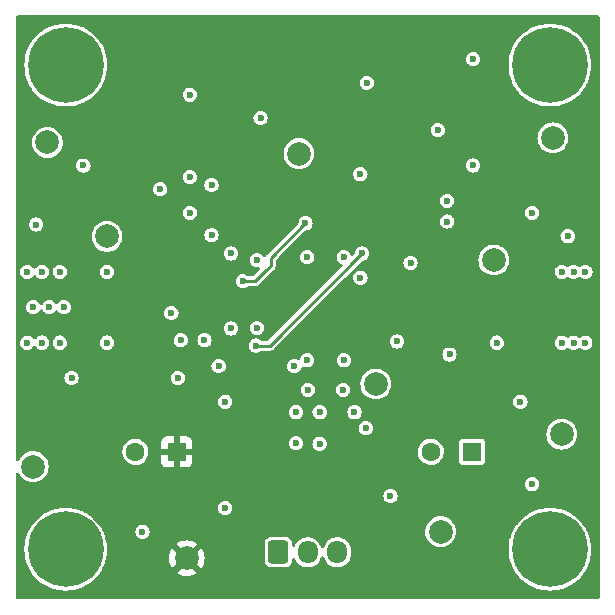
<source format=gbr>
%TF.GenerationSoftware,KiCad,Pcbnew,6.0.7-f9a2dced07~116~ubuntu20.04.1*%
%TF.CreationDate,2022-10-06T22:18:55-07:00*%
%TF.ProjectId,test-amp,74657374-2d61-46d7-902e-6b696361645f,rev?*%
%TF.SameCoordinates,Original*%
%TF.FileFunction,Copper,L3,Inr*%
%TF.FilePolarity,Positive*%
%FSLAX46Y46*%
G04 Gerber Fmt 4.6, Leading zero omitted, Abs format (unit mm)*
G04 Created by KiCad (PCBNEW 6.0.7-f9a2dced07~116~ubuntu20.04.1) date 2022-10-06 22:18:55*
%MOMM*%
%LPD*%
G01*
G04 APERTURE LIST*
G04 Aperture macros list*
%AMRoundRect*
0 Rectangle with rounded corners*
0 $1 Rounding radius*
0 $2 $3 $4 $5 $6 $7 $8 $9 X,Y pos of 4 corners*
0 Add a 4 corners polygon primitive as box body*
4,1,4,$2,$3,$4,$5,$6,$7,$8,$9,$2,$3,0*
0 Add four circle primitives for the rounded corners*
1,1,$1+$1,$2,$3*
1,1,$1+$1,$4,$5*
1,1,$1+$1,$6,$7*
1,1,$1+$1,$8,$9*
0 Add four rect primitives between the rounded corners*
20,1,$1+$1,$2,$3,$4,$5,0*
20,1,$1+$1,$4,$5,$6,$7,0*
20,1,$1+$1,$6,$7,$8,$9,0*
20,1,$1+$1,$8,$9,$2,$3,0*%
G04 Aperture macros list end*
%TA.AperFunction,ComponentPad*%
%ADD10C,2.000000*%
%TD*%
%TA.AperFunction,ComponentPad*%
%ADD11C,6.400000*%
%TD*%
%TA.AperFunction,ComponentPad*%
%ADD12C,0.800000*%
%TD*%
%TA.AperFunction,ComponentPad*%
%ADD13RoundRect,0.250000X-0.600000X-0.725000X0.600000X-0.725000X0.600000X0.725000X-0.600000X0.725000X0*%
%TD*%
%TA.AperFunction,ComponentPad*%
%ADD14O,1.700000X1.950000*%
%TD*%
%TA.AperFunction,ComponentPad*%
%ADD15R,1.600000X1.600000*%
%TD*%
%TA.AperFunction,ComponentPad*%
%ADD16C,1.600000*%
%TD*%
%TA.AperFunction,ViaPad*%
%ADD17C,0.600000*%
%TD*%
%TA.AperFunction,Conductor*%
%ADD18C,0.240000*%
%TD*%
G04 APERTURE END LIST*
D10*
%TO.N,VSS*%
%TO.C,TP10*%
X186250000Y-119000000D03*
%TD*%
%TO.N,VDD*%
%TO.C,TP9*%
X164750000Y-121250000D03*
%TD*%
%TO.N,Net-(R12-Pad1)*%
%TO.C,TP8*%
X190750000Y-96000000D03*
%TD*%
%TO.N,GND*%
%TO.C,TP7*%
X195750000Y-85650000D03*
%TD*%
%TO.N,GND*%
%TO.C,TP6*%
X152950000Y-86050000D03*
%TD*%
%TO.N,GND*%
%TO.C,TP5*%
X196500000Y-110750000D03*
%TD*%
%TO.N,GND*%
%TO.C,TP4*%
X151750000Y-113500000D03*
%TD*%
%TO.N,Net-(C14-Pad2)*%
%TO.C,TP3*%
X174250000Y-87000000D03*
%TD*%
%TO.N,Net-(C15-Pad1)*%
%TO.C,TP2*%
X180750000Y-106500000D03*
%TD*%
%TO.N,Net-(C10-Pad1)*%
%TO.C,TP1*%
X158000000Y-94000000D03*
%TD*%
D11*
%TO.N,GND*%
%TO.C,J6*%
X195500000Y-120500000D03*
D12*
X198000000Y-120500000D03*
X197250000Y-118750000D03*
X195500000Y-118000000D03*
X193000000Y-120500000D03*
X195500000Y-123000000D03*
X193750000Y-122250000D03*
X193750000Y-118750000D03*
X197250000Y-122250000D03*
%TD*%
D11*
%TO.N,GND*%
%TO.C,J5*%
X154500000Y-120500000D03*
D12*
X157000000Y-120500000D03*
X156250000Y-118750000D03*
X154500000Y-118000000D03*
X152000000Y-120500000D03*
X154500000Y-123000000D03*
X152750000Y-122250000D03*
X152750000Y-118750000D03*
X156250000Y-122250000D03*
%TD*%
D11*
%TO.N,GND*%
%TO.C,J4*%
X195500000Y-79500000D03*
D12*
X198000000Y-79500000D03*
X197250000Y-77750000D03*
X195500000Y-77000000D03*
X193000000Y-79500000D03*
X195500000Y-82000000D03*
X193750000Y-81250000D03*
X193750000Y-77750000D03*
X197250000Y-81250000D03*
%TD*%
D11*
%TO.N,GND*%
%TO.C,J3*%
X154500000Y-79500000D03*
D12*
X157000000Y-79500000D03*
X156250000Y-77750000D03*
X154500000Y-77000000D03*
X152000000Y-79500000D03*
X154500000Y-82000000D03*
X152750000Y-81250000D03*
X152750000Y-77750000D03*
X156250000Y-81250000D03*
%TD*%
D13*
%TO.N,Net-(FB1-Pad2)*%
%TO.C,J2*%
X172500000Y-120750000D03*
D14*
%TO.N,GND*%
X175000000Y-120750000D03*
%TO.N,Net-(FB2-Pad1)*%
X177500000Y-120750000D03*
%TD*%
D15*
%TO.N,GND*%
%TO.C,C2*%
X188902651Y-112250000D03*
D16*
%TO.N,VSS*%
X185402651Y-112250000D03*
%TD*%
D15*
%TO.N,VDD*%
%TO.C,C1*%
X163902651Y-112250000D03*
D16*
%TO.N,GND*%
X160402651Y-112250000D03*
%TD*%
D17*
%TO.N,Net-(J1-Pad1)*%
X153100000Y-100000000D03*
X154350000Y-100000000D03*
X151750000Y-100000000D03*
%TO.N,GND*%
X158000000Y-97000000D03*
X165000000Y-92000000D03*
X178000000Y-107000000D03*
X175000000Y-107000000D03*
X168000000Y-108000000D03*
X164000000Y-106000000D03*
X194000000Y-115000000D03*
X182000000Y-116000000D03*
X168000000Y-117000000D03*
X161000000Y-119000000D03*
X180000000Y-81000000D03*
X165000000Y-82000000D03*
X171000000Y-84000000D03*
X165000000Y-89000000D03*
X156000000Y-88000000D03*
X152000000Y-93000000D03*
X155000000Y-106000000D03*
X158000000Y-103000000D03*
X193000000Y-108000000D03*
X191000000Y-103000000D03*
X187000000Y-104000000D03*
X186000000Y-85000000D03*
X189000000Y-79000000D03*
X197000000Y-94000000D03*
X194000000Y-92000000D03*
X189000000Y-88000000D03*
X162500000Y-90000000D03*
X166850000Y-93900000D03*
X166850000Y-89650000D03*
%TO.N,VSS*%
X179900000Y-110250000D03*
X178950000Y-108900000D03*
%TO.N,GND*%
X176000000Y-111550000D03*
X174000000Y-111500000D03*
%TO.N,VDD*%
X171000000Y-108950000D03*
X170050000Y-110250000D03*
%TO.N,GND*%
X176000000Y-108900000D03*
X174000000Y-108900000D03*
%TO.N,Net-(C14-Pad2)*%
X179600000Y-95450000D03*
X170600000Y-103250000D03*
%TO.N,Net-(C10-Pad1)*%
X169500000Y-97800000D03*
%TO.N,GND*%
X170700000Y-101750000D03*
X170700000Y-96000000D03*
X168500000Y-95450000D03*
%TO.N,VSS*%
X163450000Y-100500000D03*
%TO.N,VDD*%
X167100000Y-100500000D03*
%TO.N,GND*%
X164250000Y-102800000D03*
X166250000Y-102800000D03*
X168500000Y-101800000D03*
X183700000Y-96250000D03*
X186800000Y-92750000D03*
X186800000Y-91000000D03*
X198500000Y-103000000D03*
X196500000Y-103000000D03*
X197500000Y-103000000D03*
X198500000Y-97000000D03*
X196500000Y-97000000D03*
X197500000Y-97000000D03*
X154000000Y-103000000D03*
X151250000Y-103000000D03*
X152500000Y-103000000D03*
X154000000Y-97000000D03*
X152500000Y-97000000D03*
X151250000Y-97000000D03*
X167450000Y-105000000D03*
X173850000Y-105000000D03*
X179450000Y-97500000D03*
%TO.N,VDD*%
X182550000Y-97500000D03*
%TO.N,GND*%
X182550000Y-102900000D03*
X178050000Y-104500000D03*
%TO.N,VSS*%
X174950000Y-104500000D03*
%TO.N,GND*%
X179450000Y-88750000D03*
%TO.N,VDD*%
X182550000Y-88750000D03*
%TO.N,GND*%
X178050000Y-95750000D03*
%TO.N,VSS*%
X174950000Y-95750000D03*
%TO.N,Net-(C10-Pad1)*%
X174800000Y-92900000D03*
%TD*%
D18*
%TO.N,Net-(C14-Pad2)*%
X170600000Y-103250000D02*
X171800000Y-103250000D01*
X171800000Y-103250000D02*
X179600000Y-95450000D01*
%TO.N,Net-(C10-Pad1)*%
X170550000Y-97800000D02*
X169500000Y-97800000D01*
X171500000Y-96850000D02*
X170550000Y-97800000D01*
X171850000Y-95850000D02*
X171850000Y-96450000D01*
X174800000Y-92900000D02*
X171850000Y-95850000D01*
X171850000Y-96450000D02*
X171850000Y-96500000D01*
X171850000Y-96500000D02*
X171500000Y-96850000D01*
%TD*%
%TA.AperFunction,Conductor*%
%TO.N,VDD*%
G36*
X199625000Y-75320462D02*
G01*
X199679538Y-75375000D01*
X199699500Y-75449500D01*
X199699500Y-124550500D01*
X199679538Y-124625000D01*
X199625000Y-124679538D01*
X199550500Y-124699500D01*
X150449500Y-124699500D01*
X150375000Y-124679538D01*
X150320462Y-124625000D01*
X150300500Y-124550500D01*
X150300500Y-120500000D01*
X150994696Y-120500000D01*
X151013898Y-120866404D01*
X151071295Y-121228794D01*
X151087446Y-121289069D01*
X151149920Y-121522224D01*
X151166258Y-121583199D01*
X151297745Y-121925736D01*
X151299514Y-121929208D01*
X151299515Y-121929210D01*
X151394089Y-122114820D01*
X151464318Y-122252652D01*
X151664149Y-122560366D01*
X151666602Y-122563395D01*
X151666604Y-122563398D01*
X151755967Y-122673752D01*
X151895051Y-122845506D01*
X152154494Y-123104949D01*
X152439634Y-123335851D01*
X152747348Y-123535682D01*
X152750822Y-123537452D01*
X152750827Y-123537455D01*
X153070790Y-123700485D01*
X153074264Y-123702255D01*
X153416801Y-123833742D01*
X153420563Y-123834750D01*
X153420569Y-123834752D01*
X153578376Y-123877036D01*
X153771206Y-123928705D01*
X154133596Y-123986102D01*
X154137483Y-123986306D01*
X154137486Y-123986306D01*
X154496107Y-124005100D01*
X154500000Y-124005304D01*
X154503893Y-124005100D01*
X154862514Y-123986306D01*
X154862517Y-123986306D01*
X154866404Y-123986102D01*
X155228794Y-123928705D01*
X155421624Y-123877036D01*
X155579431Y-123834752D01*
X155579437Y-123834750D01*
X155583199Y-123833742D01*
X155925736Y-123702255D01*
X155929210Y-123700485D01*
X156249173Y-123537455D01*
X156249178Y-123537452D01*
X156252652Y-123535682D01*
X156560366Y-123335851D01*
X156845506Y-123104949D01*
X157104949Y-122845506D01*
X157244033Y-122673752D01*
X157333396Y-122563398D01*
X157333398Y-122563395D01*
X157335851Y-122560366D01*
X157386027Y-122483102D01*
X163881971Y-122483102D01*
X163885180Y-122488662D01*
X164058271Y-122594733D01*
X164068676Y-122600034D01*
X164277156Y-122686389D01*
X164288250Y-122689994D01*
X164507680Y-122742675D01*
X164519196Y-122744499D01*
X164744168Y-122762204D01*
X164755832Y-122762204D01*
X164980804Y-122744499D01*
X164992320Y-122742675D01*
X165211750Y-122689994D01*
X165222844Y-122686389D01*
X165431324Y-122600034D01*
X165441729Y-122594733D01*
X165607168Y-122493351D01*
X165618192Y-122481734D01*
X165616368Y-122475578D01*
X164763871Y-121623081D01*
X164750000Y-121615073D01*
X164736129Y-121623081D01*
X163889979Y-122469231D01*
X163881971Y-122483102D01*
X157386027Y-122483102D01*
X157535682Y-122252652D01*
X157605912Y-122114820D01*
X157700485Y-121929210D01*
X157700486Y-121929208D01*
X157702255Y-121925736D01*
X157833742Y-121583199D01*
X157850081Y-121522224D01*
X157912554Y-121289069D01*
X157921460Y-121255832D01*
X163237796Y-121255832D01*
X163255501Y-121480804D01*
X163257325Y-121492320D01*
X163310006Y-121711750D01*
X163313611Y-121722844D01*
X163399966Y-121931324D01*
X163405267Y-121941729D01*
X163506649Y-122107168D01*
X163518266Y-122118192D01*
X163524422Y-122116368D01*
X164376919Y-121263871D01*
X164384927Y-121250000D01*
X165115073Y-121250000D01*
X165123081Y-121263871D01*
X165969231Y-122110021D01*
X165983102Y-122118029D01*
X165988662Y-122114820D01*
X166094733Y-121941729D01*
X166100034Y-121931324D01*
X166186389Y-121722844D01*
X166189994Y-121711750D01*
X166236564Y-121517772D01*
X171349500Y-121517772D01*
X171360364Y-121607547D01*
X171415887Y-121747783D01*
X171507078Y-121867922D01*
X171627217Y-121959113D01*
X171767453Y-122014636D01*
X171857228Y-122025500D01*
X173142772Y-122025500D01*
X173232547Y-122014636D01*
X173372783Y-121959113D01*
X173492922Y-121867922D01*
X173584113Y-121747783D01*
X173639636Y-121607547D01*
X173650500Y-121517772D01*
X173650500Y-121378938D01*
X173670462Y-121304438D01*
X173725000Y-121249900D01*
X173799500Y-121229938D01*
X173874000Y-121249900D01*
X173928538Y-121304438D01*
X173933131Y-121313031D01*
X174014835Y-121478710D01*
X174018916Y-121484175D01*
X174018919Y-121484180D01*
X174137261Y-121642659D01*
X174141349Y-121648133D01*
X174296619Y-121791663D01*
X174475446Y-121904495D01*
X174481785Y-121907024D01*
X174481791Y-121907027D01*
X174621719Y-121962852D01*
X174671840Y-121982848D01*
X174678543Y-121984181D01*
X174678542Y-121984181D01*
X174872522Y-122022766D01*
X174872525Y-122022766D01*
X174879225Y-122024099D01*
X174984939Y-122025483D01*
X175083820Y-122026778D01*
X175083825Y-122026778D01*
X175090654Y-122026867D01*
X175097387Y-122025710D01*
X175097388Y-122025710D01*
X175292316Y-121992216D01*
X175292320Y-121992215D01*
X175299047Y-121991059D01*
X175497425Y-121917873D01*
X175515656Y-121907027D01*
X175673273Y-121813255D01*
X175673274Y-121813254D01*
X175679144Y-121809762D01*
X175760588Y-121738338D01*
X175832978Y-121674854D01*
X175832981Y-121674851D01*
X175838119Y-121670345D01*
X175906819Y-121583199D01*
X175964793Y-121509660D01*
X175964797Y-121509654D01*
X175969024Y-121504292D01*
X175972203Y-121498249D01*
X175972206Y-121498245D01*
X176034976Y-121378938D01*
X176067477Y-121317164D01*
X176069501Y-121310644D01*
X176069504Y-121310638D01*
X176107886Y-121187026D01*
X176149043Y-121121796D01*
X176217300Y-121085884D01*
X176294368Y-121088912D01*
X176359598Y-121130069D01*
X176393590Y-121190766D01*
X176421314Y-121289069D01*
X176514835Y-121478710D01*
X176518916Y-121484175D01*
X176518919Y-121484180D01*
X176637261Y-121642659D01*
X176641349Y-121648133D01*
X176796619Y-121791663D01*
X176975446Y-121904495D01*
X176981785Y-121907024D01*
X176981791Y-121907027D01*
X177121719Y-121962852D01*
X177171840Y-121982848D01*
X177178543Y-121984181D01*
X177178542Y-121984181D01*
X177372522Y-122022766D01*
X177372525Y-122022766D01*
X177379225Y-122024099D01*
X177484939Y-122025483D01*
X177583820Y-122026778D01*
X177583825Y-122026778D01*
X177590654Y-122026867D01*
X177597387Y-122025710D01*
X177597388Y-122025710D01*
X177792316Y-121992216D01*
X177792320Y-121992215D01*
X177799047Y-121991059D01*
X177997425Y-121917873D01*
X178015656Y-121907027D01*
X178173273Y-121813255D01*
X178173274Y-121813254D01*
X178179144Y-121809762D01*
X178260588Y-121738338D01*
X178332978Y-121674854D01*
X178332981Y-121674851D01*
X178338119Y-121670345D01*
X178406819Y-121583199D01*
X178464793Y-121509660D01*
X178464797Y-121509654D01*
X178469024Y-121504292D01*
X178472203Y-121498249D01*
X178472206Y-121498245D01*
X178534976Y-121378938D01*
X178567477Y-121317164D01*
X178607886Y-121187026D01*
X178628156Y-121121747D01*
X178628157Y-121121742D01*
X178630180Y-121115227D01*
X178633692Y-121085560D01*
X178649985Y-120947898D01*
X178649985Y-120947894D01*
X178650500Y-120943545D01*
X178650500Y-120571359D01*
X178643943Y-120500000D01*
X191994696Y-120500000D01*
X192013898Y-120866404D01*
X192071295Y-121228794D01*
X192087446Y-121289069D01*
X192149920Y-121522224D01*
X192166258Y-121583199D01*
X192297745Y-121925736D01*
X192299514Y-121929208D01*
X192299515Y-121929210D01*
X192394089Y-122114820D01*
X192464318Y-122252652D01*
X192664149Y-122560366D01*
X192666602Y-122563395D01*
X192666604Y-122563398D01*
X192755967Y-122673752D01*
X192895051Y-122845506D01*
X193154494Y-123104949D01*
X193439634Y-123335851D01*
X193747348Y-123535682D01*
X193750822Y-123537452D01*
X193750827Y-123537455D01*
X194070790Y-123700485D01*
X194074264Y-123702255D01*
X194416801Y-123833742D01*
X194420563Y-123834750D01*
X194420569Y-123834752D01*
X194578376Y-123877036D01*
X194771206Y-123928705D01*
X195133596Y-123986102D01*
X195137483Y-123986306D01*
X195137486Y-123986306D01*
X195496107Y-124005100D01*
X195500000Y-124005304D01*
X195503893Y-124005100D01*
X195862514Y-123986306D01*
X195862517Y-123986306D01*
X195866404Y-123986102D01*
X196228794Y-123928705D01*
X196421624Y-123877036D01*
X196579431Y-123834752D01*
X196579437Y-123834750D01*
X196583199Y-123833742D01*
X196925736Y-123702255D01*
X196929210Y-123700485D01*
X197249173Y-123537455D01*
X197249178Y-123537452D01*
X197252652Y-123535682D01*
X197560366Y-123335851D01*
X197845506Y-123104949D01*
X198104949Y-122845506D01*
X198244033Y-122673752D01*
X198333396Y-122563398D01*
X198333398Y-122563395D01*
X198335851Y-122560366D01*
X198535682Y-122252652D01*
X198605912Y-122114820D01*
X198700485Y-121929210D01*
X198700486Y-121929208D01*
X198702255Y-121925736D01*
X198833742Y-121583199D01*
X198850081Y-121522224D01*
X198912554Y-121289069D01*
X198928705Y-121228794D01*
X198986102Y-120866404D01*
X199005304Y-120500000D01*
X198999206Y-120383632D01*
X198986306Y-120137486D01*
X198986306Y-120137483D01*
X198986102Y-120133596D01*
X198928705Y-119771206D01*
X198861309Y-119519683D01*
X198834752Y-119420569D01*
X198834750Y-119420563D01*
X198833742Y-119416801D01*
X198702255Y-119074264D01*
X198667718Y-119006481D01*
X198537455Y-118750827D01*
X198537452Y-118750822D01*
X198535682Y-118747348D01*
X198335851Y-118439634D01*
X198318894Y-118418693D01*
X198244033Y-118326248D01*
X198104949Y-118154494D01*
X197845506Y-117895051D01*
X197622378Y-117714365D01*
X197563398Y-117666604D01*
X197563395Y-117666602D01*
X197560366Y-117664149D01*
X197470335Y-117605682D01*
X197255929Y-117466446D01*
X197255928Y-117466445D01*
X197252652Y-117464318D01*
X197249178Y-117462548D01*
X197249173Y-117462545D01*
X196929210Y-117299515D01*
X196929208Y-117299514D01*
X196925736Y-117297745D01*
X196583199Y-117166258D01*
X196579437Y-117165250D01*
X196579431Y-117165248D01*
X196421624Y-117122964D01*
X196228794Y-117071295D01*
X195866404Y-117013898D01*
X195862517Y-117013694D01*
X195862514Y-117013694D01*
X195503893Y-116994900D01*
X195500000Y-116994696D01*
X195496107Y-116994900D01*
X195137486Y-117013694D01*
X195137483Y-117013694D01*
X195133596Y-117013898D01*
X194771206Y-117071295D01*
X194578376Y-117122964D01*
X194420569Y-117165248D01*
X194420563Y-117165250D01*
X194416801Y-117166258D01*
X194074264Y-117297745D01*
X194070792Y-117299514D01*
X194070790Y-117299515D01*
X193750827Y-117462545D01*
X193750822Y-117462548D01*
X193747348Y-117464318D01*
X193744072Y-117466445D01*
X193744071Y-117466446D01*
X193529666Y-117605682D01*
X193439634Y-117664149D01*
X193436605Y-117666602D01*
X193436602Y-117666604D01*
X193377622Y-117714365D01*
X193154494Y-117895051D01*
X192895051Y-118154494D01*
X192755967Y-118326248D01*
X192681107Y-118418693D01*
X192664149Y-118439634D01*
X192464318Y-118747348D01*
X192462548Y-118750822D01*
X192462545Y-118750827D01*
X192332282Y-119006481D01*
X192297745Y-119074264D01*
X192166258Y-119416801D01*
X192165250Y-119420563D01*
X192165248Y-119420569D01*
X192138691Y-119519683D01*
X192071295Y-119771206D01*
X192013898Y-120133596D01*
X192013694Y-120137483D01*
X192013694Y-120137486D01*
X192000794Y-120383632D01*
X191994696Y-120500000D01*
X178643943Y-120500000D01*
X178636081Y-120414440D01*
X178625862Y-120378204D01*
X178580542Y-120217512D01*
X178578686Y-120210931D01*
X178485165Y-120021290D01*
X178481084Y-120015825D01*
X178481081Y-120015820D01*
X178362739Y-119857341D01*
X178362737Y-119857339D01*
X178358651Y-119851867D01*
X178203381Y-119708337D01*
X178024554Y-119595505D01*
X178018215Y-119592976D01*
X178018209Y-119592973D01*
X177834504Y-119519683D01*
X177828160Y-119517152D01*
X177773713Y-119506322D01*
X177627478Y-119477234D01*
X177627475Y-119477234D01*
X177620775Y-119475901D01*
X177513762Y-119474500D01*
X177416180Y-119473222D01*
X177416175Y-119473222D01*
X177409346Y-119473133D01*
X177402613Y-119474290D01*
X177402612Y-119474290D01*
X177207684Y-119507784D01*
X177207680Y-119507785D01*
X177200953Y-119508941D01*
X177002575Y-119582127D01*
X176996702Y-119585621D01*
X176918615Y-119632078D01*
X176820856Y-119690238D01*
X176788641Y-119718489D01*
X176667022Y-119825146D01*
X176667019Y-119825149D01*
X176661881Y-119829655D01*
X176612375Y-119892453D01*
X176535207Y-119990340D01*
X176535203Y-119990346D01*
X176530976Y-119995708D01*
X176527797Y-120001751D01*
X176527794Y-120001755D01*
X176514295Y-120027413D01*
X176432523Y-120182836D01*
X176430499Y-120189356D01*
X176430496Y-120189362D01*
X176392114Y-120312974D01*
X176350957Y-120378204D01*
X176282700Y-120414116D01*
X176205632Y-120411088D01*
X176140402Y-120369931D01*
X176106410Y-120309234D01*
X176099755Y-120285635D01*
X176078686Y-120210931D01*
X175985165Y-120021290D01*
X175981084Y-120015825D01*
X175981081Y-120015820D01*
X175862739Y-119857341D01*
X175862737Y-119857339D01*
X175858651Y-119851867D01*
X175703381Y-119708337D01*
X175524554Y-119595505D01*
X175518215Y-119592976D01*
X175518209Y-119592973D01*
X175334504Y-119519683D01*
X175328160Y-119517152D01*
X175273713Y-119506322D01*
X175127478Y-119477234D01*
X175127475Y-119477234D01*
X175120775Y-119475901D01*
X175013762Y-119474500D01*
X174916180Y-119473222D01*
X174916175Y-119473222D01*
X174909346Y-119473133D01*
X174902613Y-119474290D01*
X174902612Y-119474290D01*
X174707684Y-119507784D01*
X174707680Y-119507785D01*
X174700953Y-119508941D01*
X174502575Y-119582127D01*
X174496702Y-119585621D01*
X174418615Y-119632078D01*
X174320856Y-119690238D01*
X174288641Y-119718489D01*
X174167022Y-119825146D01*
X174167019Y-119825149D01*
X174161881Y-119829655D01*
X174112375Y-119892453D01*
X174035207Y-119990340D01*
X174035203Y-119990346D01*
X174030976Y-119995708D01*
X174027797Y-120001751D01*
X174027794Y-120001755D01*
X173932523Y-120182836D01*
X173930602Y-120181825D01*
X173890198Y-120234474D01*
X173818939Y-120263985D01*
X173742472Y-120253914D01*
X173681285Y-120206957D01*
X173651774Y-120135698D01*
X173650500Y-120116259D01*
X173650500Y-119982228D01*
X173639636Y-119892453D01*
X173584113Y-119752217D01*
X173492922Y-119632078D01*
X173372783Y-119540887D01*
X173232547Y-119485364D01*
X173142772Y-119474500D01*
X171857228Y-119474500D01*
X171767453Y-119485364D01*
X171627217Y-119540887D01*
X171507078Y-119632078D01*
X171415887Y-119752217D01*
X171360364Y-119892453D01*
X171349500Y-119982228D01*
X171349500Y-121517772D01*
X166236564Y-121517772D01*
X166242675Y-121492320D01*
X166244499Y-121480804D01*
X166262204Y-121255832D01*
X166262204Y-121244168D01*
X166244499Y-121019196D01*
X166242675Y-121007680D01*
X166189994Y-120788250D01*
X166186389Y-120777156D01*
X166100034Y-120568676D01*
X166094733Y-120558271D01*
X165993351Y-120392832D01*
X165981734Y-120381808D01*
X165975578Y-120383632D01*
X165123081Y-121236129D01*
X165115073Y-121250000D01*
X164384927Y-121250000D01*
X164376919Y-121236129D01*
X163530769Y-120389979D01*
X163516898Y-120381971D01*
X163511338Y-120385180D01*
X163405267Y-120558271D01*
X163399966Y-120568676D01*
X163313611Y-120777156D01*
X163310006Y-120788250D01*
X163257325Y-121007680D01*
X163255501Y-121019196D01*
X163237796Y-121244168D01*
X163237796Y-121255832D01*
X157921460Y-121255832D01*
X157928705Y-121228794D01*
X157986102Y-120866404D01*
X158005304Y-120500000D01*
X157999206Y-120383632D01*
X157986306Y-120137486D01*
X157986306Y-120137483D01*
X157986102Y-120133596D01*
X157967836Y-120018266D01*
X163881808Y-120018266D01*
X163883632Y-120024422D01*
X164736129Y-120876919D01*
X164750000Y-120884927D01*
X164763871Y-120876919D01*
X165610021Y-120030769D01*
X165618029Y-120016898D01*
X165614820Y-120011338D01*
X165441729Y-119905267D01*
X165431324Y-119899966D01*
X165222844Y-119813611D01*
X165211750Y-119810006D01*
X164992320Y-119757325D01*
X164980804Y-119755501D01*
X164755832Y-119737796D01*
X164744168Y-119737796D01*
X164519196Y-119755501D01*
X164507680Y-119757325D01*
X164288250Y-119810006D01*
X164277156Y-119813611D01*
X164068676Y-119899966D01*
X164058271Y-119905267D01*
X163892832Y-120006649D01*
X163881808Y-120018266D01*
X157967836Y-120018266D01*
X157928705Y-119771206D01*
X157861309Y-119519683D01*
X157834752Y-119420569D01*
X157834750Y-119420563D01*
X157833742Y-119416801D01*
X157702255Y-119074264D01*
X157667718Y-119006481D01*
X157664416Y-119000000D01*
X160394318Y-119000000D01*
X160414956Y-119156762D01*
X160418693Y-119165784D01*
X160441240Y-119220216D01*
X160475464Y-119302841D01*
X160571718Y-119428282D01*
X160697159Y-119524536D01*
X160706182Y-119528274D01*
X160706183Y-119528274D01*
X160751459Y-119547028D01*
X160843238Y-119585044D01*
X160852919Y-119586319D01*
X160852921Y-119586319D01*
X160990315Y-119604407D01*
X161000000Y-119605682D01*
X161009685Y-119604407D01*
X161147079Y-119586319D01*
X161147081Y-119586319D01*
X161156762Y-119585044D01*
X161248541Y-119547028D01*
X161293817Y-119528274D01*
X161293818Y-119528274D01*
X161302841Y-119524536D01*
X161428282Y-119428282D01*
X161524536Y-119302841D01*
X161558761Y-119220216D01*
X161581307Y-119165784D01*
X161585044Y-119156762D01*
X161605682Y-119000000D01*
X184944532Y-119000000D01*
X184945099Y-119006481D01*
X184957400Y-119147079D01*
X184964365Y-119226692D01*
X185023261Y-119446496D01*
X185026009Y-119452389D01*
X185116683Y-119646840D01*
X185116686Y-119646845D01*
X185119432Y-119652734D01*
X185249953Y-119839139D01*
X185410861Y-120000047D01*
X185597266Y-120130568D01*
X185603155Y-120133314D01*
X185603160Y-120133317D01*
X185769604Y-120210931D01*
X185803504Y-120226739D01*
X185809785Y-120228422D01*
X186017029Y-120283953D01*
X186017034Y-120283954D01*
X186023308Y-120285635D01*
X186029779Y-120286201D01*
X186029784Y-120286202D01*
X186243519Y-120304901D01*
X186250000Y-120305468D01*
X186256481Y-120304901D01*
X186470216Y-120286202D01*
X186470221Y-120286201D01*
X186476692Y-120285635D01*
X186482966Y-120283954D01*
X186482971Y-120283953D01*
X186690215Y-120228422D01*
X186696496Y-120226739D01*
X186730396Y-120210931D01*
X186896840Y-120133317D01*
X186896845Y-120133314D01*
X186902734Y-120130568D01*
X187089139Y-120000047D01*
X187250047Y-119839139D01*
X187380568Y-119652734D01*
X187383314Y-119646845D01*
X187383317Y-119646840D01*
X187473991Y-119452389D01*
X187476739Y-119446496D01*
X187535635Y-119226692D01*
X187542601Y-119147079D01*
X187554901Y-119006481D01*
X187555468Y-119000000D01*
X187554621Y-118990315D01*
X187536202Y-118779784D01*
X187536201Y-118779779D01*
X187535635Y-118773308D01*
X187529612Y-118750827D01*
X187478422Y-118559785D01*
X187476739Y-118553504D01*
X187438605Y-118471726D01*
X187383317Y-118353160D01*
X187383314Y-118353155D01*
X187380568Y-118347266D01*
X187250047Y-118160861D01*
X187089139Y-117999953D01*
X186902734Y-117869432D01*
X186896845Y-117866686D01*
X186896840Y-117866683D01*
X186702389Y-117776009D01*
X186696496Y-117773261D01*
X186690215Y-117771578D01*
X186482971Y-117716047D01*
X186482966Y-117716046D01*
X186476692Y-117714365D01*
X186470221Y-117713799D01*
X186470216Y-117713798D01*
X186256481Y-117695099D01*
X186250000Y-117694532D01*
X186243519Y-117695099D01*
X186029784Y-117713798D01*
X186029779Y-117713799D01*
X186023308Y-117714365D01*
X186017034Y-117716046D01*
X186017029Y-117716047D01*
X185809785Y-117771578D01*
X185803504Y-117773261D01*
X185797611Y-117776009D01*
X185603160Y-117866683D01*
X185603155Y-117866686D01*
X185597266Y-117869432D01*
X185410861Y-117999953D01*
X185249953Y-118160861D01*
X185119432Y-118347266D01*
X185116686Y-118353155D01*
X185116683Y-118353160D01*
X185061395Y-118471726D01*
X185023261Y-118553504D01*
X185021578Y-118559785D01*
X184970389Y-118750827D01*
X184964365Y-118773308D01*
X184963799Y-118779779D01*
X184963798Y-118779784D01*
X184945379Y-118990315D01*
X184944532Y-119000000D01*
X161605682Y-119000000D01*
X161585044Y-118843238D01*
X161581307Y-118834216D01*
X161528274Y-118706183D01*
X161528274Y-118706182D01*
X161524536Y-118697159D01*
X161428282Y-118571718D01*
X161302841Y-118475464D01*
X161224247Y-118442909D01*
X161165784Y-118418693D01*
X161156762Y-118414956D01*
X161147081Y-118413681D01*
X161147079Y-118413681D01*
X161009685Y-118395593D01*
X161000000Y-118394318D01*
X160990315Y-118395593D01*
X160852921Y-118413681D01*
X160852919Y-118413681D01*
X160843238Y-118414956D01*
X160834216Y-118418693D01*
X160775754Y-118442909D01*
X160697159Y-118475464D01*
X160571718Y-118571718D01*
X160475464Y-118697159D01*
X160471726Y-118706182D01*
X160471726Y-118706183D01*
X160418693Y-118834216D01*
X160414956Y-118843238D01*
X160394318Y-119000000D01*
X157664416Y-119000000D01*
X157537455Y-118750827D01*
X157537452Y-118750822D01*
X157535682Y-118747348D01*
X157335851Y-118439634D01*
X157318894Y-118418693D01*
X157244033Y-118326248D01*
X157104949Y-118154494D01*
X156845506Y-117895051D01*
X156622378Y-117714365D01*
X156563398Y-117666604D01*
X156563395Y-117666602D01*
X156560366Y-117664149D01*
X156470335Y-117605682D01*
X156255929Y-117466446D01*
X156255928Y-117466445D01*
X156252652Y-117464318D01*
X156249178Y-117462548D01*
X156249173Y-117462545D01*
X155929210Y-117299515D01*
X155929208Y-117299514D01*
X155925736Y-117297745D01*
X155583199Y-117166258D01*
X155579437Y-117165250D01*
X155579431Y-117165248D01*
X155421624Y-117122964D01*
X155228794Y-117071295D01*
X154866404Y-117013898D01*
X154862517Y-117013694D01*
X154862514Y-117013694D01*
X154601210Y-117000000D01*
X167394318Y-117000000D01*
X167414956Y-117156762D01*
X167475464Y-117302841D01*
X167571718Y-117428282D01*
X167697159Y-117524536D01*
X167843238Y-117585044D01*
X167852919Y-117586319D01*
X167852921Y-117586319D01*
X167990315Y-117604407D01*
X168000000Y-117605682D01*
X168009685Y-117604407D01*
X168147079Y-117586319D01*
X168147081Y-117586319D01*
X168156762Y-117585044D01*
X168302841Y-117524536D01*
X168428282Y-117428282D01*
X168524536Y-117302841D01*
X168585044Y-117156762D01*
X168605682Y-117000000D01*
X168585044Y-116843238D01*
X168524536Y-116697159D01*
X168428282Y-116571718D01*
X168302841Y-116475464D01*
X168156762Y-116414956D01*
X168147081Y-116413681D01*
X168147079Y-116413681D01*
X168009685Y-116395593D01*
X168000000Y-116394318D01*
X167990315Y-116395593D01*
X167852921Y-116413681D01*
X167852919Y-116413681D01*
X167843238Y-116414956D01*
X167697159Y-116475464D01*
X167571718Y-116571718D01*
X167475464Y-116697159D01*
X167414956Y-116843238D01*
X167394318Y-117000000D01*
X154601210Y-117000000D01*
X154503893Y-116994900D01*
X154500000Y-116994696D01*
X154496107Y-116994900D01*
X154137486Y-117013694D01*
X154137483Y-117013694D01*
X154133596Y-117013898D01*
X153771206Y-117071295D01*
X153578376Y-117122964D01*
X153420569Y-117165248D01*
X153420563Y-117165250D01*
X153416801Y-117166258D01*
X153074264Y-117297745D01*
X153070792Y-117299514D01*
X153070790Y-117299515D01*
X152750827Y-117462545D01*
X152750822Y-117462548D01*
X152747348Y-117464318D01*
X152744072Y-117466445D01*
X152744071Y-117466446D01*
X152529666Y-117605682D01*
X152439634Y-117664149D01*
X152436605Y-117666602D01*
X152436602Y-117666604D01*
X152377622Y-117714365D01*
X152154494Y-117895051D01*
X151895051Y-118154494D01*
X151755967Y-118326248D01*
X151681107Y-118418693D01*
X151664149Y-118439634D01*
X151464318Y-118747348D01*
X151462548Y-118750822D01*
X151462545Y-118750827D01*
X151332282Y-119006481D01*
X151297745Y-119074264D01*
X151166258Y-119416801D01*
X151165250Y-119420563D01*
X151165248Y-119420569D01*
X151138691Y-119519683D01*
X151071295Y-119771206D01*
X151013898Y-120133596D01*
X151013694Y-120137483D01*
X151013694Y-120137486D01*
X151000794Y-120383632D01*
X150994696Y-120500000D01*
X150300500Y-120500000D01*
X150300500Y-116000000D01*
X181394318Y-116000000D01*
X181414956Y-116156762D01*
X181475464Y-116302841D01*
X181571718Y-116428282D01*
X181697159Y-116524536D01*
X181843238Y-116585044D01*
X181852919Y-116586319D01*
X181852921Y-116586319D01*
X181990315Y-116604407D01*
X182000000Y-116605682D01*
X182009685Y-116604407D01*
X182147079Y-116586319D01*
X182147081Y-116586319D01*
X182156762Y-116585044D01*
X182302841Y-116524536D01*
X182428282Y-116428282D01*
X182524536Y-116302841D01*
X182585044Y-116156762D01*
X182605682Y-116000000D01*
X182585044Y-115843238D01*
X182524536Y-115697159D01*
X182428282Y-115571718D01*
X182302841Y-115475464D01*
X182156762Y-115414956D01*
X182147081Y-115413681D01*
X182147079Y-115413681D01*
X182009685Y-115395593D01*
X182000000Y-115394318D01*
X181990315Y-115395593D01*
X181852921Y-115413681D01*
X181852919Y-115413681D01*
X181843238Y-115414956D01*
X181697159Y-115475464D01*
X181571718Y-115571718D01*
X181475464Y-115697159D01*
X181414956Y-115843238D01*
X181394318Y-116000000D01*
X150300500Y-116000000D01*
X150300500Y-115000000D01*
X193394318Y-115000000D01*
X193414956Y-115156762D01*
X193475464Y-115302841D01*
X193571718Y-115428282D01*
X193697159Y-115524536D01*
X193843238Y-115585044D01*
X193852919Y-115586319D01*
X193852921Y-115586319D01*
X193990315Y-115604407D01*
X194000000Y-115605682D01*
X194009685Y-115604407D01*
X194147079Y-115586319D01*
X194147081Y-115586319D01*
X194156762Y-115585044D01*
X194302841Y-115524536D01*
X194428282Y-115428282D01*
X194524536Y-115302841D01*
X194585044Y-115156762D01*
X194605682Y-115000000D01*
X194585044Y-114843238D01*
X194537486Y-114728422D01*
X194528274Y-114706183D01*
X194528274Y-114706182D01*
X194524536Y-114697159D01*
X194428282Y-114571718D01*
X194302841Y-114475464D01*
X194156762Y-114414956D01*
X194147081Y-114413681D01*
X194147079Y-114413681D01*
X194009685Y-114395593D01*
X194000000Y-114394318D01*
X193990315Y-114395593D01*
X193852921Y-114413681D01*
X193852919Y-114413681D01*
X193843238Y-114414956D01*
X193697159Y-114475464D01*
X193571718Y-114571718D01*
X193475464Y-114697159D01*
X193471726Y-114706182D01*
X193471726Y-114706183D01*
X193462514Y-114728422D01*
X193414956Y-114843238D01*
X193394318Y-115000000D01*
X150300500Y-115000000D01*
X150300500Y-114140878D01*
X150320462Y-114066378D01*
X150375000Y-114011840D01*
X150449500Y-113991878D01*
X150524000Y-114011840D01*
X150578538Y-114066378D01*
X150584538Y-114077905D01*
X150619432Y-114152734D01*
X150749953Y-114339139D01*
X150910861Y-114500047D01*
X151097266Y-114630568D01*
X151103155Y-114633314D01*
X151103160Y-114633317D01*
X151223452Y-114689410D01*
X151303504Y-114726739D01*
X151309785Y-114728422D01*
X151517029Y-114783953D01*
X151517034Y-114783954D01*
X151523308Y-114785635D01*
X151529779Y-114786201D01*
X151529784Y-114786202D01*
X151743519Y-114804901D01*
X151750000Y-114805468D01*
X151756481Y-114804901D01*
X151970216Y-114786202D01*
X151970221Y-114786201D01*
X151976692Y-114785635D01*
X151982966Y-114783954D01*
X151982971Y-114783953D01*
X152190215Y-114728422D01*
X152196496Y-114726739D01*
X152276548Y-114689410D01*
X152396840Y-114633317D01*
X152396845Y-114633314D01*
X152402734Y-114630568D01*
X152589139Y-114500047D01*
X152750047Y-114339139D01*
X152880568Y-114152734D01*
X152883314Y-114146845D01*
X152883317Y-114146840D01*
X152973991Y-113952389D01*
X152976739Y-113946496D01*
X153035635Y-113726692D01*
X153055468Y-113500000D01*
X153047105Y-113404407D01*
X153036202Y-113279784D01*
X153036201Y-113279779D01*
X153035635Y-113273308D01*
X153032568Y-113261859D01*
X152978422Y-113059785D01*
X152976739Y-113053504D01*
X152964032Y-113026253D01*
X152883317Y-112853160D01*
X152883314Y-112853155D01*
X152880568Y-112847266D01*
X152750047Y-112660861D01*
X152589139Y-112499953D01*
X152402734Y-112369432D01*
X152396845Y-112366686D01*
X152396840Y-112366683D01*
X152202389Y-112276009D01*
X152196496Y-112273261D01*
X152190215Y-112271578D01*
X152001713Y-112221069D01*
X159297815Y-112221069D01*
X159301125Y-112271578D01*
X159307784Y-112373163D01*
X159311043Y-112422894D01*
X159360829Y-112618928D01*
X159363687Y-112625128D01*
X159363689Y-112625133D01*
X159400736Y-112705493D01*
X159445507Y-112802607D01*
X159562239Y-112967780D01*
X159567135Y-112972549D01*
X159567138Y-112972553D01*
X159700114Y-113102091D01*
X159707117Y-113108913D01*
X159875288Y-113221282D01*
X159881556Y-113223975D01*
X159881558Y-113223976D01*
X159902262Y-113232871D01*
X160061121Y-113301122D01*
X160258391Y-113345760D01*
X160265213Y-113346028D01*
X160453664Y-113353432D01*
X160453667Y-113353432D01*
X160460493Y-113353700D01*
X160660658Y-113324678D01*
X160852182Y-113259664D01*
X160940630Y-113210131D01*
X161022692Y-113164175D01*
X161022694Y-113164174D01*
X161028652Y-113160837D01*
X161108942Y-113094060D01*
X162594652Y-113094060D01*
X162595087Y-113102091D01*
X162600391Y-113150923D01*
X162604678Y-113168953D01*
X162648752Y-113286520D01*
X162658847Y-113304959D01*
X162733379Y-113404407D01*
X162748244Y-113419272D01*
X162847692Y-113493804D01*
X162866131Y-113503899D01*
X162983695Y-113547972D01*
X163001730Y-113552261D01*
X163050563Y-113557566D01*
X163058589Y-113558000D01*
X163629035Y-113558000D01*
X163644506Y-113553855D01*
X163648651Y-113538384D01*
X163648651Y-113538383D01*
X164156651Y-113538383D01*
X164160796Y-113553854D01*
X164176267Y-113557999D01*
X164746711Y-113557999D01*
X164754742Y-113557564D01*
X164803574Y-113552260D01*
X164821604Y-113547973D01*
X164939171Y-113503899D01*
X164957610Y-113493804D01*
X165057058Y-113419272D01*
X165071923Y-113404407D01*
X165146455Y-113304959D01*
X165156550Y-113286520D01*
X165200623Y-113168956D01*
X165204912Y-113150921D01*
X165210217Y-113102088D01*
X165210651Y-113094062D01*
X165210651Y-112523616D01*
X165206506Y-112508145D01*
X165191035Y-112504000D01*
X164176267Y-112504000D01*
X164160796Y-112508145D01*
X164156651Y-112523616D01*
X164156651Y-113538383D01*
X163648651Y-113538383D01*
X163648651Y-112523616D01*
X163644506Y-112508145D01*
X163629035Y-112504000D01*
X162614268Y-112504000D01*
X162598797Y-112508145D01*
X162594652Y-112523616D01*
X162594652Y-113094060D01*
X161108942Y-113094060D01*
X161184156Y-113031505D01*
X161313488Y-112876001D01*
X161326280Y-112853160D01*
X161408976Y-112705493D01*
X161412315Y-112699531D01*
X161477329Y-112508007D01*
X161506351Y-112307842D01*
X161507866Y-112250000D01*
X161505208Y-112221069D01*
X184297815Y-112221069D01*
X184301125Y-112271578D01*
X184307784Y-112373163D01*
X184311043Y-112422894D01*
X184360829Y-112618928D01*
X184363687Y-112625128D01*
X184363689Y-112625133D01*
X184400736Y-112705493D01*
X184445507Y-112802607D01*
X184562239Y-112967780D01*
X184567135Y-112972549D01*
X184567138Y-112972553D01*
X184700114Y-113102091D01*
X184707117Y-113108913D01*
X184875288Y-113221282D01*
X184881556Y-113223975D01*
X184881558Y-113223976D01*
X184902262Y-113232871D01*
X185061121Y-113301122D01*
X185258391Y-113345760D01*
X185265213Y-113346028D01*
X185453664Y-113353432D01*
X185453667Y-113353432D01*
X185460493Y-113353700D01*
X185660658Y-113324678D01*
X185852182Y-113259664D01*
X185940630Y-113210131D01*
X186022692Y-113164175D01*
X186022694Y-113164174D01*
X186028652Y-113160837D01*
X186108238Y-113094646D01*
X187802151Y-113094646D01*
X187805269Y-113120846D01*
X187850712Y-113223153D01*
X187860447Y-113232871D01*
X187900955Y-113273308D01*
X187929938Y-113302241D01*
X187942518Y-113307803D01*
X187942520Y-113307804D01*
X188022077Y-113342976D01*
X188032324Y-113347506D01*
X188046969Y-113349213D01*
X188053721Y-113350001D01*
X188053729Y-113350001D01*
X188058005Y-113350500D01*
X189747297Y-113350500D01*
X189773497Y-113347382D01*
X189875804Y-113301939D01*
X189954892Y-113222713D01*
X189978660Y-113168953D01*
X189995627Y-113130574D01*
X189995627Y-113130573D01*
X190000157Y-113120327D01*
X190002283Y-113102091D01*
X190002652Y-113098930D01*
X190002652Y-113098922D01*
X190003151Y-113094646D01*
X190003151Y-111405354D01*
X190000033Y-111379154D01*
X189954590Y-111276847D01*
X189875364Y-111197759D01*
X189862784Y-111192197D01*
X189862782Y-111192196D01*
X189783225Y-111157024D01*
X189783224Y-111157024D01*
X189772978Y-111152494D01*
X189758019Y-111150750D01*
X189751581Y-111149999D01*
X189751573Y-111149999D01*
X189747297Y-111149500D01*
X188058005Y-111149500D01*
X188031805Y-111152618D01*
X187929498Y-111198061D01*
X187850410Y-111277287D01*
X187844848Y-111289867D01*
X187844847Y-111289869D01*
X187809892Y-111368936D01*
X187805145Y-111379673D01*
X187803848Y-111390800D01*
X187803019Y-111397912D01*
X187802151Y-111405354D01*
X187802151Y-113094646D01*
X186108238Y-113094646D01*
X186184156Y-113031505D01*
X186313488Y-112876001D01*
X186326280Y-112853160D01*
X186408976Y-112705493D01*
X186412315Y-112699531D01*
X186477329Y-112508007D01*
X186506351Y-112307842D01*
X186507866Y-112250000D01*
X186504540Y-112213798D01*
X186489984Y-112055393D01*
X186489359Y-112048591D01*
X186434458Y-111853926D01*
X186424427Y-111833584D01*
X186348021Y-111678649D01*
X186345002Y-111672527D01*
X186340921Y-111667062D01*
X186340918Y-111667057D01*
X186228074Y-111515941D01*
X186228072Y-111515939D01*
X186223986Y-111510467D01*
X186075463Y-111373174D01*
X185904408Y-111265246D01*
X185898068Y-111262717D01*
X185898063Y-111262714D01*
X185722886Y-111192826D01*
X185722884Y-111192825D01*
X185716549Y-111190298D01*
X185518177Y-111150839D01*
X185418461Y-111149534D01*
X185322771Y-111148281D01*
X185322766Y-111148281D01*
X185315937Y-111148192D01*
X185309204Y-111149349D01*
X185309203Y-111149349D01*
X185123331Y-111181287D01*
X185123327Y-111181288D01*
X185116600Y-111182444D01*
X184926844Y-111252449D01*
X184753022Y-111355862D01*
X184600956Y-111489220D01*
X184596729Y-111494582D01*
X184596728Y-111494583D01*
X184518564Y-111593735D01*
X184475740Y-111648057D01*
X184381565Y-111827053D01*
X184321588Y-112020213D01*
X184320785Y-112026996D01*
X184320785Y-112026997D01*
X184298676Y-112213798D01*
X184297815Y-112221069D01*
X161505208Y-112221069D01*
X161504540Y-112213798D01*
X161489984Y-112055393D01*
X161489359Y-112048591D01*
X161468995Y-111976384D01*
X162594651Y-111976384D01*
X162598796Y-111991855D01*
X162614267Y-111996000D01*
X163629035Y-111996000D01*
X163644506Y-111991855D01*
X163648651Y-111976384D01*
X164156651Y-111976384D01*
X164160796Y-111991855D01*
X164176267Y-111996000D01*
X165191034Y-111996000D01*
X165206505Y-111991855D01*
X165210650Y-111976384D01*
X165210650Y-111500000D01*
X173394318Y-111500000D01*
X173395593Y-111509685D01*
X173413104Y-111642692D01*
X173414956Y-111656762D01*
X173418693Y-111665784D01*
X173455141Y-111753776D01*
X173475464Y-111802841D01*
X173571718Y-111928282D01*
X173697159Y-112024536D01*
X173706182Y-112028274D01*
X173706183Y-112028274D01*
X173817869Y-112074536D01*
X173843238Y-112085044D01*
X173852919Y-112086319D01*
X173852921Y-112086319D01*
X173990315Y-112104407D01*
X174000000Y-112105682D01*
X174009685Y-112104407D01*
X174147079Y-112086319D01*
X174147081Y-112086319D01*
X174156762Y-112085044D01*
X174182131Y-112074536D01*
X174293817Y-112028274D01*
X174293818Y-112028274D01*
X174302841Y-112024536D01*
X174428282Y-111928282D01*
X174524536Y-111802841D01*
X174544860Y-111753776D01*
X174581307Y-111665784D01*
X174585044Y-111656762D01*
X174586897Y-111642692D01*
X174599100Y-111550000D01*
X175394318Y-111550000D01*
X175395593Y-111559685D01*
X175407099Y-111647079D01*
X175414956Y-111706762D01*
X175418693Y-111715784D01*
X175430982Y-111745451D01*
X175475464Y-111852841D01*
X175571718Y-111978282D01*
X175697159Y-112074536D01*
X175706182Y-112078274D01*
X175706183Y-112078274D01*
X175769274Y-112104407D01*
X175843238Y-112135044D01*
X175852919Y-112136319D01*
X175852921Y-112136319D01*
X175990315Y-112154407D01*
X176000000Y-112155682D01*
X176009685Y-112154407D01*
X176147079Y-112136319D01*
X176147081Y-112136319D01*
X176156762Y-112135044D01*
X176230726Y-112104407D01*
X176293817Y-112078274D01*
X176293818Y-112078274D01*
X176302841Y-112074536D01*
X176428282Y-111978282D01*
X176524536Y-111852841D01*
X176569019Y-111745451D01*
X176581307Y-111715784D01*
X176585044Y-111706762D01*
X176592902Y-111647079D01*
X176604407Y-111559685D01*
X176605682Y-111550000D01*
X176600477Y-111510467D01*
X176586319Y-111402921D01*
X176586319Y-111402919D01*
X176585044Y-111393238D01*
X176542041Y-111289419D01*
X176528274Y-111256183D01*
X176528274Y-111256182D01*
X176524536Y-111247159D01*
X176428282Y-111121718D01*
X176302841Y-111025464D01*
X176196486Y-110981410D01*
X176165784Y-110968693D01*
X176156762Y-110964956D01*
X176147081Y-110963681D01*
X176147079Y-110963681D01*
X176009685Y-110945593D01*
X176000000Y-110944318D01*
X175990315Y-110945593D01*
X175852921Y-110963681D01*
X175852919Y-110963681D01*
X175843238Y-110964956D01*
X175834216Y-110968693D01*
X175803515Y-110981410D01*
X175697159Y-111025464D01*
X175571718Y-111121718D01*
X175475464Y-111247159D01*
X175471726Y-111256182D01*
X175471726Y-111256183D01*
X175457959Y-111289419D01*
X175414956Y-111393238D01*
X175413681Y-111402919D01*
X175413681Y-111402921D01*
X175399523Y-111510467D01*
X175394318Y-111550000D01*
X174599100Y-111550000D01*
X174604407Y-111509685D01*
X174605682Y-111500000D01*
X174593222Y-111405354D01*
X174586319Y-111352921D01*
X174586319Y-111352919D01*
X174585044Y-111343238D01*
X174542037Y-111239410D01*
X174528274Y-111206183D01*
X174528274Y-111206182D01*
X174524536Y-111197159D01*
X174428282Y-111071718D01*
X174302841Y-110975464D01*
X174290172Y-110970216D01*
X174165784Y-110918693D01*
X174156762Y-110914956D01*
X174147081Y-110913681D01*
X174147079Y-110913681D01*
X174009685Y-110895593D01*
X174000000Y-110894318D01*
X173990315Y-110895593D01*
X173852921Y-110913681D01*
X173852919Y-110913681D01*
X173843238Y-110914956D01*
X173834216Y-110918693D01*
X173709829Y-110970216D01*
X173697159Y-110975464D01*
X173571718Y-111071718D01*
X173475464Y-111197159D01*
X173471726Y-111206182D01*
X173471726Y-111206183D01*
X173457963Y-111239410D01*
X173414956Y-111343238D01*
X173413681Y-111352919D01*
X173413681Y-111352921D01*
X173406778Y-111405354D01*
X173394318Y-111500000D01*
X165210650Y-111500000D01*
X165210650Y-111405940D01*
X165210215Y-111397909D01*
X165204911Y-111349077D01*
X165200624Y-111331047D01*
X165156550Y-111213480D01*
X165146455Y-111195041D01*
X165071923Y-111095593D01*
X165057058Y-111080728D01*
X164957610Y-111006196D01*
X164939171Y-110996101D01*
X164821607Y-110952028D01*
X164803572Y-110947739D01*
X164754739Y-110942434D01*
X164746713Y-110942000D01*
X164176267Y-110942000D01*
X164160796Y-110946145D01*
X164156651Y-110961616D01*
X164156651Y-111976384D01*
X163648651Y-111976384D01*
X163648651Y-110961617D01*
X163644506Y-110946146D01*
X163629035Y-110942001D01*
X163058591Y-110942001D01*
X163050560Y-110942436D01*
X163001728Y-110947740D01*
X162983698Y-110952027D01*
X162866131Y-110996101D01*
X162847692Y-111006196D01*
X162748244Y-111080728D01*
X162733379Y-111095593D01*
X162658847Y-111195041D01*
X162648752Y-111213480D01*
X162604679Y-111331044D01*
X162600390Y-111349079D01*
X162595085Y-111397912D01*
X162594651Y-111405938D01*
X162594651Y-111976384D01*
X161468995Y-111976384D01*
X161434458Y-111853926D01*
X161424427Y-111833584D01*
X161348021Y-111678649D01*
X161345002Y-111672527D01*
X161340921Y-111667062D01*
X161340918Y-111667057D01*
X161228074Y-111515941D01*
X161228072Y-111515939D01*
X161223986Y-111510467D01*
X161075463Y-111373174D01*
X160904408Y-111265246D01*
X160898068Y-111262717D01*
X160898063Y-111262714D01*
X160722886Y-111192826D01*
X160722884Y-111192825D01*
X160716549Y-111190298D01*
X160518177Y-111150839D01*
X160418461Y-111149534D01*
X160322771Y-111148281D01*
X160322766Y-111148281D01*
X160315937Y-111148192D01*
X160309204Y-111149349D01*
X160309203Y-111149349D01*
X160123331Y-111181287D01*
X160123327Y-111181288D01*
X160116600Y-111182444D01*
X159926844Y-111252449D01*
X159753022Y-111355862D01*
X159600956Y-111489220D01*
X159596729Y-111494582D01*
X159596728Y-111494583D01*
X159518564Y-111593735D01*
X159475740Y-111648057D01*
X159381565Y-111827053D01*
X159321588Y-112020213D01*
X159320785Y-112026996D01*
X159320785Y-112026997D01*
X159298676Y-112213798D01*
X159297815Y-112221069D01*
X152001713Y-112221069D01*
X151982971Y-112216047D01*
X151982966Y-112216046D01*
X151976692Y-112214365D01*
X151970221Y-112213799D01*
X151970216Y-112213798D01*
X151756481Y-112195099D01*
X151750000Y-112194532D01*
X151743519Y-112195099D01*
X151529784Y-112213798D01*
X151529779Y-112213799D01*
X151523308Y-112214365D01*
X151517034Y-112216046D01*
X151517029Y-112216047D01*
X151309785Y-112271578D01*
X151303504Y-112273261D01*
X151297611Y-112276009D01*
X151103160Y-112366683D01*
X151103155Y-112366686D01*
X151097266Y-112369432D01*
X150910861Y-112499953D01*
X150749953Y-112660861D01*
X150619432Y-112847266D01*
X150608812Y-112870041D01*
X150584540Y-112922092D01*
X150534963Y-112981176D01*
X150462486Y-113007555D01*
X150386530Y-112994162D01*
X150327446Y-112944585D01*
X150301067Y-112872108D01*
X150300500Y-112859122D01*
X150300500Y-110250000D01*
X179294318Y-110250000D01*
X179314956Y-110406762D01*
X179375464Y-110552841D01*
X179471718Y-110678282D01*
X179597159Y-110774536D01*
X179743238Y-110835044D01*
X179752919Y-110836319D01*
X179752921Y-110836319D01*
X179890315Y-110854407D01*
X179900000Y-110855682D01*
X179909685Y-110854407D01*
X180047079Y-110836319D01*
X180047081Y-110836319D01*
X180056762Y-110835044D01*
X180202841Y-110774536D01*
X180234817Y-110750000D01*
X195194532Y-110750000D01*
X195195099Y-110756481D01*
X195213227Y-110963681D01*
X195214365Y-110976692D01*
X195216046Y-110982966D01*
X195216047Y-110982971D01*
X195262720Y-111157157D01*
X195273261Y-111196496D01*
X195276009Y-111202389D01*
X195366683Y-111396840D01*
X195366686Y-111396845D01*
X195369432Y-111402734D01*
X195499953Y-111589139D01*
X195660861Y-111750047D01*
X195847266Y-111880568D01*
X195853155Y-111883314D01*
X195853160Y-111883317D01*
X195949588Y-111928282D01*
X196053504Y-111976739D01*
X196059785Y-111978422D01*
X196267029Y-112033953D01*
X196267034Y-112033954D01*
X196273308Y-112035635D01*
X196279779Y-112036201D01*
X196279784Y-112036202D01*
X196493519Y-112054901D01*
X196500000Y-112055468D01*
X196506481Y-112054901D01*
X196720216Y-112036202D01*
X196720221Y-112036201D01*
X196726692Y-112035635D01*
X196732966Y-112033954D01*
X196732971Y-112033953D01*
X196940215Y-111978422D01*
X196946496Y-111976739D01*
X197050412Y-111928282D01*
X197146840Y-111883317D01*
X197146845Y-111883314D01*
X197152734Y-111880568D01*
X197339139Y-111750047D01*
X197500047Y-111589139D01*
X197630568Y-111402734D01*
X197633314Y-111396845D01*
X197633317Y-111396840D01*
X197723991Y-111202389D01*
X197726739Y-111196496D01*
X197737280Y-111157157D01*
X197783953Y-110982971D01*
X197783954Y-110982966D01*
X197785635Y-110976692D01*
X197786774Y-110963681D01*
X197804901Y-110756481D01*
X197805468Y-110750000D01*
X197799714Y-110684228D01*
X197786202Y-110529784D01*
X197786201Y-110529779D01*
X197785635Y-110523308D01*
X197726739Y-110303504D01*
X197697273Y-110240315D01*
X197633317Y-110103160D01*
X197633314Y-110103155D01*
X197630568Y-110097266D01*
X197500047Y-109910861D01*
X197339139Y-109749953D01*
X197152734Y-109619432D01*
X197146845Y-109616686D01*
X197146840Y-109616683D01*
X196952389Y-109526009D01*
X196946496Y-109523261D01*
X196876132Y-109504407D01*
X196732971Y-109466047D01*
X196732966Y-109466046D01*
X196726692Y-109464365D01*
X196720221Y-109463799D01*
X196720216Y-109463798D01*
X196506481Y-109445099D01*
X196500000Y-109444532D01*
X196493519Y-109445099D01*
X196279784Y-109463798D01*
X196279779Y-109463799D01*
X196273308Y-109464365D01*
X196267034Y-109466046D01*
X196267029Y-109466047D01*
X196123868Y-109504407D01*
X196053504Y-109523261D01*
X196047611Y-109526009D01*
X195853160Y-109616683D01*
X195853155Y-109616686D01*
X195847266Y-109619432D01*
X195660861Y-109749953D01*
X195499953Y-109910861D01*
X195369432Y-110097266D01*
X195366686Y-110103155D01*
X195366683Y-110103160D01*
X195302727Y-110240315D01*
X195273261Y-110303504D01*
X195214365Y-110523308D01*
X195213799Y-110529779D01*
X195213798Y-110529784D01*
X195200286Y-110684228D01*
X195194532Y-110750000D01*
X180234817Y-110750000D01*
X180328282Y-110678282D01*
X180424536Y-110552841D01*
X180485044Y-110406762D01*
X180505682Y-110250000D01*
X180485044Y-110093238D01*
X180424536Y-109947159D01*
X180328282Y-109821718D01*
X180202841Y-109725464D01*
X180056762Y-109664956D01*
X180047081Y-109663681D01*
X180047079Y-109663681D01*
X179909685Y-109645593D01*
X179900000Y-109644318D01*
X179890315Y-109645593D01*
X179752921Y-109663681D01*
X179752919Y-109663681D01*
X179743238Y-109664956D01*
X179597159Y-109725464D01*
X179471718Y-109821718D01*
X179375464Y-109947159D01*
X179314956Y-110093238D01*
X179294318Y-110250000D01*
X150300500Y-110250000D01*
X150300500Y-108900000D01*
X173394318Y-108900000D01*
X173414956Y-109056762D01*
X173475464Y-109202841D01*
X173571718Y-109328282D01*
X173697159Y-109424536D01*
X173706182Y-109428274D01*
X173706183Y-109428274D01*
X173797375Y-109466047D01*
X173843238Y-109485044D01*
X173852919Y-109486319D01*
X173852921Y-109486319D01*
X173990315Y-109504407D01*
X174000000Y-109505682D01*
X174009685Y-109504407D01*
X174147079Y-109486319D01*
X174147081Y-109486319D01*
X174156762Y-109485044D01*
X174202625Y-109466047D01*
X174293817Y-109428274D01*
X174293818Y-109428274D01*
X174302841Y-109424536D01*
X174428282Y-109328282D01*
X174524536Y-109202841D01*
X174585044Y-109056762D01*
X174605682Y-108900000D01*
X175394318Y-108900000D01*
X175414956Y-109056762D01*
X175475464Y-109202841D01*
X175571718Y-109328282D01*
X175697159Y-109424536D01*
X175706182Y-109428274D01*
X175706183Y-109428274D01*
X175797375Y-109466047D01*
X175843238Y-109485044D01*
X175852919Y-109486319D01*
X175852921Y-109486319D01*
X175990315Y-109504407D01*
X176000000Y-109505682D01*
X176009685Y-109504407D01*
X176147079Y-109486319D01*
X176147081Y-109486319D01*
X176156762Y-109485044D01*
X176202625Y-109466047D01*
X176293817Y-109428274D01*
X176293818Y-109428274D01*
X176302841Y-109424536D01*
X176428282Y-109328282D01*
X176524536Y-109202841D01*
X176585044Y-109056762D01*
X176605682Y-108900000D01*
X178344318Y-108900000D01*
X178364956Y-109056762D01*
X178425464Y-109202841D01*
X178521718Y-109328282D01*
X178647159Y-109424536D01*
X178656182Y-109428274D01*
X178656183Y-109428274D01*
X178747375Y-109466047D01*
X178793238Y-109485044D01*
X178802919Y-109486319D01*
X178802921Y-109486319D01*
X178940315Y-109504407D01*
X178950000Y-109505682D01*
X178959685Y-109504407D01*
X179097079Y-109486319D01*
X179097081Y-109486319D01*
X179106762Y-109485044D01*
X179152625Y-109466047D01*
X179243817Y-109428274D01*
X179243818Y-109428274D01*
X179252841Y-109424536D01*
X179378282Y-109328282D01*
X179474536Y-109202841D01*
X179535044Y-109056762D01*
X179555682Y-108900000D01*
X179535044Y-108743238D01*
X179474536Y-108597159D01*
X179378282Y-108471718D01*
X179252841Y-108375464D01*
X179106762Y-108314956D01*
X179097081Y-108313681D01*
X179097079Y-108313681D01*
X178959685Y-108295593D01*
X178950000Y-108294318D01*
X178940315Y-108295593D01*
X178802921Y-108313681D01*
X178802919Y-108313681D01*
X178793238Y-108314956D01*
X178647159Y-108375464D01*
X178521718Y-108471718D01*
X178425464Y-108597159D01*
X178364956Y-108743238D01*
X178344318Y-108900000D01*
X176605682Y-108900000D01*
X176585044Y-108743238D01*
X176524536Y-108597159D01*
X176428282Y-108471718D01*
X176302841Y-108375464D01*
X176156762Y-108314956D01*
X176147081Y-108313681D01*
X176147079Y-108313681D01*
X176009685Y-108295593D01*
X176000000Y-108294318D01*
X175990315Y-108295593D01*
X175852921Y-108313681D01*
X175852919Y-108313681D01*
X175843238Y-108314956D01*
X175697159Y-108375464D01*
X175571718Y-108471718D01*
X175475464Y-108597159D01*
X175414956Y-108743238D01*
X175394318Y-108900000D01*
X174605682Y-108900000D01*
X174585044Y-108743238D01*
X174524536Y-108597159D01*
X174428282Y-108471718D01*
X174302841Y-108375464D01*
X174156762Y-108314956D01*
X174147081Y-108313681D01*
X174147079Y-108313681D01*
X174009685Y-108295593D01*
X174000000Y-108294318D01*
X173990315Y-108295593D01*
X173852921Y-108313681D01*
X173852919Y-108313681D01*
X173843238Y-108314956D01*
X173697159Y-108375464D01*
X173571718Y-108471718D01*
X173475464Y-108597159D01*
X173414956Y-108743238D01*
X173394318Y-108900000D01*
X150300500Y-108900000D01*
X150300500Y-108000000D01*
X167394318Y-108000000D01*
X167414956Y-108156762D01*
X167475464Y-108302841D01*
X167571718Y-108428282D01*
X167697159Y-108524536D01*
X167843238Y-108585044D01*
X167852919Y-108586319D01*
X167852921Y-108586319D01*
X167990315Y-108604407D01*
X168000000Y-108605682D01*
X168009685Y-108604407D01*
X168147079Y-108586319D01*
X168147081Y-108586319D01*
X168156762Y-108585044D01*
X168302841Y-108524536D01*
X168428282Y-108428282D01*
X168524536Y-108302841D01*
X168585044Y-108156762D01*
X168605682Y-108000000D01*
X192394318Y-108000000D01*
X192414956Y-108156762D01*
X192475464Y-108302841D01*
X192571718Y-108428282D01*
X192697159Y-108524536D01*
X192843238Y-108585044D01*
X192852919Y-108586319D01*
X192852921Y-108586319D01*
X192990315Y-108604407D01*
X193000000Y-108605682D01*
X193009685Y-108604407D01*
X193147079Y-108586319D01*
X193147081Y-108586319D01*
X193156762Y-108585044D01*
X193302841Y-108524536D01*
X193428282Y-108428282D01*
X193524536Y-108302841D01*
X193585044Y-108156762D01*
X193605682Y-108000000D01*
X193585044Y-107843238D01*
X193537486Y-107728422D01*
X193528274Y-107706183D01*
X193528274Y-107706182D01*
X193524536Y-107697159D01*
X193428282Y-107571718D01*
X193302841Y-107475464D01*
X193156762Y-107414956D01*
X193147081Y-107413681D01*
X193147079Y-107413681D01*
X193009685Y-107395593D01*
X193000000Y-107394318D01*
X192990315Y-107395593D01*
X192852921Y-107413681D01*
X192852919Y-107413681D01*
X192843238Y-107414956D01*
X192697159Y-107475464D01*
X192571718Y-107571718D01*
X192475464Y-107697159D01*
X192471726Y-107706182D01*
X192471726Y-107706183D01*
X192462514Y-107728422D01*
X192414956Y-107843238D01*
X192394318Y-108000000D01*
X168605682Y-108000000D01*
X168585044Y-107843238D01*
X168537486Y-107728422D01*
X168528274Y-107706183D01*
X168528274Y-107706182D01*
X168524536Y-107697159D01*
X168428282Y-107571718D01*
X168302841Y-107475464D01*
X168156762Y-107414956D01*
X168147081Y-107413681D01*
X168147079Y-107413681D01*
X168009685Y-107395593D01*
X168000000Y-107394318D01*
X167990315Y-107395593D01*
X167852921Y-107413681D01*
X167852919Y-107413681D01*
X167843238Y-107414956D01*
X167697159Y-107475464D01*
X167571718Y-107571718D01*
X167475464Y-107697159D01*
X167471726Y-107706182D01*
X167471726Y-107706183D01*
X167462514Y-107728422D01*
X167414956Y-107843238D01*
X167394318Y-108000000D01*
X150300500Y-108000000D01*
X150300500Y-107000000D01*
X174394318Y-107000000D01*
X174414956Y-107156762D01*
X174475464Y-107302841D01*
X174571718Y-107428282D01*
X174697159Y-107524536D01*
X174843238Y-107585044D01*
X174852919Y-107586319D01*
X174852921Y-107586319D01*
X174990315Y-107604407D01*
X175000000Y-107605682D01*
X175009685Y-107604407D01*
X175147079Y-107586319D01*
X175147081Y-107586319D01*
X175156762Y-107585044D01*
X175302841Y-107524536D01*
X175428282Y-107428282D01*
X175524536Y-107302841D01*
X175585044Y-107156762D01*
X175605682Y-107000000D01*
X177394318Y-107000000D01*
X177414956Y-107156762D01*
X177475464Y-107302841D01*
X177571718Y-107428282D01*
X177697159Y-107524536D01*
X177843238Y-107585044D01*
X177852919Y-107586319D01*
X177852921Y-107586319D01*
X177990315Y-107604407D01*
X178000000Y-107605682D01*
X178009685Y-107604407D01*
X178147079Y-107586319D01*
X178147081Y-107586319D01*
X178156762Y-107585044D01*
X178302841Y-107524536D01*
X178428282Y-107428282D01*
X178524536Y-107302841D01*
X178585044Y-107156762D01*
X178605682Y-107000000D01*
X178585044Y-106843238D01*
X178524536Y-106697159D01*
X178428282Y-106571718D01*
X178334817Y-106500000D01*
X179444532Y-106500000D01*
X179445099Y-106506481D01*
X179462571Y-106706183D01*
X179464365Y-106726692D01*
X179523261Y-106946496D01*
X179526009Y-106952389D01*
X179616683Y-107146840D01*
X179616686Y-107146845D01*
X179619432Y-107152734D01*
X179749953Y-107339139D01*
X179910861Y-107500047D01*
X180097266Y-107630568D01*
X180103155Y-107633314D01*
X180103160Y-107633317D01*
X180223452Y-107689410D01*
X180303504Y-107726739D01*
X180309785Y-107728422D01*
X180517029Y-107783953D01*
X180517034Y-107783954D01*
X180523308Y-107785635D01*
X180529779Y-107786201D01*
X180529784Y-107786202D01*
X180743519Y-107804901D01*
X180750000Y-107805468D01*
X180756481Y-107804901D01*
X180970216Y-107786202D01*
X180970221Y-107786201D01*
X180976692Y-107785635D01*
X180982966Y-107783954D01*
X180982971Y-107783953D01*
X181190215Y-107728422D01*
X181196496Y-107726739D01*
X181276548Y-107689410D01*
X181396840Y-107633317D01*
X181396845Y-107633314D01*
X181402734Y-107630568D01*
X181589139Y-107500047D01*
X181750047Y-107339139D01*
X181880568Y-107152734D01*
X181883314Y-107146845D01*
X181883317Y-107146840D01*
X181973991Y-106952389D01*
X181976739Y-106946496D01*
X182035635Y-106726692D01*
X182037430Y-106706183D01*
X182054901Y-106506481D01*
X182055468Y-106500000D01*
X182049714Y-106434228D01*
X182036202Y-106279784D01*
X182036201Y-106279779D01*
X182035635Y-106273308D01*
X181976739Y-106053504D01*
X181947273Y-105990315D01*
X181883317Y-105853160D01*
X181883314Y-105853155D01*
X181880568Y-105847266D01*
X181750047Y-105660861D01*
X181589139Y-105499953D01*
X181402734Y-105369432D01*
X181396845Y-105366686D01*
X181396840Y-105366683D01*
X181202389Y-105276009D01*
X181196496Y-105273261D01*
X181190215Y-105271578D01*
X180982971Y-105216047D01*
X180982966Y-105216046D01*
X180976692Y-105214365D01*
X180970221Y-105213799D01*
X180970216Y-105213798D01*
X180756481Y-105195099D01*
X180750000Y-105194532D01*
X180743519Y-105195099D01*
X180529784Y-105213798D01*
X180529779Y-105213799D01*
X180523308Y-105214365D01*
X180517034Y-105216046D01*
X180517029Y-105216047D01*
X180309785Y-105271578D01*
X180303504Y-105273261D01*
X180297611Y-105276009D01*
X180103160Y-105366683D01*
X180103155Y-105366686D01*
X180097266Y-105369432D01*
X179910861Y-105499953D01*
X179749953Y-105660861D01*
X179619432Y-105847266D01*
X179616686Y-105853155D01*
X179616683Y-105853160D01*
X179552727Y-105990315D01*
X179523261Y-106053504D01*
X179464365Y-106273308D01*
X179463799Y-106279779D01*
X179463798Y-106279784D01*
X179450286Y-106434228D01*
X179444532Y-106500000D01*
X178334817Y-106500000D01*
X178302841Y-106475464D01*
X178156762Y-106414956D01*
X178147081Y-106413681D01*
X178147079Y-106413681D01*
X178009685Y-106395593D01*
X178000000Y-106394318D01*
X177990315Y-106395593D01*
X177852921Y-106413681D01*
X177852919Y-106413681D01*
X177843238Y-106414956D01*
X177697159Y-106475464D01*
X177571718Y-106571718D01*
X177475464Y-106697159D01*
X177414956Y-106843238D01*
X177394318Y-107000000D01*
X175605682Y-107000000D01*
X175585044Y-106843238D01*
X175524536Y-106697159D01*
X175428282Y-106571718D01*
X175302841Y-106475464D01*
X175156762Y-106414956D01*
X175147081Y-106413681D01*
X175147079Y-106413681D01*
X175009685Y-106395593D01*
X175000000Y-106394318D01*
X174990315Y-106395593D01*
X174852921Y-106413681D01*
X174852919Y-106413681D01*
X174843238Y-106414956D01*
X174697159Y-106475464D01*
X174571718Y-106571718D01*
X174475464Y-106697159D01*
X174414956Y-106843238D01*
X174394318Y-107000000D01*
X150300500Y-107000000D01*
X150300500Y-106000000D01*
X154394318Y-106000000D01*
X154414956Y-106156762D01*
X154475464Y-106302841D01*
X154571718Y-106428282D01*
X154697159Y-106524536D01*
X154843238Y-106585044D01*
X154852919Y-106586319D01*
X154852921Y-106586319D01*
X154990315Y-106604407D01*
X155000000Y-106605682D01*
X155009685Y-106604407D01*
X155147079Y-106586319D01*
X155147081Y-106586319D01*
X155156762Y-106585044D01*
X155302841Y-106524536D01*
X155428282Y-106428282D01*
X155524536Y-106302841D01*
X155585044Y-106156762D01*
X155605682Y-106000000D01*
X163394318Y-106000000D01*
X163414956Y-106156762D01*
X163475464Y-106302841D01*
X163571718Y-106428282D01*
X163697159Y-106524536D01*
X163843238Y-106585044D01*
X163852919Y-106586319D01*
X163852921Y-106586319D01*
X163990315Y-106604407D01*
X164000000Y-106605682D01*
X164009685Y-106604407D01*
X164147079Y-106586319D01*
X164147081Y-106586319D01*
X164156762Y-106585044D01*
X164302841Y-106524536D01*
X164428282Y-106428282D01*
X164524536Y-106302841D01*
X164585044Y-106156762D01*
X164605682Y-106000000D01*
X164585044Y-105843238D01*
X164524536Y-105697159D01*
X164428282Y-105571718D01*
X164302841Y-105475464D01*
X164156762Y-105414956D01*
X164147081Y-105413681D01*
X164147079Y-105413681D01*
X164009685Y-105395593D01*
X164000000Y-105394318D01*
X163990315Y-105395593D01*
X163852921Y-105413681D01*
X163852919Y-105413681D01*
X163843238Y-105414956D01*
X163697159Y-105475464D01*
X163571718Y-105571718D01*
X163475464Y-105697159D01*
X163414956Y-105843238D01*
X163394318Y-106000000D01*
X155605682Y-106000000D01*
X155585044Y-105843238D01*
X155524536Y-105697159D01*
X155428282Y-105571718D01*
X155302841Y-105475464D01*
X155156762Y-105414956D01*
X155147081Y-105413681D01*
X155147079Y-105413681D01*
X155009685Y-105395593D01*
X155000000Y-105394318D01*
X154990315Y-105395593D01*
X154852921Y-105413681D01*
X154852919Y-105413681D01*
X154843238Y-105414956D01*
X154697159Y-105475464D01*
X154571718Y-105571718D01*
X154475464Y-105697159D01*
X154414956Y-105843238D01*
X154394318Y-106000000D01*
X150300500Y-106000000D01*
X150300500Y-105000000D01*
X166844318Y-105000000D01*
X166864956Y-105156762D01*
X166868693Y-105165784D01*
X166913212Y-105273261D01*
X166925464Y-105302841D01*
X167021718Y-105428282D01*
X167147159Y-105524536D01*
X167293238Y-105585044D01*
X167302919Y-105586319D01*
X167302921Y-105586319D01*
X167440315Y-105604407D01*
X167450000Y-105605682D01*
X167459685Y-105604407D01*
X167597079Y-105586319D01*
X167597081Y-105586319D01*
X167606762Y-105585044D01*
X167752841Y-105524536D01*
X167878282Y-105428282D01*
X167974536Y-105302841D01*
X167986789Y-105273261D01*
X168031307Y-105165784D01*
X168035044Y-105156762D01*
X168055682Y-105000000D01*
X173244318Y-105000000D01*
X173264956Y-105156762D01*
X173268693Y-105165784D01*
X173313212Y-105273261D01*
X173325464Y-105302841D01*
X173421718Y-105428282D01*
X173547159Y-105524536D01*
X173693238Y-105585044D01*
X173702919Y-105586319D01*
X173702921Y-105586319D01*
X173840315Y-105604407D01*
X173850000Y-105605682D01*
X173859685Y-105604407D01*
X173997079Y-105586319D01*
X173997081Y-105586319D01*
X174006762Y-105585044D01*
X174152841Y-105524536D01*
X174278282Y-105428282D01*
X174374536Y-105302841D01*
X174386789Y-105273261D01*
X174431307Y-105165784D01*
X174435044Y-105156762D01*
X174437280Y-105139777D01*
X174466798Y-105068521D01*
X174527989Y-105021570D01*
X174604458Y-105011505D01*
X174646627Y-105025820D01*
X174647159Y-105024536D01*
X174793238Y-105085044D01*
X174802919Y-105086319D01*
X174802921Y-105086319D01*
X174940315Y-105104407D01*
X174950000Y-105105682D01*
X174959685Y-105104407D01*
X175097079Y-105086319D01*
X175097081Y-105086319D01*
X175106762Y-105085044D01*
X175252841Y-105024536D01*
X175378282Y-104928282D01*
X175474536Y-104802841D01*
X175535044Y-104656762D01*
X175555682Y-104500000D01*
X177444318Y-104500000D01*
X177464956Y-104656762D01*
X177525464Y-104802841D01*
X177621718Y-104928282D01*
X177747159Y-105024536D01*
X177893238Y-105085044D01*
X177902919Y-105086319D01*
X177902921Y-105086319D01*
X178040315Y-105104407D01*
X178050000Y-105105682D01*
X178059685Y-105104407D01*
X178197079Y-105086319D01*
X178197081Y-105086319D01*
X178206762Y-105085044D01*
X178352841Y-105024536D01*
X178478282Y-104928282D01*
X178574536Y-104802841D01*
X178635044Y-104656762D01*
X178655682Y-104500000D01*
X178635044Y-104343238D01*
X178574536Y-104197159D01*
X178478282Y-104071718D01*
X178384817Y-104000000D01*
X186394318Y-104000000D01*
X186414956Y-104156762D01*
X186475464Y-104302841D01*
X186571718Y-104428282D01*
X186697159Y-104524536D01*
X186843238Y-104585044D01*
X186852919Y-104586319D01*
X186852921Y-104586319D01*
X186990315Y-104604407D01*
X187000000Y-104605682D01*
X187009685Y-104604407D01*
X187147079Y-104586319D01*
X187147081Y-104586319D01*
X187156762Y-104585044D01*
X187302841Y-104524536D01*
X187428282Y-104428282D01*
X187524536Y-104302841D01*
X187585044Y-104156762D01*
X187605682Y-104000000D01*
X187586682Y-103855682D01*
X187586319Y-103852921D01*
X187586319Y-103852919D01*
X187585044Y-103843238D01*
X187524536Y-103697159D01*
X187428282Y-103571718D01*
X187302841Y-103475464D01*
X187224107Y-103442851D01*
X187165784Y-103418693D01*
X187156762Y-103414956D01*
X187147081Y-103413681D01*
X187147079Y-103413681D01*
X187009685Y-103395593D01*
X187000000Y-103394318D01*
X186990315Y-103395593D01*
X186852921Y-103413681D01*
X186852919Y-103413681D01*
X186843238Y-103414956D01*
X186834216Y-103418693D01*
X186775894Y-103442851D01*
X186697159Y-103475464D01*
X186571718Y-103571718D01*
X186475464Y-103697159D01*
X186414956Y-103843238D01*
X186413681Y-103852919D01*
X186413681Y-103852921D01*
X186413318Y-103855682D01*
X186394318Y-104000000D01*
X178384817Y-104000000D01*
X178352841Y-103975464D01*
X178206762Y-103914956D01*
X178197081Y-103913681D01*
X178197079Y-103913681D01*
X178059685Y-103895593D01*
X178050000Y-103894318D01*
X178040315Y-103895593D01*
X177902921Y-103913681D01*
X177902919Y-103913681D01*
X177893238Y-103914956D01*
X177747159Y-103975464D01*
X177621718Y-104071718D01*
X177525464Y-104197159D01*
X177464956Y-104343238D01*
X177444318Y-104500000D01*
X175555682Y-104500000D01*
X175535044Y-104343238D01*
X175474536Y-104197159D01*
X175378282Y-104071718D01*
X175252841Y-103975464D01*
X175106762Y-103914956D01*
X175097081Y-103913681D01*
X175097079Y-103913681D01*
X174959685Y-103895593D01*
X174950000Y-103894318D01*
X174940315Y-103895593D01*
X174802921Y-103913681D01*
X174802919Y-103913681D01*
X174793238Y-103914956D01*
X174647159Y-103975464D01*
X174521718Y-104071718D01*
X174425464Y-104197159D01*
X174364956Y-104343238D01*
X174362720Y-104360223D01*
X174333202Y-104431479D01*
X174272011Y-104478430D01*
X174195542Y-104488495D01*
X174153373Y-104474180D01*
X174152841Y-104475464D01*
X174015784Y-104418693D01*
X174006762Y-104414956D01*
X173997081Y-104413681D01*
X173997079Y-104413681D01*
X173859685Y-104395593D01*
X173850000Y-104394318D01*
X173840315Y-104395593D01*
X173702921Y-104413681D01*
X173702919Y-104413681D01*
X173693238Y-104414956D01*
X173547159Y-104475464D01*
X173421718Y-104571718D01*
X173325464Y-104697159D01*
X173264956Y-104843238D01*
X173244318Y-105000000D01*
X168055682Y-105000000D01*
X168035044Y-104843238D01*
X167974536Y-104697159D01*
X167878282Y-104571718D01*
X167752841Y-104475464D01*
X167606762Y-104414956D01*
X167597081Y-104413681D01*
X167597079Y-104413681D01*
X167459685Y-104395593D01*
X167450000Y-104394318D01*
X167440315Y-104395593D01*
X167302921Y-104413681D01*
X167302919Y-104413681D01*
X167293238Y-104414956D01*
X167147159Y-104475464D01*
X167021718Y-104571718D01*
X166925464Y-104697159D01*
X166864956Y-104843238D01*
X166844318Y-105000000D01*
X150300500Y-105000000D01*
X150300500Y-103000000D01*
X150644318Y-103000000D01*
X150645593Y-103009685D01*
X150652979Y-103065784D01*
X150664956Y-103156762D01*
X150668693Y-103165784D01*
X150703577Y-103250000D01*
X150725464Y-103302841D01*
X150821718Y-103428282D01*
X150947159Y-103524536D01*
X151093238Y-103585044D01*
X151102919Y-103586319D01*
X151102921Y-103586319D01*
X151240315Y-103604407D01*
X151250000Y-103605682D01*
X151259685Y-103604407D01*
X151397079Y-103586319D01*
X151397081Y-103586319D01*
X151406762Y-103585044D01*
X151552841Y-103524536D01*
X151678282Y-103428282D01*
X151756790Y-103325968D01*
X151817980Y-103279015D01*
X151894448Y-103268948D01*
X151965705Y-103298463D01*
X151993210Y-103325968D01*
X152071718Y-103428282D01*
X152197159Y-103524536D01*
X152343238Y-103585044D01*
X152352919Y-103586319D01*
X152352921Y-103586319D01*
X152490315Y-103604407D01*
X152500000Y-103605682D01*
X152509685Y-103604407D01*
X152647079Y-103586319D01*
X152647081Y-103586319D01*
X152656762Y-103585044D01*
X152802841Y-103524536D01*
X152928282Y-103428282D01*
X153024536Y-103302841D01*
X153046424Y-103250000D01*
X153081307Y-103165784D01*
X153085044Y-103156762D01*
X153097022Y-103065784D01*
X153102275Y-103025879D01*
X153110696Y-103005549D01*
X153107722Y-102994451D01*
X153389304Y-102994451D01*
X153397725Y-103025879D01*
X153402979Y-103065784D01*
X153414956Y-103156762D01*
X153418693Y-103165784D01*
X153453577Y-103250000D01*
X153475464Y-103302841D01*
X153571718Y-103428282D01*
X153697159Y-103524536D01*
X153843238Y-103585044D01*
X153852919Y-103586319D01*
X153852921Y-103586319D01*
X153990315Y-103604407D01*
X154000000Y-103605682D01*
X154009685Y-103604407D01*
X154147079Y-103586319D01*
X154147081Y-103586319D01*
X154156762Y-103585044D01*
X154302841Y-103524536D01*
X154428282Y-103428282D01*
X154524536Y-103302841D01*
X154546424Y-103250000D01*
X154581307Y-103165784D01*
X154585044Y-103156762D01*
X154597022Y-103065784D01*
X154604407Y-103009685D01*
X154605682Y-103000000D01*
X157394318Y-103000000D01*
X157395593Y-103009685D01*
X157402979Y-103065784D01*
X157414956Y-103156762D01*
X157418693Y-103165784D01*
X157453577Y-103250000D01*
X157475464Y-103302841D01*
X157571718Y-103428282D01*
X157697159Y-103524536D01*
X157843238Y-103585044D01*
X157852919Y-103586319D01*
X157852921Y-103586319D01*
X157990315Y-103604407D01*
X158000000Y-103605682D01*
X158009685Y-103604407D01*
X158147079Y-103586319D01*
X158147081Y-103586319D01*
X158156762Y-103585044D01*
X158302841Y-103524536D01*
X158428282Y-103428282D01*
X158524536Y-103302841D01*
X158546424Y-103250000D01*
X158581307Y-103165784D01*
X158585044Y-103156762D01*
X158597022Y-103065784D01*
X158604407Y-103009685D01*
X158605682Y-103000000D01*
X158599990Y-102956762D01*
X158586319Y-102852921D01*
X158586319Y-102852919D01*
X158585044Y-102843238D01*
X158567134Y-102800000D01*
X163644318Y-102800000D01*
X163645593Y-102809685D01*
X163662672Y-102939410D01*
X163664956Y-102956762D01*
X163668693Y-102965784D01*
X163702367Y-103047079D01*
X163725464Y-103102841D01*
X163821718Y-103228282D01*
X163947159Y-103324536D01*
X163956182Y-103328274D01*
X163956183Y-103328274D01*
X163971979Y-103334817D01*
X164093238Y-103385044D01*
X164102919Y-103386319D01*
X164102921Y-103386319D01*
X164240315Y-103404407D01*
X164250000Y-103405682D01*
X164259685Y-103404407D01*
X164397079Y-103386319D01*
X164397081Y-103386319D01*
X164406762Y-103385044D01*
X164528021Y-103334817D01*
X164543817Y-103328274D01*
X164543818Y-103328274D01*
X164552841Y-103324536D01*
X164678282Y-103228282D01*
X164774536Y-103102841D01*
X164797634Y-103047079D01*
X164831307Y-102965784D01*
X164835044Y-102956762D01*
X164837329Y-102939410D01*
X164854407Y-102809685D01*
X164855682Y-102800000D01*
X165644318Y-102800000D01*
X165645593Y-102809685D01*
X165662672Y-102939410D01*
X165664956Y-102956762D01*
X165668693Y-102965784D01*
X165702367Y-103047079D01*
X165725464Y-103102841D01*
X165821718Y-103228282D01*
X165947159Y-103324536D01*
X165956182Y-103328274D01*
X165956183Y-103328274D01*
X165971979Y-103334817D01*
X166093238Y-103385044D01*
X166102919Y-103386319D01*
X166102921Y-103386319D01*
X166240315Y-103404407D01*
X166250000Y-103405682D01*
X166259685Y-103404407D01*
X166397079Y-103386319D01*
X166397081Y-103386319D01*
X166406762Y-103385044D01*
X166528021Y-103334817D01*
X166543817Y-103328274D01*
X166543818Y-103328274D01*
X166552841Y-103324536D01*
X166649978Y-103250000D01*
X169994318Y-103250000D01*
X169995593Y-103259685D01*
X170013486Y-103395593D01*
X170014956Y-103406762D01*
X170018693Y-103415784D01*
X170047382Y-103485044D01*
X170075464Y-103552841D01*
X170171718Y-103678282D01*
X170297159Y-103774536D01*
X170443238Y-103835044D01*
X170452919Y-103836319D01*
X170452921Y-103836319D01*
X170590315Y-103854407D01*
X170600000Y-103855682D01*
X170609685Y-103854407D01*
X170747079Y-103836319D01*
X170747081Y-103836319D01*
X170756762Y-103835044D01*
X170902841Y-103774536D01*
X170998298Y-103701290D01*
X171069554Y-103671775D01*
X171089002Y-103670500D01*
X171733397Y-103670500D01*
X171733399Y-103670501D01*
X171866601Y-103670501D01*
X171887316Y-103663770D01*
X171910049Y-103658313D01*
X171919976Y-103656741D01*
X171919983Y-103656739D01*
X171931562Y-103654905D01*
X171950974Y-103645014D01*
X171972564Y-103636071D01*
X171993283Y-103629339D01*
X172002773Y-103622444D01*
X172010903Y-103616538D01*
X172030837Y-103604322D01*
X172035317Y-103602039D01*
X172050245Y-103594433D01*
X172144433Y-103500245D01*
X172144434Y-103500243D01*
X172744677Y-102900000D01*
X181944318Y-102900000D01*
X181945593Y-102909685D01*
X181956753Y-102994451D01*
X181964956Y-103056762D01*
X181968693Y-103065784D01*
X182002367Y-103147079D01*
X182025464Y-103202841D01*
X182121718Y-103328282D01*
X182247159Y-103424536D01*
X182256182Y-103428274D01*
X182256183Y-103428274D01*
X182370110Y-103475464D01*
X182393238Y-103485044D01*
X182402919Y-103486319D01*
X182402921Y-103486319D01*
X182540315Y-103504407D01*
X182550000Y-103505682D01*
X182559685Y-103504407D01*
X182697079Y-103486319D01*
X182697081Y-103486319D01*
X182706762Y-103485044D01*
X182729890Y-103475464D01*
X182843817Y-103428274D01*
X182843818Y-103428274D01*
X182852841Y-103424536D01*
X182978282Y-103328282D01*
X183074536Y-103202841D01*
X183097634Y-103147079D01*
X183131307Y-103065784D01*
X183135044Y-103056762D01*
X183142517Y-103000000D01*
X190394318Y-103000000D01*
X190395593Y-103009685D01*
X190402979Y-103065784D01*
X190414956Y-103156762D01*
X190418693Y-103165784D01*
X190453577Y-103250000D01*
X190475464Y-103302841D01*
X190571718Y-103428282D01*
X190697159Y-103524536D01*
X190843238Y-103585044D01*
X190852919Y-103586319D01*
X190852921Y-103586319D01*
X190990315Y-103604407D01*
X191000000Y-103605682D01*
X191009685Y-103604407D01*
X191147079Y-103586319D01*
X191147081Y-103586319D01*
X191156762Y-103585044D01*
X191302841Y-103524536D01*
X191428282Y-103428282D01*
X191524536Y-103302841D01*
X191546424Y-103250000D01*
X191581307Y-103165784D01*
X191585044Y-103156762D01*
X191597022Y-103065784D01*
X191604407Y-103009685D01*
X191605682Y-103000000D01*
X195894318Y-103000000D01*
X195895593Y-103009685D01*
X195902979Y-103065784D01*
X195914956Y-103156762D01*
X195918693Y-103165784D01*
X195953577Y-103250000D01*
X195975464Y-103302841D01*
X196071718Y-103428282D01*
X196197159Y-103524536D01*
X196343238Y-103585044D01*
X196352919Y-103586319D01*
X196352921Y-103586319D01*
X196490315Y-103604407D01*
X196500000Y-103605682D01*
X196509685Y-103604407D01*
X196647079Y-103586319D01*
X196647081Y-103586319D01*
X196656762Y-103585044D01*
X196802841Y-103524536D01*
X196909296Y-103442851D01*
X196980552Y-103413336D01*
X197057020Y-103423403D01*
X197090704Y-103442850D01*
X197197159Y-103524536D01*
X197343238Y-103585044D01*
X197352919Y-103586319D01*
X197352921Y-103586319D01*
X197490315Y-103604407D01*
X197500000Y-103605682D01*
X197509685Y-103604407D01*
X197647079Y-103586319D01*
X197647081Y-103586319D01*
X197656762Y-103585044D01*
X197802841Y-103524536D01*
X197909296Y-103442851D01*
X197980552Y-103413336D01*
X198057020Y-103423403D01*
X198090704Y-103442850D01*
X198197159Y-103524536D01*
X198343238Y-103585044D01*
X198352919Y-103586319D01*
X198352921Y-103586319D01*
X198490315Y-103604407D01*
X198500000Y-103605682D01*
X198509685Y-103604407D01*
X198647079Y-103586319D01*
X198647081Y-103586319D01*
X198656762Y-103585044D01*
X198802841Y-103524536D01*
X198928282Y-103428282D01*
X199024536Y-103302841D01*
X199046424Y-103250000D01*
X199081307Y-103165784D01*
X199085044Y-103156762D01*
X199097022Y-103065784D01*
X199104407Y-103009685D01*
X199105682Y-103000000D01*
X199099990Y-102956762D01*
X199086319Y-102852921D01*
X199086319Y-102852919D01*
X199085044Y-102843238D01*
X199061277Y-102785859D01*
X199028274Y-102706183D01*
X199028274Y-102706182D01*
X199024536Y-102697159D01*
X198928282Y-102571718D01*
X198802841Y-102475464D01*
X198793798Y-102471718D01*
X198665784Y-102418693D01*
X198656762Y-102414956D01*
X198647081Y-102413681D01*
X198647079Y-102413681D01*
X198509685Y-102395593D01*
X198500000Y-102394318D01*
X198490315Y-102395593D01*
X198352921Y-102413681D01*
X198352919Y-102413681D01*
X198343238Y-102414956D01*
X198334216Y-102418693D01*
X198206203Y-102471718D01*
X198197159Y-102475464D01*
X198168886Y-102497159D01*
X198090705Y-102557149D01*
X198019448Y-102586664D01*
X197942980Y-102576597D01*
X197909295Y-102557149D01*
X197831115Y-102497159D01*
X197802841Y-102475464D01*
X197793798Y-102471718D01*
X197665784Y-102418693D01*
X197656762Y-102414956D01*
X197647081Y-102413681D01*
X197647079Y-102413681D01*
X197509685Y-102395593D01*
X197500000Y-102394318D01*
X197490315Y-102395593D01*
X197352921Y-102413681D01*
X197352919Y-102413681D01*
X197343238Y-102414956D01*
X197334216Y-102418693D01*
X197206203Y-102471718D01*
X197197159Y-102475464D01*
X197168886Y-102497159D01*
X197090705Y-102557149D01*
X197019448Y-102586664D01*
X196942980Y-102576597D01*
X196909295Y-102557149D01*
X196831115Y-102497159D01*
X196802841Y-102475464D01*
X196793798Y-102471718D01*
X196665784Y-102418693D01*
X196656762Y-102414956D01*
X196647081Y-102413681D01*
X196647079Y-102413681D01*
X196509685Y-102395593D01*
X196500000Y-102394318D01*
X196490315Y-102395593D01*
X196352921Y-102413681D01*
X196352919Y-102413681D01*
X196343238Y-102414956D01*
X196334216Y-102418693D01*
X196206203Y-102471718D01*
X196197159Y-102475464D01*
X196071718Y-102571718D01*
X195975464Y-102697159D01*
X195971726Y-102706182D01*
X195971726Y-102706183D01*
X195938723Y-102785859D01*
X195914956Y-102843238D01*
X195913681Y-102852919D01*
X195913681Y-102852921D01*
X195900010Y-102956762D01*
X195894318Y-103000000D01*
X191605682Y-103000000D01*
X191599990Y-102956762D01*
X191586319Y-102852921D01*
X191586319Y-102852919D01*
X191585044Y-102843238D01*
X191561277Y-102785859D01*
X191528274Y-102706183D01*
X191528274Y-102706182D01*
X191524536Y-102697159D01*
X191428282Y-102571718D01*
X191302841Y-102475464D01*
X191293798Y-102471718D01*
X191165784Y-102418693D01*
X191156762Y-102414956D01*
X191147081Y-102413681D01*
X191147079Y-102413681D01*
X191009685Y-102395593D01*
X191000000Y-102394318D01*
X190990315Y-102395593D01*
X190852921Y-102413681D01*
X190852919Y-102413681D01*
X190843238Y-102414956D01*
X190834216Y-102418693D01*
X190706203Y-102471718D01*
X190697159Y-102475464D01*
X190571718Y-102571718D01*
X190475464Y-102697159D01*
X190471726Y-102706182D01*
X190471726Y-102706183D01*
X190438723Y-102785859D01*
X190414956Y-102843238D01*
X190413681Y-102852919D01*
X190413681Y-102852921D01*
X190400010Y-102956762D01*
X190394318Y-103000000D01*
X183142517Y-103000000D01*
X183143248Y-102994451D01*
X183154407Y-102909685D01*
X183155682Y-102900000D01*
X183148209Y-102843238D01*
X183136319Y-102752921D01*
X183136319Y-102752919D01*
X183135044Y-102743238D01*
X183126133Y-102721726D01*
X183078274Y-102606183D01*
X183078274Y-102606182D01*
X183074536Y-102597159D01*
X182978282Y-102471718D01*
X182852841Y-102375464D01*
X182843798Y-102371718D01*
X182715784Y-102318693D01*
X182706762Y-102314956D01*
X182697081Y-102313681D01*
X182697079Y-102313681D01*
X182559685Y-102295593D01*
X182550000Y-102294318D01*
X182540315Y-102295593D01*
X182402921Y-102313681D01*
X182402919Y-102313681D01*
X182393238Y-102314956D01*
X182384216Y-102318693D01*
X182256203Y-102371718D01*
X182247159Y-102375464D01*
X182121718Y-102471718D01*
X182025464Y-102597159D01*
X182021726Y-102606182D01*
X182021726Y-102606183D01*
X181973867Y-102721726D01*
X181964956Y-102743238D01*
X181963681Y-102752919D01*
X181963681Y-102752921D01*
X181951791Y-102843238D01*
X181944318Y-102900000D01*
X172744677Y-102900000D01*
X178144677Y-97500000D01*
X178844318Y-97500000D01*
X178845593Y-97509685D01*
X178863176Y-97643238D01*
X178864956Y-97656762D01*
X178868693Y-97665784D01*
X178920276Y-97790315D01*
X178925464Y-97802841D01*
X179021718Y-97928282D01*
X179147159Y-98024536D01*
X179293238Y-98085044D01*
X179302919Y-98086319D01*
X179302921Y-98086319D01*
X179440315Y-98104407D01*
X179450000Y-98105682D01*
X179459685Y-98104407D01*
X179597079Y-98086319D01*
X179597081Y-98086319D01*
X179606762Y-98085044D01*
X179752841Y-98024536D01*
X179878282Y-97928282D01*
X179974536Y-97802841D01*
X179979725Y-97790315D01*
X180031307Y-97665784D01*
X180035044Y-97656762D01*
X180036825Y-97643238D01*
X180054407Y-97509685D01*
X180055682Y-97500000D01*
X180039150Y-97374423D01*
X180036319Y-97352921D01*
X180036319Y-97352919D01*
X180035044Y-97343238D01*
X179987486Y-97228422D01*
X179978274Y-97206183D01*
X179978274Y-97206182D01*
X179974536Y-97197159D01*
X179878282Y-97071718D01*
X179752841Y-96975464D01*
X179606762Y-96914956D01*
X179597081Y-96913681D01*
X179597079Y-96913681D01*
X179459685Y-96895593D01*
X179450000Y-96894318D01*
X179440315Y-96895593D01*
X179302921Y-96913681D01*
X179302919Y-96913681D01*
X179293238Y-96914956D01*
X179147159Y-96975464D01*
X179021718Y-97071718D01*
X178925464Y-97197159D01*
X178921726Y-97206182D01*
X178921726Y-97206183D01*
X178912514Y-97228422D01*
X178864956Y-97343238D01*
X178863681Y-97352919D01*
X178863681Y-97352921D01*
X178860850Y-97374423D01*
X178844318Y-97500000D01*
X178144677Y-97500000D01*
X179394677Y-96250000D01*
X183094318Y-96250000D01*
X183095593Y-96259685D01*
X183113486Y-96395593D01*
X183114956Y-96406762D01*
X183175464Y-96552841D01*
X183271718Y-96678282D01*
X183397159Y-96774536D01*
X183406182Y-96778274D01*
X183406183Y-96778274D01*
X183534216Y-96831307D01*
X183543238Y-96835044D01*
X183552919Y-96836319D01*
X183552921Y-96836319D01*
X183690315Y-96854407D01*
X183700000Y-96855682D01*
X183709685Y-96854407D01*
X183847079Y-96836319D01*
X183847081Y-96836319D01*
X183856762Y-96835044D01*
X183865784Y-96831307D01*
X183993817Y-96778274D01*
X183993818Y-96778274D01*
X184002841Y-96774536D01*
X184128282Y-96678282D01*
X184224536Y-96552841D01*
X184285044Y-96406762D01*
X184286515Y-96395593D01*
X184304407Y-96259685D01*
X184305682Y-96250000D01*
X184303440Y-96232971D01*
X184286319Y-96102921D01*
X184286319Y-96102919D01*
X184285044Y-96093238D01*
X184268311Y-96052841D01*
X184246424Y-96000000D01*
X189444532Y-96000000D01*
X189445099Y-96006481D01*
X189460130Y-96178282D01*
X189464365Y-96226692D01*
X189466046Y-96232966D01*
X189466047Y-96232971D01*
X189500931Y-96363160D01*
X189523261Y-96446496D01*
X189526009Y-96452389D01*
X189616683Y-96646840D01*
X189616686Y-96646845D01*
X189619432Y-96652734D01*
X189749953Y-96839139D01*
X189910861Y-97000047D01*
X190097266Y-97130568D01*
X190103155Y-97133314D01*
X190103160Y-97133317D01*
X190240070Y-97197159D01*
X190303504Y-97226739D01*
X190309785Y-97228422D01*
X190517029Y-97283953D01*
X190517034Y-97283954D01*
X190523308Y-97285635D01*
X190529779Y-97286201D01*
X190529784Y-97286202D01*
X190743519Y-97304901D01*
X190750000Y-97305468D01*
X190756481Y-97304901D01*
X190970216Y-97286202D01*
X190970221Y-97286201D01*
X190976692Y-97285635D01*
X190982966Y-97283954D01*
X190982971Y-97283953D01*
X191190215Y-97228422D01*
X191196496Y-97226739D01*
X191259930Y-97197159D01*
X191396840Y-97133317D01*
X191396845Y-97133314D01*
X191402734Y-97130568D01*
X191589139Y-97000047D01*
X191589186Y-97000000D01*
X195894318Y-97000000D01*
X195895593Y-97009685D01*
X195911508Y-97130568D01*
X195914956Y-97156762D01*
X195975464Y-97302841D01*
X196071718Y-97428282D01*
X196197159Y-97524536D01*
X196343238Y-97585044D01*
X196352919Y-97586319D01*
X196352921Y-97586319D01*
X196490315Y-97604407D01*
X196500000Y-97605682D01*
X196509685Y-97604407D01*
X196647079Y-97586319D01*
X196647081Y-97586319D01*
X196656762Y-97585044D01*
X196802841Y-97524536D01*
X196909296Y-97442851D01*
X196980552Y-97413336D01*
X197057020Y-97423403D01*
X197090704Y-97442850D01*
X197197159Y-97524536D01*
X197343238Y-97585044D01*
X197352919Y-97586319D01*
X197352921Y-97586319D01*
X197490315Y-97604407D01*
X197500000Y-97605682D01*
X197509685Y-97604407D01*
X197647079Y-97586319D01*
X197647081Y-97586319D01*
X197656762Y-97585044D01*
X197802841Y-97524536D01*
X197909296Y-97442851D01*
X197980552Y-97413336D01*
X198057020Y-97423403D01*
X198090704Y-97442850D01*
X198197159Y-97524536D01*
X198343238Y-97585044D01*
X198352919Y-97586319D01*
X198352921Y-97586319D01*
X198490315Y-97604407D01*
X198500000Y-97605682D01*
X198509685Y-97604407D01*
X198647079Y-97586319D01*
X198647081Y-97586319D01*
X198656762Y-97585044D01*
X198802841Y-97524536D01*
X198928282Y-97428282D01*
X199024536Y-97302841D01*
X199085044Y-97156762D01*
X199088493Y-97130568D01*
X199104407Y-97009685D01*
X199105682Y-97000000D01*
X199086682Y-96855682D01*
X199086319Y-96852921D01*
X199086319Y-96852919D01*
X199085044Y-96843238D01*
X199034405Y-96720985D01*
X199028274Y-96706183D01*
X199028274Y-96706182D01*
X199024536Y-96697159D01*
X198928282Y-96571718D01*
X198802841Y-96475464D01*
X198656762Y-96414956D01*
X198647081Y-96413681D01*
X198647079Y-96413681D01*
X198509685Y-96395593D01*
X198500000Y-96394318D01*
X198490315Y-96395593D01*
X198352921Y-96413681D01*
X198352919Y-96413681D01*
X198343238Y-96414956D01*
X198197159Y-96475464D01*
X198108080Y-96543817D01*
X198090705Y-96557149D01*
X198019448Y-96586664D01*
X197942980Y-96576597D01*
X197909295Y-96557149D01*
X197891921Y-96543817D01*
X197802841Y-96475464D01*
X197656762Y-96414956D01*
X197647081Y-96413681D01*
X197647079Y-96413681D01*
X197509685Y-96395593D01*
X197500000Y-96394318D01*
X197490315Y-96395593D01*
X197352921Y-96413681D01*
X197352919Y-96413681D01*
X197343238Y-96414956D01*
X197197159Y-96475464D01*
X197108080Y-96543817D01*
X197090705Y-96557149D01*
X197019448Y-96586664D01*
X196942980Y-96576597D01*
X196909295Y-96557149D01*
X196891921Y-96543817D01*
X196802841Y-96475464D01*
X196656762Y-96414956D01*
X196647081Y-96413681D01*
X196647079Y-96413681D01*
X196509685Y-96395593D01*
X196500000Y-96394318D01*
X196490315Y-96395593D01*
X196352921Y-96413681D01*
X196352919Y-96413681D01*
X196343238Y-96414956D01*
X196197159Y-96475464D01*
X196071718Y-96571718D01*
X195975464Y-96697159D01*
X195971726Y-96706182D01*
X195971726Y-96706183D01*
X195965595Y-96720985D01*
X195914956Y-96843238D01*
X195913681Y-96852919D01*
X195913681Y-96852921D01*
X195913318Y-96855682D01*
X195894318Y-97000000D01*
X191589186Y-97000000D01*
X191750047Y-96839139D01*
X191880568Y-96652734D01*
X191883314Y-96646845D01*
X191883317Y-96646840D01*
X191973991Y-96452389D01*
X191976739Y-96446496D01*
X191999069Y-96363160D01*
X192033953Y-96232971D01*
X192033954Y-96232966D01*
X192035635Y-96226692D01*
X192039871Y-96178282D01*
X192054901Y-96006481D01*
X192055468Y-96000000D01*
X192044141Y-95870533D01*
X192036202Y-95779784D01*
X192036201Y-95779779D01*
X192035635Y-95773308D01*
X192032228Y-95760590D01*
X191978422Y-95559785D01*
X191976739Y-95553504D01*
X191954387Y-95505571D01*
X191883317Y-95353160D01*
X191883314Y-95353155D01*
X191880568Y-95347266D01*
X191750047Y-95160861D01*
X191589139Y-94999953D01*
X191402734Y-94869432D01*
X191396845Y-94866686D01*
X191396840Y-94866683D01*
X191202389Y-94776009D01*
X191196496Y-94773261D01*
X191190215Y-94771578D01*
X190982971Y-94716047D01*
X190982966Y-94716046D01*
X190976692Y-94714365D01*
X190970221Y-94713799D01*
X190970216Y-94713798D01*
X190756481Y-94695099D01*
X190750000Y-94694532D01*
X190743519Y-94695099D01*
X190529784Y-94713798D01*
X190529779Y-94713799D01*
X190523308Y-94714365D01*
X190517034Y-94716046D01*
X190517029Y-94716047D01*
X190309785Y-94771578D01*
X190303504Y-94773261D01*
X190297611Y-94776009D01*
X190103160Y-94866683D01*
X190103155Y-94866686D01*
X190097266Y-94869432D01*
X189910861Y-94999953D01*
X189749953Y-95160861D01*
X189619432Y-95347266D01*
X189616686Y-95353155D01*
X189616683Y-95353160D01*
X189545613Y-95505571D01*
X189523261Y-95553504D01*
X189521578Y-95559785D01*
X189467773Y-95760590D01*
X189464365Y-95773308D01*
X189463799Y-95779779D01*
X189463798Y-95779784D01*
X189455859Y-95870533D01*
X189444532Y-96000000D01*
X184246424Y-96000000D01*
X184228274Y-95956183D01*
X184228274Y-95956182D01*
X184224536Y-95947159D01*
X184128282Y-95821718D01*
X184002841Y-95725464D01*
X183856762Y-95664956D01*
X183847081Y-95663681D01*
X183847079Y-95663681D01*
X183709685Y-95645593D01*
X183700000Y-95644318D01*
X183690315Y-95645593D01*
X183552921Y-95663681D01*
X183552919Y-95663681D01*
X183543238Y-95664956D01*
X183397159Y-95725464D01*
X183271718Y-95821718D01*
X183175464Y-95947159D01*
X183171726Y-95956182D01*
X183171726Y-95956183D01*
X183131689Y-96052841D01*
X183114956Y-96093238D01*
X183113681Y-96102919D01*
X183113681Y-96102921D01*
X183096560Y-96232971D01*
X183094318Y-96250000D01*
X179394677Y-96250000D01*
X179551562Y-96093115D01*
X179618357Y-96054551D01*
X179637472Y-96050749D01*
X179747080Y-96036319D01*
X179747083Y-96036318D01*
X179756762Y-96035044D01*
X179902841Y-95974536D01*
X180028282Y-95878282D01*
X180124536Y-95752841D01*
X180129725Y-95740315D01*
X180181307Y-95615784D01*
X180185044Y-95606762D01*
X180186825Y-95593238D01*
X180204407Y-95459685D01*
X180205682Y-95450000D01*
X180192157Y-95347266D01*
X180186319Y-95302921D01*
X180186319Y-95302919D01*
X180185044Y-95293238D01*
X180124536Y-95147159D01*
X180028282Y-95021718D01*
X179902841Y-94925464D01*
X179776576Y-94873163D01*
X179765784Y-94868693D01*
X179756762Y-94864956D01*
X179747081Y-94863681D01*
X179747079Y-94863681D01*
X179609685Y-94845593D01*
X179600000Y-94844318D01*
X179590315Y-94845593D01*
X179452921Y-94863681D01*
X179452919Y-94863681D01*
X179443238Y-94864956D01*
X179434216Y-94868693D01*
X179423425Y-94873163D01*
X179297159Y-94925464D01*
X179171718Y-95021718D01*
X179075464Y-95147159D01*
X179014956Y-95293238D01*
X179013682Y-95302917D01*
X179013681Y-95302920D01*
X178999251Y-95412528D01*
X178969735Y-95483785D01*
X178956885Y-95498438D01*
X178859224Y-95596099D01*
X178792429Y-95634663D01*
X178715301Y-95634663D01*
X178648506Y-95596099D01*
X178616207Y-95547761D01*
X178584712Y-95471726D01*
X178574536Y-95447159D01*
X178478282Y-95321718D01*
X178352841Y-95225464D01*
X178206762Y-95164956D01*
X178197081Y-95163681D01*
X178197079Y-95163681D01*
X178059685Y-95145593D01*
X178050000Y-95144318D01*
X178040315Y-95145593D01*
X177902921Y-95163681D01*
X177902919Y-95163681D01*
X177893238Y-95164956D01*
X177747159Y-95225464D01*
X177621718Y-95321718D01*
X177525464Y-95447159D01*
X177521726Y-95456182D01*
X177521726Y-95456183D01*
X177501269Y-95505571D01*
X177464956Y-95593238D01*
X177463681Y-95602919D01*
X177463681Y-95602921D01*
X177446765Y-95731410D01*
X177444318Y-95750000D01*
X177445593Y-95759685D01*
X177461207Y-95878282D01*
X177464956Y-95906762D01*
X177468693Y-95915784D01*
X177503577Y-96000000D01*
X177525464Y-96052841D01*
X177621718Y-96178282D01*
X177747159Y-96274536D01*
X177815493Y-96302841D01*
X177847761Y-96316207D01*
X177908950Y-96363160D01*
X177938465Y-96434417D01*
X177928398Y-96510886D01*
X177896099Y-96559224D01*
X171669464Y-102785859D01*
X171602669Y-102824423D01*
X171564105Y-102829500D01*
X171089002Y-102829500D01*
X171014502Y-102809538D01*
X170998297Y-102798710D01*
X170987357Y-102790315D01*
X170902841Y-102725464D01*
X170756762Y-102664956D01*
X170747081Y-102663681D01*
X170747079Y-102663681D01*
X170609685Y-102645593D01*
X170600000Y-102644318D01*
X170590315Y-102645593D01*
X170452921Y-102663681D01*
X170452919Y-102663681D01*
X170443238Y-102664956D01*
X170297159Y-102725464D01*
X170171718Y-102821718D01*
X170075464Y-102947159D01*
X170071726Y-102956182D01*
X170071726Y-102956183D01*
X170051278Y-103005549D01*
X170014956Y-103093238D01*
X170013681Y-103102919D01*
X170013681Y-103102921D01*
X169999506Y-103210590D01*
X169994318Y-103250000D01*
X166649978Y-103250000D01*
X166678282Y-103228282D01*
X166774536Y-103102841D01*
X166797634Y-103047079D01*
X166831307Y-102965784D01*
X166835044Y-102956762D01*
X166837329Y-102939410D01*
X166854407Y-102809685D01*
X166855682Y-102800000D01*
X166848209Y-102743238D01*
X166836319Y-102652921D01*
X166836319Y-102652919D01*
X166835044Y-102643238D01*
X166805419Y-102571718D01*
X166778274Y-102506183D01*
X166778274Y-102506182D01*
X166774536Y-102497159D01*
X166678282Y-102371718D01*
X166552841Y-102275464D01*
X166406762Y-102214956D01*
X166397081Y-102213681D01*
X166397079Y-102213681D01*
X166259685Y-102195593D01*
X166250000Y-102194318D01*
X166240315Y-102195593D01*
X166102921Y-102213681D01*
X166102919Y-102213681D01*
X166093238Y-102214956D01*
X165947159Y-102275464D01*
X165821718Y-102371718D01*
X165725464Y-102497159D01*
X165721726Y-102506182D01*
X165721726Y-102506183D01*
X165694581Y-102571718D01*
X165664956Y-102643238D01*
X165663681Y-102652919D01*
X165663681Y-102652921D01*
X165651791Y-102743238D01*
X165644318Y-102800000D01*
X164855682Y-102800000D01*
X164848209Y-102743238D01*
X164836319Y-102652921D01*
X164836319Y-102652919D01*
X164835044Y-102643238D01*
X164805419Y-102571718D01*
X164778274Y-102506183D01*
X164778274Y-102506182D01*
X164774536Y-102497159D01*
X164678282Y-102371718D01*
X164552841Y-102275464D01*
X164406762Y-102214956D01*
X164397081Y-102213681D01*
X164397079Y-102213681D01*
X164259685Y-102195593D01*
X164250000Y-102194318D01*
X164240315Y-102195593D01*
X164102921Y-102213681D01*
X164102919Y-102213681D01*
X164093238Y-102214956D01*
X163947159Y-102275464D01*
X163821718Y-102371718D01*
X163725464Y-102497159D01*
X163721726Y-102506182D01*
X163721726Y-102506183D01*
X163694581Y-102571718D01*
X163664956Y-102643238D01*
X163663681Y-102652919D01*
X163663681Y-102652921D01*
X163651791Y-102743238D01*
X163644318Y-102800000D01*
X158567134Y-102800000D01*
X158561277Y-102785859D01*
X158528274Y-102706183D01*
X158528274Y-102706182D01*
X158524536Y-102697159D01*
X158428282Y-102571718D01*
X158302841Y-102475464D01*
X158293798Y-102471718D01*
X158165784Y-102418693D01*
X158156762Y-102414956D01*
X158147081Y-102413681D01*
X158147079Y-102413681D01*
X158009685Y-102395593D01*
X158000000Y-102394318D01*
X157990315Y-102395593D01*
X157852921Y-102413681D01*
X157852919Y-102413681D01*
X157843238Y-102414956D01*
X157834216Y-102418693D01*
X157706203Y-102471718D01*
X157697159Y-102475464D01*
X157571718Y-102571718D01*
X157475464Y-102697159D01*
X157471726Y-102706182D01*
X157471726Y-102706183D01*
X157438723Y-102785859D01*
X157414956Y-102843238D01*
X157413681Y-102852919D01*
X157413681Y-102852921D01*
X157400010Y-102956762D01*
X157394318Y-103000000D01*
X154605682Y-103000000D01*
X154599990Y-102956762D01*
X154586319Y-102852921D01*
X154586319Y-102852919D01*
X154585044Y-102843238D01*
X154561277Y-102785859D01*
X154528274Y-102706183D01*
X154528274Y-102706182D01*
X154524536Y-102697159D01*
X154428282Y-102571718D01*
X154302841Y-102475464D01*
X154293798Y-102471718D01*
X154165784Y-102418693D01*
X154156762Y-102414956D01*
X154147081Y-102413681D01*
X154147079Y-102413681D01*
X154009685Y-102395593D01*
X154000000Y-102394318D01*
X153990315Y-102395593D01*
X153852921Y-102413681D01*
X153852919Y-102413681D01*
X153843238Y-102414956D01*
X153834216Y-102418693D01*
X153706203Y-102471718D01*
X153697159Y-102475464D01*
X153571718Y-102571718D01*
X153475464Y-102697159D01*
X153471726Y-102706182D01*
X153471726Y-102706183D01*
X153438723Y-102785859D01*
X153414956Y-102843238D01*
X153413681Y-102852919D01*
X153413681Y-102852921D01*
X153397725Y-102974121D01*
X153389304Y-102994451D01*
X153107722Y-102994451D01*
X153102275Y-102974121D01*
X153086319Y-102852921D01*
X153086319Y-102852919D01*
X153085044Y-102843238D01*
X153061277Y-102785859D01*
X153028274Y-102706183D01*
X153028274Y-102706182D01*
X153024536Y-102697159D01*
X152928282Y-102571718D01*
X152802841Y-102475464D01*
X152793798Y-102471718D01*
X152665784Y-102418693D01*
X152656762Y-102414956D01*
X152647081Y-102413681D01*
X152647079Y-102413681D01*
X152509685Y-102395593D01*
X152500000Y-102394318D01*
X152490315Y-102395593D01*
X152352921Y-102413681D01*
X152352919Y-102413681D01*
X152343238Y-102414956D01*
X152334216Y-102418693D01*
X152206203Y-102471718D01*
X152197159Y-102475464D01*
X152071718Y-102571718D01*
X152052197Y-102597159D01*
X151993210Y-102674032D01*
X151932020Y-102720985D01*
X151855552Y-102731052D01*
X151784295Y-102701537D01*
X151756790Y-102674032D01*
X151697804Y-102597159D01*
X151678282Y-102571718D01*
X151552841Y-102475464D01*
X151543798Y-102471718D01*
X151415784Y-102418693D01*
X151406762Y-102414956D01*
X151397081Y-102413681D01*
X151397079Y-102413681D01*
X151259685Y-102395593D01*
X151250000Y-102394318D01*
X151240315Y-102395593D01*
X151102921Y-102413681D01*
X151102919Y-102413681D01*
X151093238Y-102414956D01*
X151084216Y-102418693D01*
X150956203Y-102471718D01*
X150947159Y-102475464D01*
X150821718Y-102571718D01*
X150725464Y-102697159D01*
X150721726Y-102706182D01*
X150721726Y-102706183D01*
X150688723Y-102785859D01*
X150664956Y-102843238D01*
X150663681Y-102852919D01*
X150663681Y-102852921D01*
X150650010Y-102956762D01*
X150644318Y-103000000D01*
X150300500Y-103000000D01*
X150300500Y-101800000D01*
X167894318Y-101800000D01*
X167895593Y-101809685D01*
X167907099Y-101897079D01*
X167914956Y-101956762D01*
X167975464Y-102102841D01*
X168071718Y-102228282D01*
X168197159Y-102324536D01*
X168206182Y-102328274D01*
X168206183Y-102328274D01*
X168320110Y-102375464D01*
X168343238Y-102385044D01*
X168352919Y-102386319D01*
X168352921Y-102386319D01*
X168490315Y-102404407D01*
X168500000Y-102405682D01*
X168509685Y-102404407D01*
X168647079Y-102386319D01*
X168647081Y-102386319D01*
X168656762Y-102385044D01*
X168679890Y-102375464D01*
X168793817Y-102328274D01*
X168793818Y-102328274D01*
X168802841Y-102324536D01*
X168928282Y-102228282D01*
X169024536Y-102102841D01*
X169085044Y-101956762D01*
X169092902Y-101897079D01*
X169104407Y-101809685D01*
X169105682Y-101800000D01*
X169104407Y-101790315D01*
X169099100Y-101750000D01*
X170094318Y-101750000D01*
X170095593Y-101759685D01*
X170100901Y-101800000D01*
X170114956Y-101906762D01*
X170175464Y-102052841D01*
X170271718Y-102178282D01*
X170397159Y-102274536D01*
X170406182Y-102278274D01*
X170406183Y-102278274D01*
X170503763Y-102318693D01*
X170543238Y-102335044D01*
X170552919Y-102336319D01*
X170552921Y-102336319D01*
X170690315Y-102354407D01*
X170700000Y-102355682D01*
X170709685Y-102354407D01*
X170847079Y-102336319D01*
X170847081Y-102336319D01*
X170856762Y-102335044D01*
X170896237Y-102318693D01*
X170993817Y-102278274D01*
X170993818Y-102278274D01*
X171002841Y-102274536D01*
X171128282Y-102178282D01*
X171224536Y-102052841D01*
X171285044Y-101906762D01*
X171299100Y-101800000D01*
X171304407Y-101759685D01*
X171305682Y-101750000D01*
X171304407Y-101740315D01*
X171286319Y-101602921D01*
X171286319Y-101602919D01*
X171285044Y-101593238D01*
X171224536Y-101447159D01*
X171128282Y-101321718D01*
X171002841Y-101225464D01*
X170986495Y-101218693D01*
X170865784Y-101168693D01*
X170856762Y-101164956D01*
X170847081Y-101163681D01*
X170847079Y-101163681D01*
X170709685Y-101145593D01*
X170700000Y-101144318D01*
X170690315Y-101145593D01*
X170552921Y-101163681D01*
X170552919Y-101163681D01*
X170543238Y-101164956D01*
X170534216Y-101168693D01*
X170413506Y-101218693D01*
X170397159Y-101225464D01*
X170271718Y-101321718D01*
X170175464Y-101447159D01*
X170114956Y-101593238D01*
X170113681Y-101602919D01*
X170113681Y-101602921D01*
X170095593Y-101740315D01*
X170094318Y-101750000D01*
X169099100Y-101750000D01*
X169086319Y-101652921D01*
X169086319Y-101652919D01*
X169085044Y-101643238D01*
X169024536Y-101497159D01*
X168928282Y-101371718D01*
X168802841Y-101275464D01*
X168696486Y-101231410D01*
X168665784Y-101218693D01*
X168656762Y-101214956D01*
X168647081Y-101213681D01*
X168647079Y-101213681D01*
X168509685Y-101195593D01*
X168500000Y-101194318D01*
X168490315Y-101195593D01*
X168352921Y-101213681D01*
X168352919Y-101213681D01*
X168343238Y-101214956D01*
X168334216Y-101218693D01*
X168303515Y-101231410D01*
X168197159Y-101275464D01*
X168071718Y-101371718D01*
X167975464Y-101497159D01*
X167914956Y-101643238D01*
X167913681Y-101652919D01*
X167913681Y-101652921D01*
X167895593Y-101790315D01*
X167894318Y-101800000D01*
X150300500Y-101800000D01*
X150300500Y-100000000D01*
X151144318Y-100000000D01*
X151164956Y-100156762D01*
X151225464Y-100302841D01*
X151321718Y-100428282D01*
X151447159Y-100524536D01*
X151593238Y-100585044D01*
X151602919Y-100586319D01*
X151602921Y-100586319D01*
X151740315Y-100604407D01*
X151750000Y-100605682D01*
X151759685Y-100604407D01*
X151897079Y-100586319D01*
X151897081Y-100586319D01*
X151906762Y-100585044D01*
X152052841Y-100524536D01*
X152178282Y-100428282D01*
X152274536Y-100302841D01*
X152287342Y-100271925D01*
X152334295Y-100210735D01*
X152405552Y-100181220D01*
X152482020Y-100191287D01*
X152543210Y-100238240D01*
X152562658Y-100271925D01*
X152575464Y-100302841D01*
X152671718Y-100428282D01*
X152797159Y-100524536D01*
X152943238Y-100585044D01*
X152952919Y-100586319D01*
X152952921Y-100586319D01*
X153090315Y-100604407D01*
X153100000Y-100605682D01*
X153109685Y-100604407D01*
X153247079Y-100586319D01*
X153247081Y-100586319D01*
X153256762Y-100585044D01*
X153402841Y-100524536D01*
X153528282Y-100428282D01*
X153606790Y-100325968D01*
X153667980Y-100279015D01*
X153744448Y-100268948D01*
X153815705Y-100298463D01*
X153843210Y-100325968D01*
X153921718Y-100428282D01*
X154047159Y-100524536D01*
X154193238Y-100585044D01*
X154202919Y-100586319D01*
X154202921Y-100586319D01*
X154340315Y-100604407D01*
X154350000Y-100605682D01*
X154359685Y-100604407D01*
X154497079Y-100586319D01*
X154497081Y-100586319D01*
X154506762Y-100585044D01*
X154652841Y-100524536D01*
X154684817Y-100500000D01*
X162844318Y-100500000D01*
X162864956Y-100656762D01*
X162925464Y-100802841D01*
X163021718Y-100928282D01*
X163147159Y-101024536D01*
X163293238Y-101085044D01*
X163302919Y-101086319D01*
X163302921Y-101086319D01*
X163440315Y-101104407D01*
X163450000Y-101105682D01*
X163459685Y-101104407D01*
X163597079Y-101086319D01*
X163597081Y-101086319D01*
X163606762Y-101085044D01*
X163752841Y-101024536D01*
X163878282Y-100928282D01*
X163974536Y-100802841D01*
X164035044Y-100656762D01*
X164055682Y-100500000D01*
X164035044Y-100343238D01*
X163974536Y-100197159D01*
X163878282Y-100071718D01*
X163752841Y-99975464D01*
X163606762Y-99914956D01*
X163597081Y-99913681D01*
X163597079Y-99913681D01*
X163459685Y-99895593D01*
X163450000Y-99894318D01*
X163440315Y-99895593D01*
X163302921Y-99913681D01*
X163302919Y-99913681D01*
X163293238Y-99914956D01*
X163147159Y-99975464D01*
X163021718Y-100071718D01*
X162925464Y-100197159D01*
X162864956Y-100343238D01*
X162844318Y-100500000D01*
X154684817Y-100500000D01*
X154778282Y-100428282D01*
X154874536Y-100302841D01*
X154935044Y-100156762D01*
X154955682Y-100000000D01*
X154935044Y-99843238D01*
X154874536Y-99697159D01*
X154778282Y-99571718D01*
X154652841Y-99475464D01*
X154506762Y-99414956D01*
X154497081Y-99413681D01*
X154497079Y-99413681D01*
X154359685Y-99395593D01*
X154350000Y-99394318D01*
X154340315Y-99395593D01*
X154202921Y-99413681D01*
X154202919Y-99413681D01*
X154193238Y-99414956D01*
X154047159Y-99475464D01*
X153921718Y-99571718D01*
X153915772Y-99579467D01*
X153843210Y-99674032D01*
X153782020Y-99720985D01*
X153705552Y-99731052D01*
X153634295Y-99701537D01*
X153606790Y-99674032D01*
X153534228Y-99579467D01*
X153528282Y-99571718D01*
X153402841Y-99475464D01*
X153256762Y-99414956D01*
X153247081Y-99413681D01*
X153247079Y-99413681D01*
X153109685Y-99395593D01*
X153100000Y-99394318D01*
X153090315Y-99395593D01*
X152952921Y-99413681D01*
X152952919Y-99413681D01*
X152943238Y-99414956D01*
X152797159Y-99475464D01*
X152671718Y-99571718D01*
X152575464Y-99697159D01*
X152571726Y-99706182D01*
X152571726Y-99706183D01*
X152562658Y-99728075D01*
X152515705Y-99789265D01*
X152444448Y-99818780D01*
X152367980Y-99808713D01*
X152306790Y-99761760D01*
X152287342Y-99728075D01*
X152278274Y-99706183D01*
X152278274Y-99706182D01*
X152274536Y-99697159D01*
X152178282Y-99571718D01*
X152052841Y-99475464D01*
X151906762Y-99414956D01*
X151897081Y-99413681D01*
X151897079Y-99413681D01*
X151759685Y-99395593D01*
X151750000Y-99394318D01*
X151740315Y-99395593D01*
X151602921Y-99413681D01*
X151602919Y-99413681D01*
X151593238Y-99414956D01*
X151447159Y-99475464D01*
X151321718Y-99571718D01*
X151225464Y-99697159D01*
X151164956Y-99843238D01*
X151144318Y-100000000D01*
X150300500Y-100000000D01*
X150300500Y-97800000D01*
X168894318Y-97800000D01*
X168895593Y-97809685D01*
X168911207Y-97928282D01*
X168914956Y-97956762D01*
X168975464Y-98102841D01*
X169071718Y-98228282D01*
X169197159Y-98324536D01*
X169343238Y-98385044D01*
X169352919Y-98386319D01*
X169352921Y-98386319D01*
X169490315Y-98404407D01*
X169500000Y-98405682D01*
X169509685Y-98404407D01*
X169647079Y-98386319D01*
X169647081Y-98386319D01*
X169656762Y-98385044D01*
X169802841Y-98324536D01*
X169898298Y-98251290D01*
X169969554Y-98221775D01*
X169989002Y-98220500D01*
X170483397Y-98220500D01*
X170483399Y-98220501D01*
X170616601Y-98220501D01*
X170637316Y-98213770D01*
X170660049Y-98208313D01*
X170669976Y-98206741D01*
X170669983Y-98206739D01*
X170681562Y-98204905D01*
X170700974Y-98195014D01*
X170722564Y-98186071D01*
X170743283Y-98179339D01*
X170752773Y-98172444D01*
X170760903Y-98166538D01*
X170780837Y-98154322D01*
X170785317Y-98152039D01*
X170800245Y-98144433D01*
X170894433Y-98050245D01*
X170894434Y-98050243D01*
X172100243Y-96844434D01*
X172100245Y-96844433D01*
X172194433Y-96750245D01*
X172204322Y-96730837D01*
X172216539Y-96710902D01*
X172222445Y-96702773D01*
X172229340Y-96693283D01*
X172232965Y-96682127D01*
X172236073Y-96672563D01*
X172245019Y-96650965D01*
X172249582Y-96642009D01*
X172254905Y-96631562D01*
X172258311Y-96610057D01*
X172263770Y-96587317D01*
X172266878Y-96577753D01*
X172266878Y-96577750D01*
X172270501Y-96566601D01*
X172270501Y-96433399D01*
X172270500Y-96433396D01*
X172270500Y-96085895D01*
X172290462Y-96011395D01*
X172314141Y-95980536D01*
X172544677Y-95750000D01*
X174344318Y-95750000D01*
X174345593Y-95759685D01*
X174361207Y-95878282D01*
X174364956Y-95906762D01*
X174368693Y-95915784D01*
X174403577Y-96000000D01*
X174425464Y-96052841D01*
X174521718Y-96178282D01*
X174647159Y-96274536D01*
X174656182Y-96278274D01*
X174656183Y-96278274D01*
X174784216Y-96331307D01*
X174793238Y-96335044D01*
X174802919Y-96336319D01*
X174802921Y-96336319D01*
X174940315Y-96354407D01*
X174950000Y-96355682D01*
X174959685Y-96354407D01*
X175097079Y-96336319D01*
X175097081Y-96336319D01*
X175106762Y-96335044D01*
X175115784Y-96331307D01*
X175243817Y-96278274D01*
X175243818Y-96278274D01*
X175252841Y-96274536D01*
X175378282Y-96178282D01*
X175474536Y-96052841D01*
X175496424Y-96000000D01*
X175531307Y-95915784D01*
X175535044Y-95906762D01*
X175538794Y-95878282D01*
X175554407Y-95759685D01*
X175555682Y-95750000D01*
X175553235Y-95731410D01*
X175536319Y-95602921D01*
X175536319Y-95602919D01*
X175535044Y-95593238D01*
X175498731Y-95505571D01*
X175478274Y-95456183D01*
X175478274Y-95456182D01*
X175474536Y-95447159D01*
X175378282Y-95321718D01*
X175252841Y-95225464D01*
X175106762Y-95164956D01*
X175097081Y-95163681D01*
X175097079Y-95163681D01*
X174959685Y-95145593D01*
X174950000Y-95144318D01*
X174940315Y-95145593D01*
X174802921Y-95163681D01*
X174802919Y-95163681D01*
X174793238Y-95164956D01*
X174647159Y-95225464D01*
X174521718Y-95321718D01*
X174425464Y-95447159D01*
X174421726Y-95456182D01*
X174421726Y-95456183D01*
X174401269Y-95505571D01*
X174364956Y-95593238D01*
X174363681Y-95602919D01*
X174363681Y-95602921D01*
X174346765Y-95731410D01*
X174344318Y-95750000D01*
X172544677Y-95750000D01*
X174294677Y-94000000D01*
X196394318Y-94000000D01*
X196395593Y-94009685D01*
X196402979Y-94065784D01*
X196414956Y-94156762D01*
X196418693Y-94165784D01*
X196441240Y-94220216D01*
X196475464Y-94302841D01*
X196571718Y-94428282D01*
X196697159Y-94524536D01*
X196843238Y-94585044D01*
X196852919Y-94586319D01*
X196852921Y-94586319D01*
X196990315Y-94604407D01*
X197000000Y-94605682D01*
X197009685Y-94604407D01*
X197147079Y-94586319D01*
X197147081Y-94586319D01*
X197156762Y-94585044D01*
X197302841Y-94524536D01*
X197428282Y-94428282D01*
X197524536Y-94302841D01*
X197558761Y-94220216D01*
X197581307Y-94165784D01*
X197585044Y-94156762D01*
X197597022Y-94065784D01*
X197604407Y-94009685D01*
X197605682Y-94000000D01*
X197585044Y-93843238D01*
X197581307Y-93834216D01*
X197528274Y-93706183D01*
X197528274Y-93706182D01*
X197524536Y-93697159D01*
X197428282Y-93571718D01*
X197302841Y-93475464D01*
X197293798Y-93471718D01*
X197165784Y-93418693D01*
X197156762Y-93414956D01*
X197147081Y-93413681D01*
X197147079Y-93413681D01*
X197009685Y-93395593D01*
X197000000Y-93394318D01*
X196990315Y-93395593D01*
X196852921Y-93413681D01*
X196852919Y-93413681D01*
X196843238Y-93414956D01*
X196834216Y-93418693D01*
X196706203Y-93471718D01*
X196697159Y-93475464D01*
X196571718Y-93571718D01*
X196475464Y-93697159D01*
X196471726Y-93706182D01*
X196471726Y-93706183D01*
X196418693Y-93834216D01*
X196414956Y-93843238D01*
X196394318Y-94000000D01*
X174294677Y-94000000D01*
X174751562Y-93543115D01*
X174818357Y-93504551D01*
X174837472Y-93500749D01*
X174947080Y-93486319D01*
X174947083Y-93486318D01*
X174956762Y-93485044D01*
X174979890Y-93475464D01*
X175093817Y-93428274D01*
X175093818Y-93428274D01*
X175102841Y-93424536D01*
X175228282Y-93328282D01*
X175324536Y-93202841D01*
X175337919Y-93170533D01*
X175381307Y-93065784D01*
X175385044Y-93056762D01*
X175405682Y-92900000D01*
X175398209Y-92843238D01*
X175386319Y-92752921D01*
X175386319Y-92752919D01*
X175385935Y-92750000D01*
X186194318Y-92750000D01*
X186195593Y-92759685D01*
X186210533Y-92873163D01*
X186214956Y-92906762D01*
X186218693Y-92915784D01*
X186253577Y-93000000D01*
X186275464Y-93052841D01*
X186371718Y-93178282D01*
X186497159Y-93274536D01*
X186643238Y-93335044D01*
X186652919Y-93336319D01*
X186652921Y-93336319D01*
X186790315Y-93354407D01*
X186800000Y-93355682D01*
X186809685Y-93354407D01*
X186947079Y-93336319D01*
X186947081Y-93336319D01*
X186956762Y-93335044D01*
X187102841Y-93274536D01*
X187228282Y-93178282D01*
X187324536Y-93052841D01*
X187346424Y-93000000D01*
X187381307Y-92915784D01*
X187385044Y-92906762D01*
X187389468Y-92873163D01*
X187404407Y-92759685D01*
X187405682Y-92750000D01*
X187400916Y-92713798D01*
X187386319Y-92602921D01*
X187386319Y-92602919D01*
X187385044Y-92593238D01*
X187338723Y-92481410D01*
X187328274Y-92456183D01*
X187328274Y-92456182D01*
X187324536Y-92447159D01*
X187228282Y-92321718D01*
X187102841Y-92225464D01*
X186956762Y-92164956D01*
X186947081Y-92163681D01*
X186947079Y-92163681D01*
X186809685Y-92145593D01*
X186800000Y-92144318D01*
X186790315Y-92145593D01*
X186652921Y-92163681D01*
X186652919Y-92163681D01*
X186643238Y-92164956D01*
X186497159Y-92225464D01*
X186371718Y-92321718D01*
X186275464Y-92447159D01*
X186271726Y-92456182D01*
X186271726Y-92456183D01*
X186261277Y-92481410D01*
X186214956Y-92593238D01*
X186213681Y-92602919D01*
X186213681Y-92602921D01*
X186199084Y-92713798D01*
X186194318Y-92750000D01*
X175385935Y-92750000D01*
X175385044Y-92743238D01*
X175324536Y-92597159D01*
X175228282Y-92471718D01*
X175102841Y-92375464D01*
X174956762Y-92314956D01*
X174947081Y-92313681D01*
X174947079Y-92313681D01*
X174809685Y-92295593D01*
X174800000Y-92294318D01*
X174790315Y-92295593D01*
X174652921Y-92313681D01*
X174652919Y-92313681D01*
X174643238Y-92314956D01*
X174497159Y-92375464D01*
X174371718Y-92471718D01*
X174275464Y-92597159D01*
X174214956Y-92743238D01*
X174213682Y-92752917D01*
X174213681Y-92752920D01*
X174199251Y-92862528D01*
X174169735Y-92933785D01*
X174156885Y-92948438D01*
X171599757Y-95505566D01*
X171599755Y-95505567D01*
X171505567Y-95599755D01*
X171500244Y-95610203D01*
X171495678Y-95619163D01*
X171483462Y-95639097D01*
X171477554Y-95647229D01*
X171477553Y-95647232D01*
X171470661Y-95656717D01*
X171467675Y-95665907D01*
X171416899Y-95722299D01*
X171343545Y-95746132D01*
X171268103Y-95730095D01*
X171217540Y-95688042D01*
X171128282Y-95571718D01*
X171002841Y-95475464D01*
X170956286Y-95456180D01*
X170865784Y-95418693D01*
X170856762Y-95414956D01*
X170847081Y-95413681D01*
X170847079Y-95413681D01*
X170709685Y-95395593D01*
X170700000Y-95394318D01*
X170690315Y-95395593D01*
X170552921Y-95413681D01*
X170552919Y-95413681D01*
X170543238Y-95414956D01*
X170534216Y-95418693D01*
X170443715Y-95456180D01*
X170397159Y-95475464D01*
X170271718Y-95571718D01*
X170175464Y-95697159D01*
X170171726Y-95706182D01*
X170171726Y-95706183D01*
X170139742Y-95783399D01*
X170114956Y-95843238D01*
X170113681Y-95852919D01*
X170113681Y-95852921D01*
X170098453Y-95968590D01*
X170094318Y-96000000D01*
X170095593Y-96009685D01*
X170100087Y-96043817D01*
X170114956Y-96156762D01*
X170118693Y-96165784D01*
X170153577Y-96250000D01*
X170175464Y-96302841D01*
X170271718Y-96428282D01*
X170397159Y-96524536D01*
X170406182Y-96528274D01*
X170406183Y-96528274D01*
X170480903Y-96559224D01*
X170543238Y-96585044D01*
X170552919Y-96586319D01*
X170552921Y-96586319D01*
X170690315Y-96604407D01*
X170700000Y-96605682D01*
X170709685Y-96604407D01*
X170782628Y-96594804D01*
X170859096Y-96604871D01*
X170920286Y-96651824D01*
X170949801Y-96723081D01*
X170939734Y-96799549D01*
X170907435Y-96847888D01*
X170419464Y-97335859D01*
X170352669Y-97374423D01*
X170314105Y-97379500D01*
X169989002Y-97379500D01*
X169914502Y-97359538D01*
X169898297Y-97348710D01*
X169881550Y-97335859D01*
X169802841Y-97275464D01*
X169678575Y-97223991D01*
X169665784Y-97218693D01*
X169656762Y-97214956D01*
X169647081Y-97213681D01*
X169647079Y-97213681D01*
X169509685Y-97195593D01*
X169500000Y-97194318D01*
X169490315Y-97195593D01*
X169352921Y-97213681D01*
X169352919Y-97213681D01*
X169343238Y-97214956D01*
X169334216Y-97218693D01*
X169321426Y-97223991D01*
X169197159Y-97275464D01*
X169071718Y-97371718D01*
X168975464Y-97497159D01*
X168971726Y-97506182D01*
X168971726Y-97506183D01*
X168966587Y-97518590D01*
X168914956Y-97643238D01*
X168913681Y-97652919D01*
X168913681Y-97652921D01*
X168911988Y-97665784D01*
X168894318Y-97800000D01*
X150300500Y-97800000D01*
X150300500Y-97000000D01*
X150644318Y-97000000D01*
X150645593Y-97009685D01*
X150661508Y-97130568D01*
X150664956Y-97156762D01*
X150725464Y-97302841D01*
X150821718Y-97428282D01*
X150947159Y-97524536D01*
X151093238Y-97585044D01*
X151102919Y-97586319D01*
X151102921Y-97586319D01*
X151240315Y-97604407D01*
X151250000Y-97605682D01*
X151259685Y-97604407D01*
X151397079Y-97586319D01*
X151397081Y-97586319D01*
X151406762Y-97585044D01*
X151552841Y-97524536D01*
X151678282Y-97428282D01*
X151756790Y-97325968D01*
X151817980Y-97279015D01*
X151894448Y-97268948D01*
X151965705Y-97298463D01*
X151993210Y-97325968D01*
X152071718Y-97428282D01*
X152197159Y-97524536D01*
X152343238Y-97585044D01*
X152352919Y-97586319D01*
X152352921Y-97586319D01*
X152490315Y-97604407D01*
X152500000Y-97605682D01*
X152509685Y-97604407D01*
X152647079Y-97586319D01*
X152647081Y-97586319D01*
X152656762Y-97585044D01*
X152802841Y-97524536D01*
X152928282Y-97428282D01*
X153024536Y-97302841D01*
X153085044Y-97156762D01*
X153088493Y-97130568D01*
X153102275Y-97025879D01*
X153110696Y-97005549D01*
X153107722Y-96994451D01*
X153389304Y-96994451D01*
X153397725Y-97025879D01*
X153411508Y-97130568D01*
X153414956Y-97156762D01*
X153475464Y-97302841D01*
X153571718Y-97428282D01*
X153697159Y-97524536D01*
X153843238Y-97585044D01*
X153852919Y-97586319D01*
X153852921Y-97586319D01*
X153990315Y-97604407D01*
X154000000Y-97605682D01*
X154009685Y-97604407D01*
X154147079Y-97586319D01*
X154147081Y-97586319D01*
X154156762Y-97585044D01*
X154302841Y-97524536D01*
X154428282Y-97428282D01*
X154524536Y-97302841D01*
X154585044Y-97156762D01*
X154588493Y-97130568D01*
X154604407Y-97009685D01*
X154605682Y-97000000D01*
X157394318Y-97000000D01*
X157395593Y-97009685D01*
X157411508Y-97130568D01*
X157414956Y-97156762D01*
X157475464Y-97302841D01*
X157571718Y-97428282D01*
X157697159Y-97524536D01*
X157843238Y-97585044D01*
X157852919Y-97586319D01*
X157852921Y-97586319D01*
X157990315Y-97604407D01*
X158000000Y-97605682D01*
X158009685Y-97604407D01*
X158147079Y-97586319D01*
X158147081Y-97586319D01*
X158156762Y-97585044D01*
X158302841Y-97524536D01*
X158428282Y-97428282D01*
X158524536Y-97302841D01*
X158585044Y-97156762D01*
X158588493Y-97130568D01*
X158604407Y-97009685D01*
X158605682Y-97000000D01*
X158586682Y-96855682D01*
X158586319Y-96852921D01*
X158586319Y-96852919D01*
X158585044Y-96843238D01*
X158534405Y-96720985D01*
X158528274Y-96706183D01*
X158528274Y-96706182D01*
X158524536Y-96697159D01*
X158428282Y-96571718D01*
X158302841Y-96475464D01*
X158156762Y-96414956D01*
X158147081Y-96413681D01*
X158147079Y-96413681D01*
X158009685Y-96395593D01*
X158000000Y-96394318D01*
X157990315Y-96395593D01*
X157852921Y-96413681D01*
X157852919Y-96413681D01*
X157843238Y-96414956D01*
X157697159Y-96475464D01*
X157571718Y-96571718D01*
X157475464Y-96697159D01*
X157471726Y-96706182D01*
X157471726Y-96706183D01*
X157465595Y-96720985D01*
X157414956Y-96843238D01*
X157413681Y-96852919D01*
X157413681Y-96852921D01*
X157413318Y-96855682D01*
X157394318Y-97000000D01*
X154605682Y-97000000D01*
X154586682Y-96855682D01*
X154586319Y-96852921D01*
X154586319Y-96852919D01*
X154585044Y-96843238D01*
X154534405Y-96720985D01*
X154528274Y-96706183D01*
X154528274Y-96706182D01*
X154524536Y-96697159D01*
X154428282Y-96571718D01*
X154302841Y-96475464D01*
X154156762Y-96414956D01*
X154147081Y-96413681D01*
X154147079Y-96413681D01*
X154009685Y-96395593D01*
X154000000Y-96394318D01*
X153990315Y-96395593D01*
X153852921Y-96413681D01*
X153852919Y-96413681D01*
X153843238Y-96414956D01*
X153697159Y-96475464D01*
X153571718Y-96571718D01*
X153475464Y-96697159D01*
X153471726Y-96706182D01*
X153471726Y-96706183D01*
X153465595Y-96720985D01*
X153414956Y-96843238D01*
X153413681Y-96852919D01*
X153413681Y-96852921D01*
X153397725Y-96974121D01*
X153389304Y-96994451D01*
X153107722Y-96994451D01*
X153102275Y-96974121D01*
X153086319Y-96852921D01*
X153086319Y-96852919D01*
X153085044Y-96843238D01*
X153034405Y-96720985D01*
X153028274Y-96706183D01*
X153028274Y-96706182D01*
X153024536Y-96697159D01*
X152928282Y-96571718D01*
X152802841Y-96475464D01*
X152656762Y-96414956D01*
X152647081Y-96413681D01*
X152647079Y-96413681D01*
X152509685Y-96395593D01*
X152500000Y-96394318D01*
X152490315Y-96395593D01*
X152352921Y-96413681D01*
X152352919Y-96413681D01*
X152343238Y-96414956D01*
X152197159Y-96475464D01*
X152071718Y-96571718D01*
X152059749Y-96587317D01*
X151993210Y-96674032D01*
X151932020Y-96720985D01*
X151855552Y-96731052D01*
X151784295Y-96701537D01*
X151756790Y-96674032D01*
X151690252Y-96587317D01*
X151678282Y-96571718D01*
X151552841Y-96475464D01*
X151406762Y-96414956D01*
X151397081Y-96413681D01*
X151397079Y-96413681D01*
X151259685Y-96395593D01*
X151250000Y-96394318D01*
X151240315Y-96395593D01*
X151102921Y-96413681D01*
X151102919Y-96413681D01*
X151093238Y-96414956D01*
X150947159Y-96475464D01*
X150821718Y-96571718D01*
X150725464Y-96697159D01*
X150721726Y-96706182D01*
X150721726Y-96706183D01*
X150715595Y-96720985D01*
X150664956Y-96843238D01*
X150663681Y-96852919D01*
X150663681Y-96852921D01*
X150663318Y-96855682D01*
X150644318Y-97000000D01*
X150300500Y-97000000D01*
X150300500Y-95450000D01*
X167894318Y-95450000D01*
X167895593Y-95459685D01*
X167913176Y-95593238D01*
X167914956Y-95606762D01*
X167918693Y-95615784D01*
X167970276Y-95740315D01*
X167975464Y-95752841D01*
X168071718Y-95878282D01*
X168197159Y-95974536D01*
X168343238Y-96035044D01*
X168352919Y-96036319D01*
X168352921Y-96036319D01*
X168490315Y-96054407D01*
X168500000Y-96055682D01*
X168509685Y-96054407D01*
X168647079Y-96036319D01*
X168647081Y-96036319D01*
X168656762Y-96035044D01*
X168802841Y-95974536D01*
X168928282Y-95878282D01*
X169024536Y-95752841D01*
X169029725Y-95740315D01*
X169081307Y-95615784D01*
X169085044Y-95606762D01*
X169086825Y-95593238D01*
X169104407Y-95459685D01*
X169105682Y-95450000D01*
X169092157Y-95347266D01*
X169086319Y-95302921D01*
X169086319Y-95302919D01*
X169085044Y-95293238D01*
X169024536Y-95147159D01*
X168928282Y-95021718D01*
X168802841Y-94925464D01*
X168676576Y-94873163D01*
X168665784Y-94868693D01*
X168656762Y-94864956D01*
X168647081Y-94863681D01*
X168647079Y-94863681D01*
X168509685Y-94845593D01*
X168500000Y-94844318D01*
X168490315Y-94845593D01*
X168352921Y-94863681D01*
X168352919Y-94863681D01*
X168343238Y-94864956D01*
X168334216Y-94868693D01*
X168323425Y-94873163D01*
X168197159Y-94925464D01*
X168071718Y-95021718D01*
X167975464Y-95147159D01*
X167914956Y-95293238D01*
X167913681Y-95302919D01*
X167913681Y-95302921D01*
X167907843Y-95347266D01*
X167894318Y-95450000D01*
X150300500Y-95450000D01*
X150300500Y-94000000D01*
X156694532Y-94000000D01*
X156695099Y-94006481D01*
X156711489Y-94193817D01*
X156714365Y-94226692D01*
X156773261Y-94446496D01*
X156776009Y-94452389D01*
X156866683Y-94646840D01*
X156866686Y-94646845D01*
X156869432Y-94652734D01*
X156999953Y-94839139D01*
X157160861Y-95000047D01*
X157347266Y-95130568D01*
X157353155Y-95133314D01*
X157353160Y-95133317D01*
X157537594Y-95219320D01*
X157553504Y-95226739D01*
X157559785Y-95228422D01*
X157767029Y-95283953D01*
X157767034Y-95283954D01*
X157773308Y-95285635D01*
X157779779Y-95286201D01*
X157779784Y-95286202D01*
X157993519Y-95304901D01*
X158000000Y-95305468D01*
X158006481Y-95304901D01*
X158220216Y-95286202D01*
X158220221Y-95286201D01*
X158226692Y-95285635D01*
X158232966Y-95283954D01*
X158232971Y-95283953D01*
X158440215Y-95228422D01*
X158446496Y-95226739D01*
X158462406Y-95219320D01*
X158646840Y-95133317D01*
X158646845Y-95133314D01*
X158652734Y-95130568D01*
X158839139Y-95000047D01*
X159000047Y-94839139D01*
X159130568Y-94652734D01*
X159133314Y-94646845D01*
X159133317Y-94646840D01*
X159223991Y-94452389D01*
X159226739Y-94446496D01*
X159285635Y-94226692D01*
X159288512Y-94193817D01*
X159304901Y-94006481D01*
X159305468Y-94000000D01*
X159304621Y-93990315D01*
X159296719Y-93900000D01*
X166244318Y-93900000D01*
X166264956Y-94056762D01*
X166268693Y-94065784D01*
X166302367Y-94147079D01*
X166325464Y-94202841D01*
X166421718Y-94328282D01*
X166547159Y-94424536D01*
X166556182Y-94428274D01*
X166556183Y-94428274D01*
X166585011Y-94440215D01*
X166693238Y-94485044D01*
X166702919Y-94486319D01*
X166702921Y-94486319D01*
X166840315Y-94504407D01*
X166850000Y-94505682D01*
X166859685Y-94504407D01*
X166997079Y-94486319D01*
X166997081Y-94486319D01*
X167006762Y-94485044D01*
X167114989Y-94440215D01*
X167143817Y-94428274D01*
X167143818Y-94428274D01*
X167152841Y-94424536D01*
X167278282Y-94328282D01*
X167374536Y-94202841D01*
X167397634Y-94147079D01*
X167431307Y-94065784D01*
X167435044Y-94056762D01*
X167455682Y-93900000D01*
X167448209Y-93843238D01*
X167436319Y-93752921D01*
X167436319Y-93752919D01*
X167435044Y-93743238D01*
X167374536Y-93597159D01*
X167278282Y-93471718D01*
X167152841Y-93375464D01*
X167098995Y-93353160D01*
X167015784Y-93318693D01*
X167006762Y-93314956D01*
X166997081Y-93313681D01*
X166997079Y-93313681D01*
X166859685Y-93295593D01*
X166850000Y-93294318D01*
X166840315Y-93295593D01*
X166702921Y-93313681D01*
X166702919Y-93313681D01*
X166693238Y-93314956D01*
X166684216Y-93318693D01*
X166601006Y-93353160D01*
X166547159Y-93375464D01*
X166421718Y-93471718D01*
X166325464Y-93597159D01*
X166264956Y-93743238D01*
X166263681Y-93752919D01*
X166263681Y-93752921D01*
X166251791Y-93843238D01*
X166244318Y-93900000D01*
X159296719Y-93900000D01*
X159286202Y-93779784D01*
X159286201Y-93779779D01*
X159285635Y-93773308D01*
X159280173Y-93752921D01*
X159228422Y-93559785D01*
X159226739Y-93553504D01*
X159195410Y-93486319D01*
X159133317Y-93353160D01*
X159133314Y-93353155D01*
X159130568Y-93347266D01*
X159000047Y-93160861D01*
X158839139Y-92999953D01*
X158652734Y-92869432D01*
X158646845Y-92866686D01*
X158646840Y-92866683D01*
X158452389Y-92776009D01*
X158446496Y-92773261D01*
X158440215Y-92771578D01*
X158232971Y-92716047D01*
X158232966Y-92716046D01*
X158226692Y-92714365D01*
X158220221Y-92713799D01*
X158220216Y-92713798D01*
X158006481Y-92695099D01*
X158000000Y-92694532D01*
X157993519Y-92695099D01*
X157779784Y-92713798D01*
X157779779Y-92713799D01*
X157773308Y-92714365D01*
X157767034Y-92716046D01*
X157767029Y-92716047D01*
X157559785Y-92771578D01*
X157553504Y-92773261D01*
X157547611Y-92776009D01*
X157353160Y-92866683D01*
X157353155Y-92866686D01*
X157347266Y-92869432D01*
X157160861Y-92999953D01*
X156999953Y-93160861D01*
X156869432Y-93347266D01*
X156866686Y-93353155D01*
X156866683Y-93353160D01*
X156804590Y-93486319D01*
X156773261Y-93553504D01*
X156771578Y-93559785D01*
X156719828Y-93752921D01*
X156714365Y-93773308D01*
X156713799Y-93779779D01*
X156713798Y-93779784D01*
X156695379Y-93990315D01*
X156694532Y-94000000D01*
X150300500Y-94000000D01*
X150300500Y-93000000D01*
X151394318Y-93000000D01*
X151395593Y-93009685D01*
X151402979Y-93065784D01*
X151414956Y-93156762D01*
X151475464Y-93302841D01*
X151571718Y-93428282D01*
X151697159Y-93524536D01*
X151706182Y-93528274D01*
X151706183Y-93528274D01*
X151752867Y-93547611D01*
X151843238Y-93585044D01*
X151852919Y-93586319D01*
X151852921Y-93586319D01*
X151990315Y-93604407D01*
X152000000Y-93605682D01*
X152009685Y-93604407D01*
X152147079Y-93586319D01*
X152147081Y-93586319D01*
X152156762Y-93585044D01*
X152247133Y-93547611D01*
X152293817Y-93528274D01*
X152293818Y-93528274D01*
X152302841Y-93524536D01*
X152428282Y-93428282D01*
X152524536Y-93302841D01*
X152585044Y-93156762D01*
X152597022Y-93065784D01*
X152604407Y-93009685D01*
X152605682Y-93000000D01*
X152588984Y-92873163D01*
X152586319Y-92852921D01*
X152586319Y-92852919D01*
X152585044Y-92843238D01*
X152550435Y-92759685D01*
X152528274Y-92706183D01*
X152528274Y-92706182D01*
X152524536Y-92697159D01*
X152428282Y-92571718D01*
X152302841Y-92475464D01*
X152293798Y-92471718D01*
X152165784Y-92418693D01*
X152156762Y-92414956D01*
X152147081Y-92413681D01*
X152147079Y-92413681D01*
X152009685Y-92395593D01*
X152000000Y-92394318D01*
X151990315Y-92395593D01*
X151852921Y-92413681D01*
X151852919Y-92413681D01*
X151843238Y-92414956D01*
X151834216Y-92418693D01*
X151706203Y-92471718D01*
X151697159Y-92475464D01*
X151571718Y-92571718D01*
X151475464Y-92697159D01*
X151471726Y-92706182D01*
X151471726Y-92706183D01*
X151449565Y-92759685D01*
X151414956Y-92843238D01*
X151413681Y-92852919D01*
X151413681Y-92852921D01*
X151411016Y-92873163D01*
X151394318Y-93000000D01*
X150300500Y-93000000D01*
X150300500Y-92000000D01*
X164394318Y-92000000D01*
X164395593Y-92009685D01*
X164413486Y-92145593D01*
X164414956Y-92156762D01*
X164475464Y-92302841D01*
X164571718Y-92428282D01*
X164697159Y-92524536D01*
X164843238Y-92585044D01*
X164852919Y-92586319D01*
X164852921Y-92586319D01*
X164990315Y-92604407D01*
X165000000Y-92605682D01*
X165009685Y-92604407D01*
X165147079Y-92586319D01*
X165147081Y-92586319D01*
X165156762Y-92585044D01*
X165302841Y-92524536D01*
X165428282Y-92428282D01*
X165524536Y-92302841D01*
X165585044Y-92156762D01*
X165586515Y-92145593D01*
X165604407Y-92009685D01*
X165605682Y-92000000D01*
X193394318Y-92000000D01*
X193395593Y-92009685D01*
X193413486Y-92145593D01*
X193414956Y-92156762D01*
X193475464Y-92302841D01*
X193571718Y-92428282D01*
X193697159Y-92524536D01*
X193843238Y-92585044D01*
X193852919Y-92586319D01*
X193852921Y-92586319D01*
X193990315Y-92604407D01*
X194000000Y-92605682D01*
X194009685Y-92604407D01*
X194147079Y-92586319D01*
X194147081Y-92586319D01*
X194156762Y-92585044D01*
X194302841Y-92524536D01*
X194428282Y-92428282D01*
X194524536Y-92302841D01*
X194585044Y-92156762D01*
X194586515Y-92145593D01*
X194604407Y-92009685D01*
X194605682Y-92000000D01*
X194585044Y-91843238D01*
X194524536Y-91697159D01*
X194428282Y-91571718D01*
X194302841Y-91475464D01*
X194156762Y-91414956D01*
X194147081Y-91413681D01*
X194147079Y-91413681D01*
X194009685Y-91395593D01*
X194000000Y-91394318D01*
X193990315Y-91395593D01*
X193852921Y-91413681D01*
X193852919Y-91413681D01*
X193843238Y-91414956D01*
X193697159Y-91475464D01*
X193571718Y-91571718D01*
X193475464Y-91697159D01*
X193414956Y-91843238D01*
X193394318Y-92000000D01*
X165605682Y-92000000D01*
X165585044Y-91843238D01*
X165524536Y-91697159D01*
X165428282Y-91571718D01*
X165302841Y-91475464D01*
X165156762Y-91414956D01*
X165147081Y-91413681D01*
X165147079Y-91413681D01*
X165009685Y-91395593D01*
X165000000Y-91394318D01*
X164990315Y-91395593D01*
X164852921Y-91413681D01*
X164852919Y-91413681D01*
X164843238Y-91414956D01*
X164697159Y-91475464D01*
X164571718Y-91571718D01*
X164475464Y-91697159D01*
X164414956Y-91843238D01*
X164394318Y-92000000D01*
X150300500Y-92000000D01*
X150300500Y-91000000D01*
X186194318Y-91000000D01*
X186214956Y-91156762D01*
X186275464Y-91302841D01*
X186371718Y-91428282D01*
X186497159Y-91524536D01*
X186643238Y-91585044D01*
X186652919Y-91586319D01*
X186652921Y-91586319D01*
X186790315Y-91604407D01*
X186800000Y-91605682D01*
X186809685Y-91604407D01*
X186947079Y-91586319D01*
X186947081Y-91586319D01*
X186956762Y-91585044D01*
X187102841Y-91524536D01*
X187228282Y-91428282D01*
X187324536Y-91302841D01*
X187385044Y-91156762D01*
X187405682Y-91000000D01*
X187385044Y-90843238D01*
X187324536Y-90697159D01*
X187228282Y-90571718D01*
X187102841Y-90475464D01*
X186956762Y-90414956D01*
X186947081Y-90413681D01*
X186947079Y-90413681D01*
X186809685Y-90395593D01*
X186800000Y-90394318D01*
X186790315Y-90395593D01*
X186652921Y-90413681D01*
X186652919Y-90413681D01*
X186643238Y-90414956D01*
X186497159Y-90475464D01*
X186371718Y-90571718D01*
X186275464Y-90697159D01*
X186214956Y-90843238D01*
X186194318Y-91000000D01*
X150300500Y-91000000D01*
X150300500Y-90000000D01*
X161894318Y-90000000D01*
X161914956Y-90156762D01*
X161918693Y-90165784D01*
X161947382Y-90235044D01*
X161975464Y-90302841D01*
X162071718Y-90428282D01*
X162197159Y-90524536D01*
X162343238Y-90585044D01*
X162352919Y-90586319D01*
X162352921Y-90586319D01*
X162490315Y-90604407D01*
X162500000Y-90605682D01*
X162509685Y-90604407D01*
X162647079Y-90586319D01*
X162647081Y-90586319D01*
X162656762Y-90585044D01*
X162802841Y-90524536D01*
X162928282Y-90428282D01*
X163024536Y-90302841D01*
X163052619Y-90235044D01*
X163081307Y-90165784D01*
X163085044Y-90156762D01*
X163105682Y-90000000D01*
X163100494Y-89960590D01*
X163086319Y-89852921D01*
X163086319Y-89852919D01*
X163085044Y-89843238D01*
X163024536Y-89697159D01*
X162988350Y-89650000D01*
X166244318Y-89650000D01*
X166245593Y-89659685D01*
X166251715Y-89706183D01*
X166264956Y-89806762D01*
X166325464Y-89952841D01*
X166421718Y-90078282D01*
X166547159Y-90174536D01*
X166693238Y-90235044D01*
X166702919Y-90236319D01*
X166702921Y-90236319D01*
X166840315Y-90254407D01*
X166850000Y-90255682D01*
X166859685Y-90254407D01*
X166997079Y-90236319D01*
X166997081Y-90236319D01*
X167006762Y-90235044D01*
X167152841Y-90174536D01*
X167278282Y-90078282D01*
X167374536Y-89952841D01*
X167435044Y-89806762D01*
X167448286Y-89706183D01*
X167454407Y-89659685D01*
X167455682Y-89650000D01*
X167454407Y-89640315D01*
X167436319Y-89502921D01*
X167436319Y-89502919D01*
X167435044Y-89493238D01*
X167404166Y-89418693D01*
X167378274Y-89356183D01*
X167378274Y-89356182D01*
X167374536Y-89347159D01*
X167278282Y-89221718D01*
X167152841Y-89125464D01*
X167006762Y-89064956D01*
X166997081Y-89063681D01*
X166997079Y-89063681D01*
X166859685Y-89045593D01*
X166850000Y-89044318D01*
X166840315Y-89045593D01*
X166702921Y-89063681D01*
X166702919Y-89063681D01*
X166693238Y-89064956D01*
X166547159Y-89125464D01*
X166421718Y-89221718D01*
X166325464Y-89347159D01*
X166321726Y-89356182D01*
X166321726Y-89356183D01*
X166295834Y-89418693D01*
X166264956Y-89493238D01*
X166263681Y-89502919D01*
X166263681Y-89502921D01*
X166245593Y-89640315D01*
X166244318Y-89650000D01*
X162988350Y-89650000D01*
X162928282Y-89571718D01*
X162802841Y-89475464D01*
X162656762Y-89414956D01*
X162647081Y-89413681D01*
X162647079Y-89413681D01*
X162509685Y-89395593D01*
X162500000Y-89394318D01*
X162490315Y-89395593D01*
X162352921Y-89413681D01*
X162352919Y-89413681D01*
X162343238Y-89414956D01*
X162197159Y-89475464D01*
X162071718Y-89571718D01*
X161975464Y-89697159D01*
X161914956Y-89843238D01*
X161913681Y-89852919D01*
X161913681Y-89852921D01*
X161899506Y-89960590D01*
X161894318Y-90000000D01*
X150300500Y-90000000D01*
X150300500Y-89000000D01*
X164394318Y-89000000D01*
X164395593Y-89009685D01*
X164410836Y-89125464D01*
X164414956Y-89156762D01*
X164475464Y-89302841D01*
X164571718Y-89428282D01*
X164697159Y-89524536D01*
X164843238Y-89585044D01*
X164852919Y-89586319D01*
X164852921Y-89586319D01*
X164990315Y-89604407D01*
X165000000Y-89605682D01*
X165009685Y-89604407D01*
X165147079Y-89586319D01*
X165147081Y-89586319D01*
X165156762Y-89585044D01*
X165302841Y-89524536D01*
X165428282Y-89428282D01*
X165524536Y-89302841D01*
X165585044Y-89156762D01*
X165589165Y-89125464D01*
X165604407Y-89009685D01*
X165605682Y-89000000D01*
X165585044Y-88843238D01*
X165550435Y-88759685D01*
X165546423Y-88750000D01*
X178844318Y-88750000D01*
X178864956Y-88906762D01*
X178868693Y-88915784D01*
X178903577Y-89000000D01*
X178925464Y-89052841D01*
X179021718Y-89178282D01*
X179147159Y-89274536D01*
X179293238Y-89335044D01*
X179302919Y-89336319D01*
X179302921Y-89336319D01*
X179440315Y-89354407D01*
X179450000Y-89355682D01*
X179459685Y-89354407D01*
X179597079Y-89336319D01*
X179597081Y-89336319D01*
X179606762Y-89335044D01*
X179752841Y-89274536D01*
X179878282Y-89178282D01*
X179974536Y-89052841D01*
X179996424Y-89000000D01*
X180031307Y-88915784D01*
X180035044Y-88906762D01*
X180055682Y-88750000D01*
X180054407Y-88740315D01*
X180036319Y-88602921D01*
X180036319Y-88602919D01*
X180035044Y-88593238D01*
X179974536Y-88447159D01*
X179878282Y-88321718D01*
X179752841Y-88225464D01*
X179606762Y-88164956D01*
X179597081Y-88163681D01*
X179597079Y-88163681D01*
X179459685Y-88145593D01*
X179450000Y-88144318D01*
X179440315Y-88145593D01*
X179302921Y-88163681D01*
X179302919Y-88163681D01*
X179293238Y-88164956D01*
X179147159Y-88225464D01*
X179021718Y-88321718D01*
X178925464Y-88447159D01*
X178864956Y-88593238D01*
X178863681Y-88602919D01*
X178863681Y-88602921D01*
X178845593Y-88740315D01*
X178844318Y-88750000D01*
X165546423Y-88750000D01*
X165528274Y-88706183D01*
X165528274Y-88706182D01*
X165524536Y-88697159D01*
X165428282Y-88571718D01*
X165302841Y-88475464D01*
X165156762Y-88414956D01*
X165147081Y-88413681D01*
X165147079Y-88413681D01*
X165009685Y-88395593D01*
X165000000Y-88394318D01*
X164990315Y-88395593D01*
X164852921Y-88413681D01*
X164852919Y-88413681D01*
X164843238Y-88414956D01*
X164697159Y-88475464D01*
X164571718Y-88571718D01*
X164475464Y-88697159D01*
X164471726Y-88706182D01*
X164471726Y-88706183D01*
X164449565Y-88759685D01*
X164414956Y-88843238D01*
X164394318Y-89000000D01*
X150300500Y-89000000D01*
X150300500Y-88000000D01*
X155394318Y-88000000D01*
X155395593Y-88009685D01*
X155413486Y-88145593D01*
X155414956Y-88156762D01*
X155475464Y-88302841D01*
X155571718Y-88428282D01*
X155697159Y-88524536D01*
X155843238Y-88585044D01*
X155852919Y-88586319D01*
X155852921Y-88586319D01*
X155990315Y-88604407D01*
X156000000Y-88605682D01*
X156009685Y-88604407D01*
X156147079Y-88586319D01*
X156147081Y-88586319D01*
X156156762Y-88585044D01*
X156302841Y-88524536D01*
X156428282Y-88428282D01*
X156524536Y-88302841D01*
X156585044Y-88156762D01*
X156586515Y-88145593D01*
X156604407Y-88009685D01*
X156605682Y-88000000D01*
X156585044Y-87843238D01*
X156524536Y-87697159D01*
X156428282Y-87571718D01*
X156302841Y-87475464D01*
X156156762Y-87414956D01*
X156147081Y-87413681D01*
X156147079Y-87413681D01*
X156009685Y-87395593D01*
X156000000Y-87394318D01*
X155990315Y-87395593D01*
X155852921Y-87413681D01*
X155852919Y-87413681D01*
X155843238Y-87414956D01*
X155697159Y-87475464D01*
X155571718Y-87571718D01*
X155475464Y-87697159D01*
X155414956Y-87843238D01*
X155394318Y-88000000D01*
X150300500Y-88000000D01*
X150300500Y-86050000D01*
X151644532Y-86050000D01*
X151664365Y-86276692D01*
X151666046Y-86282966D01*
X151666047Y-86282971D01*
X151683275Y-86347266D01*
X151723261Y-86496496D01*
X151726009Y-86502389D01*
X151816683Y-86696840D01*
X151816686Y-86696845D01*
X151819432Y-86702734D01*
X151949953Y-86889139D01*
X152110861Y-87050047D01*
X152297266Y-87180568D01*
X152303155Y-87183314D01*
X152303160Y-87183317D01*
X152487594Y-87269320D01*
X152503504Y-87276739D01*
X152509785Y-87278422D01*
X152717029Y-87333953D01*
X152717034Y-87333954D01*
X152723308Y-87335635D01*
X152729779Y-87336201D01*
X152729784Y-87336202D01*
X152943519Y-87354901D01*
X152950000Y-87355468D01*
X152956481Y-87354901D01*
X153170216Y-87336202D01*
X153170221Y-87336201D01*
X153176692Y-87335635D01*
X153182966Y-87333954D01*
X153182971Y-87333953D01*
X153390215Y-87278422D01*
X153396496Y-87276739D01*
X153412406Y-87269320D01*
X153596840Y-87183317D01*
X153596845Y-87183314D01*
X153602734Y-87180568D01*
X153789139Y-87050047D01*
X153839186Y-87000000D01*
X172944532Y-87000000D01*
X172945099Y-87006481D01*
X172960330Y-87180568D01*
X172964365Y-87226692D01*
X172966046Y-87232966D01*
X172966047Y-87232971D01*
X172977775Y-87276739D01*
X173023261Y-87446496D01*
X173026009Y-87452389D01*
X173116683Y-87646840D01*
X173116686Y-87646845D01*
X173119432Y-87652734D01*
X173249953Y-87839139D01*
X173410861Y-88000047D01*
X173597266Y-88130568D01*
X173603155Y-88133314D01*
X173603160Y-88133317D01*
X173787594Y-88219320D01*
X173803504Y-88226739D01*
X173809785Y-88228422D01*
X174017029Y-88283953D01*
X174017034Y-88283954D01*
X174023308Y-88285635D01*
X174029779Y-88286201D01*
X174029784Y-88286202D01*
X174243519Y-88304901D01*
X174250000Y-88305468D01*
X174256481Y-88304901D01*
X174470216Y-88286202D01*
X174470221Y-88286201D01*
X174476692Y-88285635D01*
X174482966Y-88283954D01*
X174482971Y-88283953D01*
X174690215Y-88228422D01*
X174696496Y-88226739D01*
X174712406Y-88219320D01*
X174896840Y-88133317D01*
X174896845Y-88133314D01*
X174902734Y-88130568D01*
X175089139Y-88000047D01*
X175089186Y-88000000D01*
X188394318Y-88000000D01*
X188395593Y-88009685D01*
X188413486Y-88145593D01*
X188414956Y-88156762D01*
X188475464Y-88302841D01*
X188571718Y-88428282D01*
X188697159Y-88524536D01*
X188843238Y-88585044D01*
X188852919Y-88586319D01*
X188852921Y-88586319D01*
X188990315Y-88604407D01*
X189000000Y-88605682D01*
X189009685Y-88604407D01*
X189147079Y-88586319D01*
X189147081Y-88586319D01*
X189156762Y-88585044D01*
X189302841Y-88524536D01*
X189428282Y-88428282D01*
X189524536Y-88302841D01*
X189585044Y-88156762D01*
X189586515Y-88145593D01*
X189604407Y-88009685D01*
X189605682Y-88000000D01*
X189585044Y-87843238D01*
X189524536Y-87697159D01*
X189428282Y-87571718D01*
X189302841Y-87475464D01*
X189156762Y-87414956D01*
X189147081Y-87413681D01*
X189147079Y-87413681D01*
X189009685Y-87395593D01*
X189000000Y-87394318D01*
X188990315Y-87395593D01*
X188852921Y-87413681D01*
X188852919Y-87413681D01*
X188843238Y-87414956D01*
X188697159Y-87475464D01*
X188571718Y-87571718D01*
X188475464Y-87697159D01*
X188414956Y-87843238D01*
X188394318Y-88000000D01*
X175089186Y-88000000D01*
X175250047Y-87839139D01*
X175380568Y-87652734D01*
X175383314Y-87646845D01*
X175383317Y-87646840D01*
X175473991Y-87452389D01*
X175476739Y-87446496D01*
X175522225Y-87276739D01*
X175533953Y-87232971D01*
X175533954Y-87232966D01*
X175535635Y-87226692D01*
X175539671Y-87180568D01*
X175554901Y-87006481D01*
X175555468Y-87000000D01*
X175551522Y-86954901D01*
X175536202Y-86779784D01*
X175536201Y-86779779D01*
X175535635Y-86773308D01*
X175518153Y-86708062D01*
X175478422Y-86559785D01*
X175476739Y-86553504D01*
X175446725Y-86489139D01*
X175383317Y-86353160D01*
X175383314Y-86353155D01*
X175380568Y-86347266D01*
X175250047Y-86160861D01*
X175089139Y-85999953D01*
X174902734Y-85869432D01*
X174896845Y-85866686D01*
X174896840Y-85866683D01*
X174702389Y-85776009D01*
X174696496Y-85773261D01*
X174690215Y-85771578D01*
X174482971Y-85716047D01*
X174482966Y-85716046D01*
X174476692Y-85714365D01*
X174470221Y-85713799D01*
X174470216Y-85713798D01*
X174256481Y-85695099D01*
X174250000Y-85694532D01*
X174243519Y-85695099D01*
X174029784Y-85713798D01*
X174029779Y-85713799D01*
X174023308Y-85714365D01*
X174017034Y-85716046D01*
X174017029Y-85716047D01*
X173809785Y-85771578D01*
X173803504Y-85773261D01*
X173797611Y-85776009D01*
X173603160Y-85866683D01*
X173603155Y-85866686D01*
X173597266Y-85869432D01*
X173410861Y-85999953D01*
X173249953Y-86160861D01*
X173119432Y-86347266D01*
X173116686Y-86353155D01*
X173116683Y-86353160D01*
X173053275Y-86489139D01*
X173023261Y-86553504D01*
X173021578Y-86559785D01*
X172981848Y-86708062D01*
X172964365Y-86773308D01*
X172963799Y-86779779D01*
X172963798Y-86779784D01*
X172948478Y-86954901D01*
X172944532Y-87000000D01*
X153839186Y-87000000D01*
X153950047Y-86889139D01*
X154080568Y-86702734D01*
X154083314Y-86696845D01*
X154083317Y-86696840D01*
X154173991Y-86502389D01*
X154176739Y-86496496D01*
X154216725Y-86347266D01*
X154233953Y-86282971D01*
X154233954Y-86282966D01*
X154235635Y-86276692D01*
X154255468Y-86050000D01*
X154251492Y-86004549D01*
X154236202Y-85829784D01*
X154236201Y-85829779D01*
X154235635Y-85823308D01*
X154222962Y-85776009D01*
X154189198Y-85650000D01*
X194444532Y-85650000D01*
X194445099Y-85656481D01*
X194463730Y-85869432D01*
X194464365Y-85876692D01*
X194466046Y-85882966D01*
X194466047Y-85882971D01*
X194498624Y-86004549D01*
X194523261Y-86096496D01*
X194526009Y-86102389D01*
X194616683Y-86296840D01*
X194616686Y-86296845D01*
X194619432Y-86302734D01*
X194749953Y-86489139D01*
X194910861Y-86650047D01*
X195097266Y-86780568D01*
X195103155Y-86783314D01*
X195103160Y-86783317D01*
X195287594Y-86869320D01*
X195303504Y-86876739D01*
X195309785Y-86878422D01*
X195517029Y-86933953D01*
X195517034Y-86933954D01*
X195523308Y-86935635D01*
X195529779Y-86936201D01*
X195529784Y-86936202D01*
X195743519Y-86954901D01*
X195750000Y-86955468D01*
X195756481Y-86954901D01*
X195970216Y-86936202D01*
X195970221Y-86936201D01*
X195976692Y-86935635D01*
X195982966Y-86933954D01*
X195982971Y-86933953D01*
X196190215Y-86878422D01*
X196196496Y-86876739D01*
X196212406Y-86869320D01*
X196396840Y-86783317D01*
X196396845Y-86783314D01*
X196402734Y-86780568D01*
X196589139Y-86650047D01*
X196750047Y-86489139D01*
X196880568Y-86302734D01*
X196883314Y-86296845D01*
X196883317Y-86296840D01*
X196973991Y-86102389D01*
X196976739Y-86096496D01*
X197001376Y-86004549D01*
X197033953Y-85882971D01*
X197033954Y-85882966D01*
X197035635Y-85876692D01*
X197036271Y-85869432D01*
X197054901Y-85656481D01*
X197055468Y-85650000D01*
X197049458Y-85581307D01*
X197036202Y-85429784D01*
X197036201Y-85429779D01*
X197035635Y-85423308D01*
X197030237Y-85403160D01*
X196978422Y-85209785D01*
X196976739Y-85203504D01*
X196954943Y-85156762D01*
X196883317Y-85003160D01*
X196883314Y-85003155D01*
X196880568Y-84997266D01*
X196750047Y-84810861D01*
X196589139Y-84649953D01*
X196402734Y-84519432D01*
X196396845Y-84516686D01*
X196396840Y-84516683D01*
X196202389Y-84426009D01*
X196196496Y-84423261D01*
X196160743Y-84413681D01*
X195982971Y-84366047D01*
X195982966Y-84366046D01*
X195976692Y-84364365D01*
X195970221Y-84363799D01*
X195970216Y-84363798D01*
X195756481Y-84345099D01*
X195750000Y-84344532D01*
X195743519Y-84345099D01*
X195529784Y-84363798D01*
X195529779Y-84363799D01*
X195523308Y-84364365D01*
X195517034Y-84366046D01*
X195517029Y-84366047D01*
X195339257Y-84413681D01*
X195303504Y-84423261D01*
X195297611Y-84426009D01*
X195103160Y-84516683D01*
X195103155Y-84516686D01*
X195097266Y-84519432D01*
X194910861Y-84649953D01*
X194749953Y-84810861D01*
X194619432Y-84997266D01*
X194616686Y-85003155D01*
X194616683Y-85003160D01*
X194545057Y-85156762D01*
X194523261Y-85203504D01*
X194521578Y-85209785D01*
X194469764Y-85403160D01*
X194464365Y-85423308D01*
X194463799Y-85429779D01*
X194463798Y-85429784D01*
X194450542Y-85581307D01*
X194444532Y-85650000D01*
X154189198Y-85650000D01*
X154178422Y-85609785D01*
X154176739Y-85603504D01*
X154166388Y-85581307D01*
X154083317Y-85403160D01*
X154083314Y-85403155D01*
X154080568Y-85397266D01*
X153950047Y-85210861D01*
X153789139Y-85049953D01*
X153717798Y-85000000D01*
X185394318Y-85000000D01*
X185414956Y-85156762D01*
X185475464Y-85302841D01*
X185571718Y-85428282D01*
X185697159Y-85524536D01*
X185843238Y-85585044D01*
X185852919Y-85586319D01*
X185852921Y-85586319D01*
X185990315Y-85604407D01*
X186000000Y-85605682D01*
X186009685Y-85604407D01*
X186147079Y-85586319D01*
X186147081Y-85586319D01*
X186156762Y-85585044D01*
X186302841Y-85524536D01*
X186428282Y-85428282D01*
X186524536Y-85302841D01*
X186585044Y-85156762D01*
X186605682Y-85000000D01*
X186585044Y-84843238D01*
X186552139Y-84763798D01*
X186528274Y-84706183D01*
X186528274Y-84706182D01*
X186524536Y-84697159D01*
X186428282Y-84571718D01*
X186302841Y-84475464D01*
X186156762Y-84414956D01*
X186147081Y-84413681D01*
X186147079Y-84413681D01*
X186009685Y-84395593D01*
X186000000Y-84394318D01*
X185990315Y-84395593D01*
X185852921Y-84413681D01*
X185852919Y-84413681D01*
X185843238Y-84414956D01*
X185697159Y-84475464D01*
X185571718Y-84571718D01*
X185475464Y-84697159D01*
X185471726Y-84706182D01*
X185471726Y-84706183D01*
X185447861Y-84763798D01*
X185414956Y-84843238D01*
X185394318Y-85000000D01*
X153717798Y-85000000D01*
X153602734Y-84919432D01*
X153596845Y-84916686D01*
X153596840Y-84916683D01*
X153402389Y-84826009D01*
X153396496Y-84823261D01*
X153390215Y-84821578D01*
X153182971Y-84766047D01*
X153182966Y-84766046D01*
X153176692Y-84764365D01*
X153170221Y-84763799D01*
X153170216Y-84763798D01*
X152956481Y-84745099D01*
X152950000Y-84744532D01*
X152943519Y-84745099D01*
X152729784Y-84763798D01*
X152729779Y-84763799D01*
X152723308Y-84764365D01*
X152717034Y-84766046D01*
X152717029Y-84766047D01*
X152509785Y-84821578D01*
X152503504Y-84823261D01*
X152497611Y-84826009D01*
X152303160Y-84916683D01*
X152303155Y-84916686D01*
X152297266Y-84919432D01*
X152110861Y-85049953D01*
X151949953Y-85210861D01*
X151819432Y-85397266D01*
X151816686Y-85403155D01*
X151816683Y-85403160D01*
X151733612Y-85581307D01*
X151723261Y-85603504D01*
X151721578Y-85609785D01*
X151677039Y-85776009D01*
X151664365Y-85823308D01*
X151663799Y-85829779D01*
X151663798Y-85829784D01*
X151648508Y-86004549D01*
X151644532Y-86050000D01*
X150300500Y-86050000D01*
X150300500Y-84000000D01*
X170394318Y-84000000D01*
X170414956Y-84156762D01*
X170475464Y-84302841D01*
X170571718Y-84428282D01*
X170697159Y-84524536D01*
X170843238Y-84585044D01*
X170852919Y-84586319D01*
X170852921Y-84586319D01*
X170990315Y-84604407D01*
X171000000Y-84605682D01*
X171009685Y-84604407D01*
X171147079Y-84586319D01*
X171147081Y-84586319D01*
X171156762Y-84585044D01*
X171302841Y-84524536D01*
X171428282Y-84428282D01*
X171524536Y-84302841D01*
X171585044Y-84156762D01*
X171605682Y-84000000D01*
X171585044Y-83843238D01*
X171524536Y-83697159D01*
X171428282Y-83571718D01*
X171302841Y-83475464D01*
X171156762Y-83414956D01*
X171147081Y-83413681D01*
X171147079Y-83413681D01*
X171009685Y-83395593D01*
X171000000Y-83394318D01*
X170990315Y-83395593D01*
X170852921Y-83413681D01*
X170852919Y-83413681D01*
X170843238Y-83414956D01*
X170697159Y-83475464D01*
X170571718Y-83571718D01*
X170475464Y-83697159D01*
X170414956Y-83843238D01*
X170394318Y-84000000D01*
X150300500Y-84000000D01*
X150300500Y-79500000D01*
X150994696Y-79500000D01*
X151013898Y-79866404D01*
X151071295Y-80228794D01*
X151072304Y-80232558D01*
X151163182Y-80571718D01*
X151166258Y-80583199D01*
X151297745Y-80925736D01*
X151299514Y-80929208D01*
X151299515Y-80929210D01*
X151410526Y-81147079D01*
X151464318Y-81252652D01*
X151466445Y-81255928D01*
X151466446Y-81255929D01*
X151612875Y-81481410D01*
X151664149Y-81560366D01*
X151666602Y-81563395D01*
X151666604Y-81563398D01*
X151684133Y-81585044D01*
X151895051Y-81845506D01*
X152154494Y-82104949D01*
X152439634Y-82335851D01*
X152442906Y-82337976D01*
X152442909Y-82337978D01*
X152744071Y-82533554D01*
X152747348Y-82535682D01*
X152750822Y-82537452D01*
X152750827Y-82537455D01*
X153070790Y-82700485D01*
X153074264Y-82702255D01*
X153416801Y-82833742D01*
X153420563Y-82834750D01*
X153420569Y-82834752D01*
X153578376Y-82877036D01*
X153771206Y-82928705D01*
X154133596Y-82986102D01*
X154137483Y-82986306D01*
X154137486Y-82986306D01*
X154496107Y-83005100D01*
X154500000Y-83005304D01*
X154503893Y-83005100D01*
X154862514Y-82986306D01*
X154862517Y-82986306D01*
X154866404Y-82986102D01*
X155228794Y-82928705D01*
X155421624Y-82877036D01*
X155579431Y-82834752D01*
X155579437Y-82834750D01*
X155583199Y-82833742D01*
X155925736Y-82702255D01*
X155929210Y-82700485D01*
X156249173Y-82537455D01*
X156249178Y-82537452D01*
X156252652Y-82535682D01*
X156255929Y-82533554D01*
X156557091Y-82337978D01*
X156557094Y-82337976D01*
X156560366Y-82335851D01*
X156845506Y-82104949D01*
X156950455Y-82000000D01*
X164394318Y-82000000D01*
X164414956Y-82156762D01*
X164475464Y-82302841D01*
X164571718Y-82428282D01*
X164697159Y-82524536D01*
X164706182Y-82528274D01*
X164706183Y-82528274D01*
X164728348Y-82537455D01*
X164843238Y-82585044D01*
X164852919Y-82586319D01*
X164852921Y-82586319D01*
X164990315Y-82604407D01*
X165000000Y-82605682D01*
X165009685Y-82604407D01*
X165147079Y-82586319D01*
X165147081Y-82586319D01*
X165156762Y-82585044D01*
X165271652Y-82537455D01*
X165293817Y-82528274D01*
X165293818Y-82528274D01*
X165302841Y-82524536D01*
X165428282Y-82428282D01*
X165524536Y-82302841D01*
X165585044Y-82156762D01*
X165605682Y-82000000D01*
X165585044Y-81843238D01*
X165524536Y-81697159D01*
X165428282Y-81571718D01*
X165302841Y-81475464D01*
X165156762Y-81414956D01*
X165147081Y-81413681D01*
X165147079Y-81413681D01*
X165009685Y-81395593D01*
X165000000Y-81394318D01*
X164990315Y-81395593D01*
X164852921Y-81413681D01*
X164852919Y-81413681D01*
X164843238Y-81414956D01*
X164697159Y-81475464D01*
X164571718Y-81571718D01*
X164475464Y-81697159D01*
X164414956Y-81843238D01*
X164394318Y-82000000D01*
X156950455Y-82000000D01*
X157104949Y-81845506D01*
X157315867Y-81585044D01*
X157333396Y-81563398D01*
X157333398Y-81563395D01*
X157335851Y-81560366D01*
X157387126Y-81481410D01*
X157533554Y-81255929D01*
X157533555Y-81255928D01*
X157535682Y-81252652D01*
X157589475Y-81147079D01*
X157664416Y-81000000D01*
X179394318Y-81000000D01*
X179414956Y-81156762D01*
X179475464Y-81302841D01*
X179571718Y-81428282D01*
X179697159Y-81524536D01*
X179706182Y-81528274D01*
X179706183Y-81528274D01*
X179783660Y-81560366D01*
X179843238Y-81585044D01*
X179852919Y-81586319D01*
X179852921Y-81586319D01*
X179990315Y-81604407D01*
X180000000Y-81605682D01*
X180009685Y-81604407D01*
X180147079Y-81586319D01*
X180147081Y-81586319D01*
X180156762Y-81585044D01*
X180216340Y-81560366D01*
X180293817Y-81528274D01*
X180293818Y-81528274D01*
X180302841Y-81524536D01*
X180428282Y-81428282D01*
X180524536Y-81302841D01*
X180585044Y-81156762D01*
X180605682Y-81000000D01*
X180585044Y-80843238D01*
X180524536Y-80697159D01*
X180428282Y-80571718D01*
X180302841Y-80475464D01*
X180156762Y-80414956D01*
X180147081Y-80413681D01*
X180147079Y-80413681D01*
X180009685Y-80395593D01*
X180000000Y-80394318D01*
X179990315Y-80395593D01*
X179852921Y-80413681D01*
X179852919Y-80413681D01*
X179843238Y-80414956D01*
X179697159Y-80475464D01*
X179571718Y-80571718D01*
X179475464Y-80697159D01*
X179414956Y-80843238D01*
X179394318Y-81000000D01*
X157664416Y-81000000D01*
X157700485Y-80929210D01*
X157700486Y-80929208D01*
X157702255Y-80925736D01*
X157833742Y-80583199D01*
X157836819Y-80571718D01*
X157927696Y-80232558D01*
X157928705Y-80228794D01*
X157986102Y-79866404D01*
X158005304Y-79500000D01*
X157986102Y-79133596D01*
X157964942Y-79000000D01*
X188394318Y-79000000D01*
X188414956Y-79156762D01*
X188475464Y-79302841D01*
X188571718Y-79428282D01*
X188697159Y-79524536D01*
X188843238Y-79585044D01*
X188852919Y-79586319D01*
X188852921Y-79586319D01*
X188990315Y-79604407D01*
X189000000Y-79605682D01*
X189009685Y-79604407D01*
X189147079Y-79586319D01*
X189147081Y-79586319D01*
X189156762Y-79585044D01*
X189302841Y-79524536D01*
X189334817Y-79500000D01*
X191994696Y-79500000D01*
X192013898Y-79866404D01*
X192071295Y-80228794D01*
X192072304Y-80232558D01*
X192163182Y-80571718D01*
X192166258Y-80583199D01*
X192297745Y-80925736D01*
X192299514Y-80929208D01*
X192299515Y-80929210D01*
X192410526Y-81147079D01*
X192464318Y-81252652D01*
X192466445Y-81255928D01*
X192466446Y-81255929D01*
X192612875Y-81481410D01*
X192664149Y-81560366D01*
X192666602Y-81563395D01*
X192666604Y-81563398D01*
X192684133Y-81585044D01*
X192895051Y-81845506D01*
X193154494Y-82104949D01*
X193439634Y-82335851D01*
X193442906Y-82337976D01*
X193442909Y-82337978D01*
X193744071Y-82533554D01*
X193747348Y-82535682D01*
X193750822Y-82537452D01*
X193750827Y-82537455D01*
X194070790Y-82700485D01*
X194074264Y-82702255D01*
X194416801Y-82833742D01*
X194420563Y-82834750D01*
X194420569Y-82834752D01*
X194578376Y-82877036D01*
X194771206Y-82928705D01*
X195133596Y-82986102D01*
X195137483Y-82986306D01*
X195137486Y-82986306D01*
X195496107Y-83005100D01*
X195500000Y-83005304D01*
X195503893Y-83005100D01*
X195862514Y-82986306D01*
X195862517Y-82986306D01*
X195866404Y-82986102D01*
X196228794Y-82928705D01*
X196421624Y-82877036D01*
X196579431Y-82834752D01*
X196579437Y-82834750D01*
X196583199Y-82833742D01*
X196925736Y-82702255D01*
X196929210Y-82700485D01*
X197249173Y-82537455D01*
X197249178Y-82537452D01*
X197252652Y-82535682D01*
X197255929Y-82533554D01*
X197557091Y-82337978D01*
X197557094Y-82337976D01*
X197560366Y-82335851D01*
X197845506Y-82104949D01*
X198104949Y-81845506D01*
X198315867Y-81585044D01*
X198333396Y-81563398D01*
X198333398Y-81563395D01*
X198335851Y-81560366D01*
X198387126Y-81481410D01*
X198533554Y-81255929D01*
X198533555Y-81255928D01*
X198535682Y-81252652D01*
X198589475Y-81147079D01*
X198700485Y-80929210D01*
X198700486Y-80929208D01*
X198702255Y-80925736D01*
X198833742Y-80583199D01*
X198836819Y-80571718D01*
X198927696Y-80232558D01*
X198928705Y-80228794D01*
X198986102Y-79866404D01*
X199005304Y-79500000D01*
X198986102Y-79133596D01*
X198928705Y-78771206D01*
X198833742Y-78416801D01*
X198702255Y-78074264D01*
X198535682Y-77747348D01*
X198335851Y-77439634D01*
X198104949Y-77154494D01*
X197845506Y-76895051D01*
X197560366Y-76664149D01*
X197252652Y-76464318D01*
X197249178Y-76462548D01*
X197249173Y-76462545D01*
X196929210Y-76299515D01*
X196929208Y-76299514D01*
X196925736Y-76297745D01*
X196583199Y-76166258D01*
X196579437Y-76165250D01*
X196579431Y-76165248D01*
X196421624Y-76122964D01*
X196228794Y-76071295D01*
X195866404Y-76013898D01*
X195862517Y-76013694D01*
X195862514Y-76013694D01*
X195503893Y-75994900D01*
X195500000Y-75994696D01*
X195496107Y-75994900D01*
X195137486Y-76013694D01*
X195137483Y-76013694D01*
X195133596Y-76013898D01*
X194771206Y-76071295D01*
X194578376Y-76122964D01*
X194420569Y-76165248D01*
X194420563Y-76165250D01*
X194416801Y-76166258D01*
X194074264Y-76297745D01*
X194070792Y-76299514D01*
X194070790Y-76299515D01*
X193750827Y-76462545D01*
X193750822Y-76462548D01*
X193747348Y-76464318D01*
X193439634Y-76664149D01*
X193154494Y-76895051D01*
X192895051Y-77154494D01*
X192664149Y-77439634D01*
X192464318Y-77747348D01*
X192297745Y-78074264D01*
X192166258Y-78416801D01*
X192071295Y-78771206D01*
X192013898Y-79133596D01*
X191994696Y-79500000D01*
X189334817Y-79500000D01*
X189428282Y-79428282D01*
X189524536Y-79302841D01*
X189585044Y-79156762D01*
X189605682Y-79000000D01*
X189585044Y-78843238D01*
X189524536Y-78697159D01*
X189428282Y-78571718D01*
X189302841Y-78475464D01*
X189156762Y-78414956D01*
X189147081Y-78413681D01*
X189147079Y-78413681D01*
X189009685Y-78395593D01*
X189000000Y-78394318D01*
X188990315Y-78395593D01*
X188852921Y-78413681D01*
X188852919Y-78413681D01*
X188843238Y-78414956D01*
X188697159Y-78475464D01*
X188571718Y-78571718D01*
X188475464Y-78697159D01*
X188414956Y-78843238D01*
X188394318Y-79000000D01*
X157964942Y-79000000D01*
X157928705Y-78771206D01*
X157833742Y-78416801D01*
X157702255Y-78074264D01*
X157535682Y-77747348D01*
X157335851Y-77439634D01*
X157104949Y-77154494D01*
X156845506Y-76895051D01*
X156560366Y-76664149D01*
X156252652Y-76464318D01*
X156249178Y-76462548D01*
X156249173Y-76462545D01*
X155929210Y-76299515D01*
X155929208Y-76299514D01*
X155925736Y-76297745D01*
X155583199Y-76166258D01*
X155579437Y-76165250D01*
X155579431Y-76165248D01*
X155421624Y-76122964D01*
X155228794Y-76071295D01*
X154866404Y-76013898D01*
X154862517Y-76013694D01*
X154862514Y-76013694D01*
X154503893Y-75994900D01*
X154500000Y-75994696D01*
X154496107Y-75994900D01*
X154137486Y-76013694D01*
X154137483Y-76013694D01*
X154133596Y-76013898D01*
X153771206Y-76071295D01*
X153578376Y-76122964D01*
X153420569Y-76165248D01*
X153420563Y-76165250D01*
X153416801Y-76166258D01*
X153074264Y-76297745D01*
X153070792Y-76299514D01*
X153070790Y-76299515D01*
X152750827Y-76462545D01*
X152750822Y-76462548D01*
X152747348Y-76464318D01*
X152439634Y-76664149D01*
X152154494Y-76895051D01*
X151895051Y-77154494D01*
X151664149Y-77439634D01*
X151464318Y-77747348D01*
X151297745Y-78074264D01*
X151166258Y-78416801D01*
X151071295Y-78771206D01*
X151013898Y-79133596D01*
X150994696Y-79500000D01*
X150300500Y-79500000D01*
X150300500Y-75449500D01*
X150320462Y-75375000D01*
X150375000Y-75320462D01*
X150449500Y-75300500D01*
X199550500Y-75300500D01*
X199625000Y-75320462D01*
G37*
%TD.AperFunction*%
%TD*%
M02*

</source>
